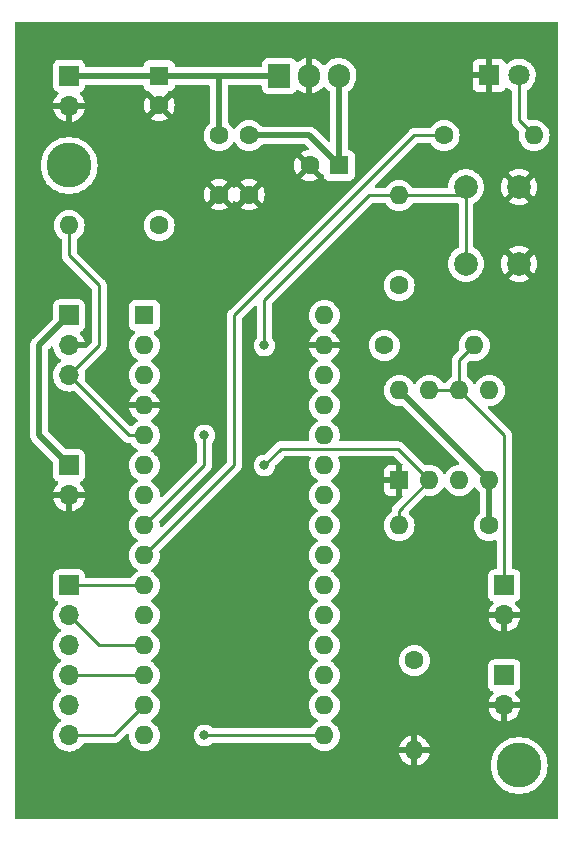
<source format=gbr>
%TF.GenerationSoftware,KiCad,Pcbnew,(6.0.9)*%
%TF.CreationDate,2023-06-07T19:24:55+02:00*%
%TF.ProjectId,PCB_Complet,5043425f-436f-46d7-906c-65742e6b6963,rev?*%
%TF.SameCoordinates,Original*%
%TF.FileFunction,Copper,L1,Top*%
%TF.FilePolarity,Positive*%
%FSLAX46Y46*%
G04 Gerber Fmt 4.6, Leading zero omitted, Abs format (unit mm)*
G04 Created by KiCad (PCBNEW (6.0.9)) date 2023-06-07 19:24:55*
%MOMM*%
%LPD*%
G01*
G04 APERTURE LIST*
%TA.AperFunction,ComponentPad*%
%ADD10C,3.800000*%
%TD*%
%TA.AperFunction,ComponentPad*%
%ADD11R,1.600000X1.600000*%
%TD*%
%TA.AperFunction,ComponentPad*%
%ADD12C,1.600000*%
%TD*%
%TA.AperFunction,ComponentPad*%
%ADD13R,1.700000X1.700000*%
%TD*%
%TA.AperFunction,ComponentPad*%
%ADD14O,1.700000X1.700000*%
%TD*%
%TA.AperFunction,ComponentPad*%
%ADD15O,1.600000X1.600000*%
%TD*%
%TA.AperFunction,ComponentPad*%
%ADD16C,2.000000*%
%TD*%
%TA.AperFunction,ComponentPad*%
%ADD17R,1.905000X2.000000*%
%TD*%
%TA.AperFunction,ComponentPad*%
%ADD18O,1.905000X2.000000*%
%TD*%
%TA.AperFunction,ComponentPad*%
%ADD19R,1.800000X1.800000*%
%TD*%
%TA.AperFunction,ComponentPad*%
%ADD20C,1.800000*%
%TD*%
%TA.AperFunction,ViaPad*%
%ADD21C,0.800000*%
%TD*%
%TA.AperFunction,Conductor*%
%ADD22C,0.250000*%
%TD*%
%TA.AperFunction,Conductor*%
%ADD23C,0.500000*%
%TD*%
G04 APERTURE END LIST*
D10*
%TO.P,M2,1*%
%TO.N,N/C*%
X87610000Y-73660000D03*
%TD*%
%TO.P,M2,1*%
%TO.N,N/C*%
X125710000Y-124460000D03*
%TD*%
D11*
%TO.P,C1,1*%
%TO.N,Net-(C1-Pad1)*%
X95230000Y-66070000D03*
D12*
%TO.P,C1,2*%
%TO.N,GND*%
X95230000Y-68570000D03*
%TD*%
D13*
%TO.P,J6,1,Pin_1*%
%TO.N,Net-(J6-Pad1)*%
X124460000Y-109220000D03*
D14*
%TO.P,J6,2,Pin_2*%
%TO.N,GND*%
X124460000Y-111760000D03*
%TD*%
D12*
%TO.P,C4,1*%
%TO.N,Net-(C1-Pad1)*%
X100310000Y-71120000D03*
%TO.P,C4,2*%
%TO.N,GND*%
X100310000Y-76120000D03*
%TD*%
%TO.P,R3,1*%
%TO.N,/U_Sonde*%
X116840000Y-115570000D03*
D15*
%TO.P,R3,2*%
%TO.N,GND*%
X116840000Y-123190000D03*
%TD*%
D16*
%TO.P,SW1,1,1*%
%TO.N,GND*%
X125710000Y-75490000D03*
X125710000Y-81990000D03*
%TO.P,SW1,2,2*%
%TO.N,Net-(A1-Pad8)*%
X121210000Y-75490000D03*
X121210000Y-81990000D03*
%TD*%
D12*
%TO.P,R4,1*%
%TO.N,+5V*%
X123170000Y-104140000D03*
D15*
%TO.P,R4,2*%
%TO.N,Pulse Trig*%
X115550000Y-104140000D03*
%TD*%
D17*
%TO.P,U1,1,VI*%
%TO.N,Net-(C1-Pad1)*%
X105390000Y-66070000D03*
D18*
%TO.P,U1,2,GND*%
%TO.N,GND*%
X107930000Y-66070000D03*
%TO.P,U1,3,VO*%
%TO.N,+5V*%
X110470000Y-66070000D03*
%TD*%
D12*
%TO.P,R6,1*%
%TO.N,+5V*%
X95230000Y-78740000D03*
D15*
%TO.P,R6,2*%
%TO.N,/DATA*%
X87610000Y-78740000D03*
%TD*%
D12*
%TO.P,R2,1*%
%TO.N,Net-(A1-Pad9)*%
X119360000Y-71120000D03*
D15*
%TO.P,R2,2*%
%TO.N,Net-(D1-Pad2)*%
X126980000Y-71120000D03*
%TD*%
D12*
%TO.P,C2,1*%
%TO.N,+5V*%
X102850000Y-71120000D03*
%TO.P,C2,2*%
%TO.N,GND*%
X102850000Y-76120000D03*
%TD*%
D13*
%TO.P,J3,1,Pin_1*%
%TO.N,+5V*%
X87610000Y-99060000D03*
D14*
%TO.P,J3,2,Pin_2*%
%TO.N,GND*%
X87610000Y-101600000D03*
%TD*%
D11*
%TO.P,C3,1*%
%TO.N,+5V*%
X110470000Y-73660000D03*
D12*
%TO.P,C3,2*%
%TO.N,GND*%
X107970000Y-73660000D03*
%TD*%
%TO.P,R1,1*%
%TO.N,+5V*%
X115550000Y-83820000D03*
D15*
%TO.P,R1,2*%
%TO.N,Net-(A1-Pad8)*%
X115550000Y-76200000D03*
%TD*%
D13*
%TO.P,J4,1,Pin_1*%
%TO.N,/BUSY-D7*%
X87610000Y-109220000D03*
D14*
%TO.P,J4,2,Pin_2*%
%TO.N,/RST-D9*%
X87610000Y-111760000D03*
%TO.P,J4,3,Pin_3*%
%TO.N,/DC-D8*%
X87610000Y-114300000D03*
%TO.P,J4,4,Pin_4*%
%TO.N,/CS-D10*%
X87610000Y-116840000D03*
%TO.P,J4,5,Pin_5*%
%TO.N,/CLK-SCK{slash}D13*%
X87610000Y-119380000D03*
%TO.P,J4,6,Pin_6*%
%TO.N,/DIN-MOSI{slash}D11*%
X87610000Y-121920000D03*
%TD*%
D11*
%TO.P,U2,1,GND*%
%TO.N,GND*%
X115580000Y-100320000D03*
D15*
%TO.P,U2,2,TR*%
%TO.N,Pulse Trig*%
X118120000Y-100320000D03*
%TO.P,U2,3,Q*%
%TO.N,Out*%
X120660000Y-100320000D03*
%TO.P,U2,4,R*%
%TO.N,+5V*%
X123200000Y-100320000D03*
%TO.P,U2,5,CV*%
%TO.N,unconnected-(U2-Pad5)*%
X123200000Y-92700000D03*
%TO.P,U2,6,THR*%
%TO.N,Net-(J6-Pad1)*%
X120660000Y-92700000D03*
%TO.P,U2,7,DIS*%
X118120000Y-92700000D03*
%TO.P,U2,8,VCC*%
%TO.N,+5V*%
X115580000Y-92700000D03*
%TD*%
D11*
%TO.P,A1,1,TX1*%
%TO.N,unconnected-(A1-Pad1)*%
X93980000Y-86360000D03*
D15*
%TO.P,A1,2,RX1*%
%TO.N,unconnected-(A1-Pad2)*%
X93980000Y-88900000D03*
%TO.P,A1,3,~{RESET}*%
%TO.N,unconnected-(A1-Pad3)*%
X93980000Y-91440000D03*
%TO.P,A1,4,GND*%
%TO.N,GND*%
X93980000Y-93980000D03*
%TO.P,A1,5,D2*%
%TO.N,/DATA*%
X93980000Y-96520000D03*
%TO.P,A1,6,D3*%
%TO.N,Pulse Trig*%
X93980000Y-99060000D03*
%TO.P,A1,7,D4*%
%TO.N,Out*%
X93980000Y-101600000D03*
%TO.P,A1,8,D5*%
%TO.N,Net-(A1-Pad8)*%
X93980000Y-104140000D03*
%TO.P,A1,9,D6*%
%TO.N,Net-(A1-Pad9)*%
X93980000Y-106680000D03*
%TO.P,A1,10,D7*%
%TO.N,/BUSY-D7*%
X93980000Y-109220000D03*
%TO.P,A1,11,D8*%
%TO.N,/DC-D8*%
X93980000Y-111760000D03*
%TO.P,A1,12,D9*%
%TO.N,/RST-D9*%
X93980000Y-114300000D03*
%TO.P,A1,13,D10*%
%TO.N,/CS-D10*%
X93980000Y-116840000D03*
%TO.P,A1,14,MOSI*%
%TO.N,/DIN-MOSI{slash}D11*%
X93980000Y-119380000D03*
%TO.P,A1,15,MISO*%
%TO.N,unconnected-(A1-Pad15)*%
X93980000Y-121920000D03*
%TO.P,A1,16,SCK*%
%TO.N,/CLK-SCK{slash}D13*%
X109220000Y-121920000D03*
%TO.P,A1,17,3V3*%
%TO.N,unconnected-(A1-Pad17)*%
X109220000Y-119380000D03*
%TO.P,A1,18,AREF*%
%TO.N,unconnected-(A1-Pad18)*%
X109220000Y-116840000D03*
%TO.P,A1,19,A0*%
%TO.N,unconnected-(A1-Pad19)*%
X109220000Y-114300000D03*
%TO.P,A1,20,A1*%
%TO.N,/U_Sonde*%
X109220000Y-111760000D03*
%TO.P,A1,21,A2*%
%TO.N,unconnected-(A1-Pad21)*%
X109220000Y-109220000D03*
%TO.P,A1,22,A3*%
%TO.N,unconnected-(A1-Pad22)*%
X109220000Y-106680000D03*
%TO.P,A1,23,SDA/A4*%
%TO.N,unconnected-(A1-Pad23)*%
X109220000Y-104140000D03*
%TO.P,A1,24,SCL/A5*%
%TO.N,unconnected-(A1-Pad24)*%
X109220000Y-101600000D03*
%TO.P,A1,25,A6*%
%TO.N,unconnected-(A1-Pad25)*%
X109220000Y-99060000D03*
%TO.P,A1,26,A7*%
%TO.N,unconnected-(A1-Pad26)*%
X109220000Y-96520000D03*
%TO.P,A1,27,+5V*%
%TO.N,unconnected-(A1-Pad27)*%
X109220000Y-93980000D03*
%TO.P,A1,28,~{RESET}*%
%TO.N,unconnected-(A1-Pad28)*%
X109220000Y-91440000D03*
%TO.P,A1,29,GND*%
%TO.N,GND*%
X109220000Y-88900000D03*
%TO.P,A1,30,VIN*%
%TO.N,+5V*%
X109220000Y-86360000D03*
%TD*%
D13*
%TO.P,J2,1,Pin_1*%
%TO.N,+5V*%
X87610000Y-86360000D03*
D14*
%TO.P,J2,2,Pin_2*%
%TO.N,GND*%
X87610000Y-88900000D03*
%TO.P,J2,3,Pin_3*%
%TO.N,/DATA*%
X87610000Y-91440000D03*
%TD*%
D13*
%TO.P,J1,1,Pin_1*%
%TO.N,Net-(C1-Pad1)*%
X87610000Y-66070000D03*
D14*
%TO.P,J1,2,Pin_2*%
%TO.N,GND*%
X87610000Y-68610000D03*
%TD*%
D13*
%TO.P,J5,1,Pin_1*%
%TO.N,/U_Sonde*%
X124460000Y-116840000D03*
D14*
%TO.P,J5,2,Pin_2*%
%TO.N,GND*%
X124460000Y-119380000D03*
%TD*%
D12*
%TO.P,R5,1*%
%TO.N,+5V*%
X114300000Y-88900000D03*
D15*
%TO.P,R5,2*%
%TO.N,Net-(J6-Pad1)*%
X121920000Y-88900000D03*
%TD*%
D19*
%TO.P,D1,1,K*%
%TO.N,GND*%
X123170000Y-66040000D03*
D20*
%TO.P,D1,2,A*%
%TO.N,Net-(D1-Pad2)*%
X125710000Y-66040000D03*
%TD*%
D21*
%TO.N,Pulse Trig*%
X104140000Y-99060000D03*
%TO.N,Net-(A1-Pad8)*%
X99060000Y-96520000D03*
X99060000Y-96520000D03*
X104140000Y-88900000D03*
%TO.N,/CLK-SCK{slash}D13*%
X99060000Y-121920000D03*
%TD*%
D22*
%TO.N,/DATA*%
X90150000Y-83820000D02*
X90150000Y-88900000D01*
X90150000Y-88900000D02*
X87610000Y-91440000D01*
X87610000Y-81280000D02*
X90150000Y-83820000D01*
X92690000Y-96520000D02*
X93980000Y-96520000D01*
X87610000Y-78740000D02*
X87610000Y-81280000D01*
X87610000Y-91440000D02*
X92690000Y-96520000D01*
%TO.N,Pulse Trig*%
X105555000Y-97645000D02*
X115445000Y-97645000D01*
X115550000Y-102890000D02*
X118120000Y-100320000D01*
X115445000Y-97645000D02*
X118120000Y-100320000D01*
X104140000Y-99060000D02*
X105555000Y-97645000D01*
X115550000Y-104140000D02*
X115550000Y-102890000D01*
%TO.N,Net-(A1-Pad8)*%
X104140000Y-85070000D02*
X113010000Y-76200000D01*
X113010000Y-76200000D02*
X115550000Y-76200000D01*
X115550000Y-76200000D02*
X120500000Y-76200000D01*
X93980000Y-104140000D02*
X99060000Y-99060000D01*
X99060000Y-99060000D02*
X99060000Y-96520000D01*
X121210000Y-81990000D02*
X121210000Y-75490000D01*
X120500000Y-76200000D02*
X121210000Y-75490000D01*
X104140000Y-88900000D02*
X104140000Y-85070000D01*
%TO.N,Net-(A1-Pad9)*%
X93980000Y-106680000D02*
X101600000Y-99060000D01*
X116840000Y-71120000D02*
X119360000Y-71120000D01*
X101600000Y-86360000D02*
X116840000Y-71120000D01*
X101600000Y-99060000D02*
X101600000Y-86360000D01*
%TO.N,/BUSY-D7*%
X87610000Y-109220000D02*
X93980000Y-109220000D01*
%TO.N,/RST-D9*%
X87610000Y-111760000D02*
X90150000Y-114300000D01*
X90150000Y-114300000D02*
X93980000Y-114300000D01*
%TO.N,/CS-D10*%
X87610000Y-116840000D02*
X93980000Y-116840000D01*
%TO.N,/DIN-MOSI{slash}D11*%
X87610000Y-121920000D02*
X91440000Y-121920000D01*
X91440000Y-121920000D02*
X93980000Y-119380000D01*
%TO.N,/CLK-SCK{slash}D13*%
X99060000Y-121920000D02*
X109220000Y-121920000D01*
D23*
%TO.N,+5V*%
X102850000Y-71120000D02*
X107930000Y-71120000D01*
X123170000Y-100290000D02*
X123170000Y-104140000D01*
X110470000Y-71120000D02*
X110470000Y-72410000D01*
X115580000Y-92700000D02*
X123170000Y-100290000D01*
X87610000Y-99060000D02*
X85070000Y-96520000D01*
X85070000Y-96520000D02*
X85070000Y-88900000D01*
X107930000Y-71120000D02*
X110470000Y-73660000D01*
X110470000Y-66070000D02*
X110470000Y-71120000D01*
X85070000Y-88900000D02*
X87610000Y-86360000D01*
X110470000Y-72410000D02*
X110470000Y-73660000D01*
%TO.N,Net-(C1-Pad1)*%
X87610000Y-66070000D02*
X95230000Y-66070000D01*
X100280000Y-66070000D02*
X105390000Y-66070000D01*
D22*
X100310000Y-66100000D02*
X100280000Y-66070000D01*
D23*
X100310000Y-71120000D02*
X100310000Y-66100000D01*
X95230000Y-66070000D02*
X100280000Y-66070000D01*
D22*
%TO.N,Net-(D1-Pad2)*%
X125710000Y-69850000D02*
X126980000Y-71120000D01*
X125710000Y-66040000D02*
X125710000Y-69850000D01*
%TO.N,Net-(J6-Pad1)*%
X118120000Y-92700000D02*
X120660000Y-92700000D01*
X120660000Y-92700000D02*
X120660000Y-90160000D01*
X120660000Y-90160000D02*
X121920000Y-88900000D01*
X124460000Y-96500000D02*
X124460000Y-109220000D01*
X120660000Y-92700000D02*
X124460000Y-96500000D01*
%TD*%
%TA.AperFunction,Conductor*%
%TO.N,GND*%
G36*
X128973621Y-61488502D02*
G01*
X129020114Y-61542158D01*
X129031500Y-61594500D01*
X129031500Y-128905500D01*
X129011498Y-128973621D01*
X128957842Y-129020114D01*
X128905500Y-129031500D01*
X83164500Y-129031500D01*
X83096379Y-129011498D01*
X83049886Y-128957842D01*
X83038500Y-128905500D01*
X83038500Y-123456522D01*
X115557273Y-123456522D01*
X115604764Y-123633761D01*
X115608510Y-123644053D01*
X115700586Y-123841511D01*
X115706069Y-123851007D01*
X115831028Y-124029467D01*
X115838084Y-124037875D01*
X115992125Y-124191916D01*
X116000533Y-124198972D01*
X116178993Y-124323931D01*
X116188489Y-124329414D01*
X116385947Y-124421490D01*
X116396239Y-124425236D01*
X116568503Y-124471394D01*
X116582599Y-124471058D01*
X116586000Y-124463116D01*
X116586000Y-124457967D01*
X117094000Y-124457967D01*
X117097973Y-124471498D01*
X117106522Y-124472727D01*
X117154020Y-124460000D01*
X123296738Y-124460000D01*
X123315767Y-124762462D01*
X123372555Y-125060154D01*
X123466206Y-125348381D01*
X123595242Y-125622598D01*
X123757630Y-125878480D01*
X123950808Y-126111992D01*
X124171729Y-126319450D01*
X124416910Y-126497584D01*
X124682483Y-126643585D01*
X124686152Y-126645038D01*
X124686157Y-126645040D01*
X124960591Y-126753696D01*
X124964261Y-126755149D01*
X125257800Y-126830516D01*
X125558470Y-126868500D01*
X125861530Y-126868500D01*
X126162200Y-126830516D01*
X126455739Y-126755149D01*
X126459409Y-126753696D01*
X126733843Y-126645040D01*
X126733848Y-126645038D01*
X126737517Y-126643585D01*
X127003090Y-126497584D01*
X127248271Y-126319450D01*
X127469192Y-126111992D01*
X127662370Y-125878480D01*
X127824758Y-125622598D01*
X127953794Y-125348381D01*
X128047445Y-125060154D01*
X128104233Y-124762462D01*
X128123262Y-124460000D01*
X128104233Y-124157538D01*
X128047445Y-123859846D01*
X127953794Y-123571619D01*
X127824758Y-123297402D01*
X127662370Y-123041520D01*
X127658327Y-123036632D01*
X127572697Y-122933124D01*
X127469192Y-122808008D01*
X127263241Y-122614608D01*
X127251158Y-122603261D01*
X127251157Y-122603261D01*
X127248271Y-122600550D01*
X127221717Y-122581257D01*
X127162851Y-122538489D01*
X127003090Y-122422416D01*
X126968150Y-122403207D01*
X126740986Y-122278322D01*
X126740985Y-122278321D01*
X126737517Y-122276415D01*
X126733848Y-122274962D01*
X126733843Y-122274960D01*
X126459409Y-122166304D01*
X126459408Y-122166304D01*
X126455739Y-122164851D01*
X126162200Y-122089484D01*
X125861530Y-122051500D01*
X125558470Y-122051500D01*
X125257800Y-122089484D01*
X124964261Y-122164851D01*
X124960592Y-122166304D01*
X124960591Y-122166304D01*
X124686157Y-122274960D01*
X124686152Y-122274962D01*
X124682483Y-122276415D01*
X124679015Y-122278321D01*
X124679014Y-122278322D01*
X124451851Y-122403207D01*
X124416910Y-122422416D01*
X124257149Y-122538489D01*
X124198284Y-122581257D01*
X124171729Y-122600550D01*
X124168843Y-122603261D01*
X124168842Y-122603261D01*
X124156759Y-122614608D01*
X123950808Y-122808008D01*
X123847303Y-122933124D01*
X123761674Y-123036632D01*
X123757630Y-123041520D01*
X123595242Y-123297402D01*
X123466206Y-123571619D01*
X123372555Y-123859846D01*
X123315767Y-124157538D01*
X123296738Y-124460000D01*
X117154020Y-124460000D01*
X117283761Y-124425236D01*
X117294053Y-124421490D01*
X117491511Y-124329414D01*
X117501007Y-124323931D01*
X117679467Y-124198972D01*
X117687875Y-124191916D01*
X117841916Y-124037875D01*
X117848972Y-124029467D01*
X117973931Y-123851007D01*
X117979414Y-123841511D01*
X118071490Y-123644053D01*
X118075236Y-123633761D01*
X118121394Y-123461497D01*
X118121058Y-123447401D01*
X118113116Y-123444000D01*
X117112115Y-123444000D01*
X117096876Y-123448475D01*
X117095671Y-123449865D01*
X117094000Y-123457548D01*
X117094000Y-124457967D01*
X116586000Y-124457967D01*
X116586000Y-123462115D01*
X116581525Y-123446876D01*
X116580135Y-123445671D01*
X116572452Y-123444000D01*
X115572033Y-123444000D01*
X115558502Y-123447973D01*
X115557273Y-123456522D01*
X83038500Y-123456522D01*
X83038500Y-101867966D01*
X86278257Y-101867966D01*
X86308565Y-102002446D01*
X86311645Y-102012275D01*
X86391770Y-102209603D01*
X86396413Y-102218794D01*
X86507694Y-102400388D01*
X86513777Y-102408699D01*
X86653213Y-102569667D01*
X86660580Y-102576883D01*
X86824434Y-102712916D01*
X86832881Y-102718831D01*
X87016756Y-102826279D01*
X87026042Y-102830729D01*
X87225001Y-102906703D01*
X87234899Y-102909579D01*
X87338250Y-102930606D01*
X87352299Y-102929410D01*
X87356000Y-102919065D01*
X87356000Y-102918517D01*
X87864000Y-102918517D01*
X87868064Y-102932359D01*
X87881478Y-102934393D01*
X87888184Y-102933534D01*
X87898262Y-102931392D01*
X88102255Y-102870191D01*
X88111842Y-102866433D01*
X88303095Y-102772739D01*
X88311945Y-102767464D01*
X88485328Y-102643792D01*
X88493200Y-102637139D01*
X88644052Y-102486812D01*
X88650730Y-102478965D01*
X88775003Y-102306020D01*
X88780313Y-102297183D01*
X88874670Y-102106267D01*
X88878469Y-102096672D01*
X88940377Y-101892910D01*
X88942555Y-101882837D01*
X88943986Y-101871962D01*
X88941775Y-101857778D01*
X88928617Y-101854000D01*
X87882115Y-101854000D01*
X87866876Y-101858475D01*
X87865671Y-101859865D01*
X87864000Y-101867548D01*
X87864000Y-102918517D01*
X87356000Y-102918517D01*
X87356000Y-101872115D01*
X87351525Y-101856876D01*
X87350135Y-101855671D01*
X87342452Y-101854000D01*
X86293225Y-101854000D01*
X86279694Y-101857973D01*
X86278257Y-101867966D01*
X83038500Y-101867966D01*
X83038500Y-96493349D01*
X84306801Y-96493349D01*
X84307394Y-96500641D01*
X84307394Y-96500644D01*
X84311085Y-96546018D01*
X84311500Y-96556233D01*
X84311500Y-96564293D01*
X84311925Y-96567937D01*
X84314789Y-96592507D01*
X84315222Y-96596882D01*
X84321140Y-96669637D01*
X84323396Y-96676601D01*
X84324587Y-96682560D01*
X84325971Y-96688415D01*
X84326818Y-96695681D01*
X84351735Y-96764327D01*
X84353152Y-96768455D01*
X84359423Y-96787811D01*
X84375649Y-96837899D01*
X84379445Y-96844154D01*
X84381951Y-96849628D01*
X84384670Y-96855058D01*
X84387167Y-96861937D01*
X84391180Y-96868057D01*
X84391180Y-96868058D01*
X84427186Y-96922976D01*
X84429523Y-96926680D01*
X84467405Y-96989107D01*
X84471121Y-96993315D01*
X84471122Y-96993316D01*
X84474803Y-96997484D01*
X84474776Y-96997508D01*
X84477429Y-97000500D01*
X84480132Y-97003733D01*
X84484144Y-97009852D01*
X84533855Y-97056944D01*
X84540383Y-97063128D01*
X84542825Y-97065506D01*
X86214595Y-98737276D01*
X86248621Y-98799588D01*
X86251500Y-98826371D01*
X86251500Y-99958134D01*
X86258255Y-100020316D01*
X86309385Y-100156705D01*
X86396739Y-100273261D01*
X86513295Y-100360615D01*
X86521704Y-100363767D01*
X86521705Y-100363768D01*
X86630960Y-100404726D01*
X86687725Y-100447367D01*
X86712425Y-100513929D01*
X86697218Y-100583278D01*
X86677825Y-100609759D01*
X86554590Y-100738717D01*
X86548104Y-100746727D01*
X86428098Y-100922649D01*
X86423000Y-100931623D01*
X86333338Y-101124783D01*
X86329775Y-101134470D01*
X86274389Y-101334183D01*
X86275912Y-101342607D01*
X86288292Y-101346000D01*
X88928344Y-101346000D01*
X88941875Y-101342027D01*
X88943180Y-101332947D01*
X88901214Y-101165875D01*
X88897894Y-101156124D01*
X88812972Y-100960814D01*
X88808105Y-100951739D01*
X88692426Y-100772926D01*
X88686136Y-100764757D01*
X88542293Y-100606677D01*
X88511241Y-100542831D01*
X88519635Y-100472333D01*
X88564812Y-100417564D01*
X88591256Y-100403895D01*
X88698297Y-100363767D01*
X88706705Y-100360615D01*
X88823261Y-100273261D01*
X88910615Y-100156705D01*
X88961745Y-100020316D01*
X88968500Y-99958134D01*
X88968500Y-98161866D01*
X88961745Y-98099684D01*
X88910615Y-97963295D01*
X88823261Y-97846739D01*
X88706705Y-97759385D01*
X88570316Y-97708255D01*
X88508134Y-97701500D01*
X87376371Y-97701500D01*
X87308250Y-97681498D01*
X87287276Y-97664595D01*
X85865405Y-96242724D01*
X85831379Y-96180412D01*
X85828500Y-96153629D01*
X85828500Y-89266371D01*
X85848502Y-89198250D01*
X85865405Y-89177276D01*
X86045130Y-88997551D01*
X86107442Y-88963525D01*
X86178257Y-88968590D01*
X86235093Y-89011137D01*
X86260016Y-89079394D01*
X86260309Y-89084477D01*
X86261745Y-89094697D01*
X86308565Y-89302446D01*
X86311645Y-89312275D01*
X86391770Y-89509603D01*
X86396413Y-89518794D01*
X86507694Y-89700388D01*
X86513777Y-89708699D01*
X86653213Y-89869667D01*
X86660580Y-89876883D01*
X86824434Y-90012916D01*
X86832881Y-90018831D01*
X86901969Y-90059203D01*
X86950693Y-90110842D01*
X86963764Y-90180625D01*
X86937033Y-90246396D01*
X86896584Y-90279752D01*
X86883607Y-90286507D01*
X86879474Y-90289610D01*
X86879471Y-90289612D01*
X86723827Y-90406473D01*
X86704965Y-90420635D01*
X86550629Y-90582138D01*
X86547715Y-90586410D01*
X86547714Y-90586411D01*
X86538300Y-90600211D01*
X86424743Y-90766680D01*
X86330688Y-90969305D01*
X86270989Y-91184570D01*
X86247251Y-91406695D01*
X86247548Y-91411848D01*
X86247548Y-91411851D01*
X86253011Y-91506590D01*
X86260110Y-91629715D01*
X86261247Y-91634761D01*
X86261248Y-91634767D01*
X86269955Y-91673402D01*
X86309222Y-91847639D01*
X86370673Y-91998976D01*
X86389970Y-92046498D01*
X86393266Y-92054616D01*
X86509987Y-92245088D01*
X86656250Y-92413938D01*
X86828126Y-92556632D01*
X87021000Y-92669338D01*
X87229692Y-92749030D01*
X87234760Y-92750061D01*
X87234763Y-92750062D01*
X87342012Y-92771882D01*
X87448597Y-92793567D01*
X87453772Y-92793757D01*
X87453774Y-92793757D01*
X87666673Y-92801564D01*
X87666677Y-92801564D01*
X87671837Y-92801753D01*
X87676957Y-92801097D01*
X87676959Y-92801097D01*
X87888288Y-92774025D01*
X87888289Y-92774025D01*
X87893416Y-92773368D01*
X87898367Y-92771883D01*
X87898370Y-92771882D01*
X87939829Y-92759444D01*
X88010825Y-92759028D01*
X88065131Y-92791035D01*
X90256011Y-94981916D01*
X92186348Y-96912253D01*
X92193888Y-96920539D01*
X92198000Y-96927018D01*
X92203777Y-96932443D01*
X92247651Y-96973643D01*
X92250493Y-96976398D01*
X92270230Y-96996135D01*
X92273427Y-96998615D01*
X92282447Y-97006318D01*
X92314679Y-97036586D01*
X92321625Y-97040405D01*
X92321628Y-97040407D01*
X92332434Y-97046348D01*
X92348953Y-97057199D01*
X92364959Y-97069614D01*
X92372228Y-97072759D01*
X92372232Y-97072762D01*
X92405537Y-97087174D01*
X92416187Y-97092391D01*
X92454940Y-97113695D01*
X92474247Y-97118652D01*
X92474562Y-97118733D01*
X92493267Y-97125137D01*
X92511855Y-97133181D01*
X92519678Y-97134420D01*
X92519688Y-97134423D01*
X92555524Y-97140099D01*
X92567144Y-97142505D01*
X92602289Y-97151528D01*
X92609970Y-97153500D01*
X92630224Y-97153500D01*
X92649934Y-97155051D01*
X92669943Y-97158220D01*
X92677835Y-97157474D01*
X92713961Y-97154059D01*
X92725819Y-97153500D01*
X92760606Y-97153500D01*
X92828727Y-97173502D01*
X92863819Y-97207229D01*
X92970643Y-97359789D01*
X92973802Y-97364300D01*
X93135700Y-97526198D01*
X93140208Y-97529355D01*
X93140211Y-97529357D01*
X93218389Y-97584098D01*
X93323251Y-97657523D01*
X93328233Y-97659846D01*
X93328238Y-97659849D01*
X93362457Y-97675805D01*
X93415742Y-97722722D01*
X93435203Y-97790999D01*
X93414661Y-97858959D01*
X93362457Y-97904195D01*
X93328238Y-97920151D01*
X93328233Y-97920154D01*
X93323251Y-97922477D01*
X93275220Y-97956109D01*
X93140211Y-98050643D01*
X93140208Y-98050645D01*
X93135700Y-98053802D01*
X92973802Y-98215700D01*
X92970645Y-98220208D01*
X92970643Y-98220211D01*
X92936563Y-98268882D01*
X92842477Y-98403251D01*
X92840154Y-98408233D01*
X92840151Y-98408238D01*
X92788900Y-98518148D01*
X92745716Y-98610757D01*
X92744294Y-98616065D01*
X92744293Y-98616067D01*
X92687942Y-98826371D01*
X92686457Y-98831913D01*
X92666502Y-99060000D01*
X92686457Y-99288087D01*
X92687881Y-99293400D01*
X92687881Y-99293402D01*
X92737819Y-99479770D01*
X92745716Y-99509243D01*
X92748039Y-99514224D01*
X92748039Y-99514225D01*
X92840151Y-99711762D01*
X92840154Y-99711767D01*
X92842477Y-99716749D01*
X92883407Y-99775203D01*
X92938444Y-99853803D01*
X92973802Y-99904300D01*
X93135700Y-100066198D01*
X93140208Y-100069355D01*
X93140211Y-100069357D01*
X93218389Y-100124098D01*
X93323251Y-100197523D01*
X93328233Y-100199846D01*
X93328238Y-100199849D01*
X93362457Y-100215805D01*
X93415742Y-100262722D01*
X93435203Y-100330999D01*
X93414661Y-100398959D01*
X93362457Y-100444195D01*
X93328238Y-100460151D01*
X93328233Y-100460154D01*
X93323251Y-100462477D01*
X93249770Y-100513929D01*
X93140211Y-100590643D01*
X93140208Y-100590645D01*
X93135700Y-100593802D01*
X92973802Y-100755700D01*
X92842477Y-100943251D01*
X92840154Y-100948233D01*
X92840151Y-100948238D01*
X92757828Y-101124783D01*
X92745716Y-101150757D01*
X92744294Y-101156065D01*
X92744293Y-101156067D01*
X92688237Y-101365270D01*
X92686457Y-101371913D01*
X92666502Y-101600000D01*
X92686457Y-101828087D01*
X92687881Y-101833400D01*
X92687881Y-101833402D01*
X92697143Y-101867966D01*
X92745716Y-102049243D01*
X92748039Y-102054224D01*
X92748039Y-102054225D01*
X92840151Y-102251762D01*
X92840154Y-102251767D01*
X92842477Y-102256749D01*
X92973802Y-102444300D01*
X93135700Y-102606198D01*
X93140208Y-102609355D01*
X93140211Y-102609357D01*
X93195398Y-102647999D01*
X93323251Y-102737523D01*
X93328233Y-102739846D01*
X93328238Y-102739849D01*
X93362457Y-102755805D01*
X93415742Y-102802722D01*
X93435203Y-102870999D01*
X93414661Y-102938959D01*
X93362457Y-102984195D01*
X93328238Y-103000151D01*
X93328233Y-103000154D01*
X93323251Y-103002477D01*
X93221500Y-103073724D01*
X93140211Y-103130643D01*
X93140208Y-103130645D01*
X93135700Y-103133802D01*
X92973802Y-103295700D01*
X92842477Y-103483251D01*
X92840154Y-103488233D01*
X92840151Y-103488238D01*
X92748039Y-103685775D01*
X92745716Y-103690757D01*
X92744294Y-103696065D01*
X92744293Y-103696067D01*
X92687883Y-103906591D01*
X92686457Y-103911913D01*
X92666502Y-104140000D01*
X92686457Y-104368087D01*
X92745716Y-104589243D01*
X92748039Y-104594224D01*
X92748039Y-104594225D01*
X92840151Y-104791762D01*
X92840154Y-104791767D01*
X92842477Y-104796749D01*
X92973802Y-104984300D01*
X93135700Y-105146198D01*
X93140208Y-105149355D01*
X93140211Y-105149357D01*
X93218389Y-105204098D01*
X93323251Y-105277523D01*
X93328233Y-105279846D01*
X93328238Y-105279849D01*
X93362457Y-105295805D01*
X93415742Y-105342722D01*
X93435203Y-105410999D01*
X93414661Y-105478959D01*
X93362457Y-105524195D01*
X93328238Y-105540151D01*
X93328233Y-105540154D01*
X93323251Y-105542477D01*
X93218389Y-105615902D01*
X93140211Y-105670643D01*
X93140208Y-105670645D01*
X93135700Y-105673802D01*
X92973802Y-105835700D01*
X92842477Y-106023251D01*
X92840154Y-106028233D01*
X92840151Y-106028238D01*
X92748039Y-106225775D01*
X92745716Y-106230757D01*
X92744294Y-106236065D01*
X92744293Y-106236067D01*
X92687883Y-106446591D01*
X92686457Y-106451913D01*
X92666502Y-106680000D01*
X92686457Y-106908087D01*
X92745716Y-107129243D01*
X92748039Y-107134224D01*
X92748039Y-107134225D01*
X92840151Y-107331762D01*
X92840154Y-107331767D01*
X92842477Y-107336749D01*
X92973802Y-107524300D01*
X93135700Y-107686198D01*
X93140208Y-107689355D01*
X93140211Y-107689357D01*
X93206110Y-107735500D01*
X93323251Y-107817523D01*
X93328233Y-107819846D01*
X93328238Y-107819849D01*
X93362457Y-107835805D01*
X93415742Y-107882722D01*
X93435203Y-107950999D01*
X93414661Y-108018959D01*
X93362457Y-108064195D01*
X93328238Y-108080151D01*
X93328233Y-108080154D01*
X93323251Y-108082477D01*
X93275220Y-108116109D01*
X93140211Y-108210643D01*
X93140208Y-108210645D01*
X93135700Y-108213802D01*
X92973802Y-108375700D01*
X92970645Y-108380208D01*
X92970643Y-108380211D01*
X92863819Y-108532771D01*
X92808362Y-108577099D01*
X92760606Y-108586500D01*
X89094500Y-108586500D01*
X89026379Y-108566498D01*
X88979886Y-108512842D01*
X88968500Y-108460500D01*
X88968500Y-108321866D01*
X88961745Y-108259684D01*
X88910615Y-108123295D01*
X88823261Y-108006739D01*
X88706705Y-107919385D01*
X88570316Y-107868255D01*
X88508134Y-107861500D01*
X86711866Y-107861500D01*
X86649684Y-107868255D01*
X86513295Y-107919385D01*
X86396739Y-108006739D01*
X86309385Y-108123295D01*
X86258255Y-108259684D01*
X86251500Y-108321866D01*
X86251500Y-110118134D01*
X86258255Y-110180316D01*
X86309385Y-110316705D01*
X86396739Y-110433261D01*
X86513295Y-110520615D01*
X86521704Y-110523767D01*
X86521705Y-110523768D01*
X86630451Y-110564535D01*
X86687216Y-110607176D01*
X86711916Y-110673738D01*
X86696709Y-110743087D01*
X86677316Y-110769568D01*
X86550629Y-110902138D01*
X86547715Y-110906410D01*
X86547714Y-110906411D01*
X86538300Y-110920211D01*
X86424743Y-111086680D01*
X86330688Y-111289305D01*
X86270989Y-111504570D01*
X86247251Y-111726695D01*
X86247548Y-111731848D01*
X86247548Y-111731851D01*
X86253011Y-111826590D01*
X86260110Y-111949715D01*
X86261247Y-111954761D01*
X86261248Y-111954767D01*
X86275449Y-112017778D01*
X86309222Y-112167639D01*
X86393266Y-112374616D01*
X86509987Y-112565088D01*
X86656250Y-112733938D01*
X86828126Y-112876632D01*
X86895163Y-112915805D01*
X86901445Y-112919476D01*
X86950169Y-112971114D01*
X86963240Y-113040897D01*
X86936509Y-113106669D01*
X86896055Y-113140027D01*
X86883607Y-113146507D01*
X86879474Y-113149610D01*
X86879471Y-113149612D01*
X86858132Y-113165634D01*
X86704965Y-113280635D01*
X86550629Y-113442138D01*
X86547715Y-113446410D01*
X86547714Y-113446411D01*
X86538300Y-113460211D01*
X86424743Y-113626680D01*
X86330688Y-113829305D01*
X86270989Y-114044570D01*
X86247251Y-114266695D01*
X86247548Y-114271848D01*
X86247548Y-114271851D01*
X86253011Y-114366590D01*
X86260110Y-114489715D01*
X86261247Y-114494761D01*
X86261248Y-114494767D01*
X86276806Y-114563802D01*
X86309222Y-114707639D01*
X86370673Y-114858976D01*
X86374000Y-114867168D01*
X86393266Y-114914616D01*
X86509987Y-115105088D01*
X86656250Y-115273938D01*
X86828126Y-115416632D01*
X86895163Y-115455805D01*
X86901445Y-115459476D01*
X86950169Y-115511114D01*
X86963240Y-115580897D01*
X86936509Y-115646669D01*
X86896055Y-115680027D01*
X86883607Y-115686507D01*
X86879474Y-115689610D01*
X86879471Y-115689612D01*
X86734996Y-115798087D01*
X86704965Y-115820635D01*
X86550629Y-115982138D01*
X86547715Y-115986410D01*
X86547714Y-115986411D01*
X86538300Y-116000211D01*
X86424743Y-116166680D01*
X86330688Y-116369305D01*
X86270989Y-116584570D01*
X86247251Y-116806695D01*
X86247548Y-116811848D01*
X86247548Y-116811851D01*
X86250529Y-116863543D01*
X86260110Y-117029715D01*
X86261247Y-117034761D01*
X86261248Y-117034767D01*
X86269955Y-117073402D01*
X86309222Y-117247639D01*
X86393266Y-117454616D01*
X86509987Y-117645088D01*
X86656250Y-117813938D01*
X86828126Y-117956632D01*
X86895163Y-117995805D01*
X86901445Y-117999476D01*
X86950169Y-118051114D01*
X86963240Y-118120897D01*
X86936509Y-118186669D01*
X86896055Y-118220027D01*
X86883607Y-118226507D01*
X86879474Y-118229610D01*
X86879471Y-118229612D01*
X86793809Y-118293929D01*
X86704965Y-118360635D01*
X86550629Y-118522138D01*
X86547715Y-118526410D01*
X86547714Y-118526411D01*
X86538300Y-118540211D01*
X86424743Y-118706680D01*
X86330688Y-118909305D01*
X86270989Y-119124570D01*
X86247251Y-119346695D01*
X86247548Y-119351848D01*
X86247548Y-119351851D01*
X86253011Y-119446590D01*
X86260110Y-119569715D01*
X86261247Y-119574761D01*
X86261248Y-119574767D01*
X86275449Y-119637778D01*
X86309222Y-119787639D01*
X86393266Y-119994616D01*
X86509987Y-120185088D01*
X86656250Y-120353938D01*
X86828126Y-120496632D01*
X86895163Y-120535805D01*
X86901445Y-120539476D01*
X86950169Y-120591114D01*
X86963240Y-120660897D01*
X86936509Y-120726669D01*
X86896055Y-120760027D01*
X86883607Y-120766507D01*
X86879474Y-120769610D01*
X86879471Y-120769612D01*
X86858132Y-120785634D01*
X86704965Y-120900635D01*
X86550629Y-121062138D01*
X86547715Y-121066410D01*
X86547714Y-121066411D01*
X86538300Y-121080211D01*
X86424743Y-121246680D01*
X86330688Y-121449305D01*
X86270989Y-121664570D01*
X86247251Y-121886695D01*
X86247548Y-121891848D01*
X86247548Y-121891851D01*
X86259000Y-122090469D01*
X86260110Y-122109715D01*
X86261247Y-122114761D01*
X86261248Y-122114767D01*
X86272863Y-122166304D01*
X86309222Y-122327639D01*
X86361727Y-122456944D01*
X86386662Y-122518351D01*
X86393266Y-122534616D01*
X86412816Y-122566518D01*
X86503072Y-122713803D01*
X86509987Y-122725088D01*
X86656250Y-122893938D01*
X86828126Y-123036632D01*
X87021000Y-123149338D01*
X87025825Y-123151180D01*
X87025826Y-123151181D01*
X87098612Y-123178975D01*
X87229692Y-123229030D01*
X87234760Y-123230061D01*
X87234763Y-123230062D01*
X87342017Y-123251883D01*
X87448597Y-123273567D01*
X87453772Y-123273757D01*
X87453774Y-123273757D01*
X87666673Y-123281564D01*
X87666677Y-123281564D01*
X87671837Y-123281753D01*
X87676957Y-123281097D01*
X87676959Y-123281097D01*
X87888288Y-123254025D01*
X87888289Y-123254025D01*
X87893416Y-123253368D01*
X87959646Y-123233498D01*
X88102429Y-123190661D01*
X88102434Y-123190659D01*
X88107384Y-123189174D01*
X88307994Y-123090896D01*
X88489860Y-122961173D01*
X88521788Y-122929357D01*
X88644435Y-122807137D01*
X88648096Y-122803489D01*
X88657670Y-122790166D01*
X88775435Y-122626277D01*
X88778453Y-122622077D01*
X88780746Y-122617437D01*
X88782446Y-122614608D01*
X88834674Y-122566518D01*
X88890451Y-122553500D01*
X91361233Y-122553500D01*
X91372416Y-122554027D01*
X91379909Y-122555702D01*
X91387835Y-122555453D01*
X91387836Y-122555453D01*
X91447986Y-122553562D01*
X91451945Y-122553500D01*
X91479856Y-122553500D01*
X91483791Y-122553003D01*
X91483856Y-122552995D01*
X91495693Y-122552062D01*
X91527951Y-122551048D01*
X91531970Y-122550922D01*
X91539889Y-122550673D01*
X91559343Y-122545021D01*
X91578700Y-122541013D01*
X91590930Y-122539468D01*
X91590931Y-122539468D01*
X91598797Y-122538474D01*
X91606168Y-122535555D01*
X91606170Y-122535555D01*
X91639912Y-122522196D01*
X91651142Y-122518351D01*
X91685983Y-122508229D01*
X91685984Y-122508229D01*
X91693593Y-122506018D01*
X91700412Y-122501985D01*
X91700417Y-122501983D01*
X91711028Y-122495707D01*
X91728776Y-122487012D01*
X91747617Y-122479552D01*
X91783387Y-122453564D01*
X91793307Y-122447048D01*
X91824535Y-122428580D01*
X91824538Y-122428578D01*
X91831362Y-122424542D01*
X91845683Y-122410221D01*
X91860717Y-122397380D01*
X91870694Y-122390131D01*
X91877107Y-122385472D01*
X91905298Y-122351395D01*
X91913288Y-122342616D01*
X92453411Y-121802493D01*
X92515723Y-121768467D01*
X92586538Y-121773532D01*
X92643374Y-121816079D01*
X92668185Y-121882599D01*
X92668026Y-121902570D01*
X92666981Y-121914514D01*
X92666981Y-121914525D01*
X92666502Y-121920000D01*
X92686457Y-122148087D01*
X92687881Y-122153400D01*
X92687881Y-122153402D01*
X92740934Y-122351395D01*
X92745716Y-122369243D01*
X92748039Y-122374224D01*
X92748039Y-122374225D01*
X92840151Y-122571762D01*
X92840154Y-122571767D01*
X92842477Y-122576749D01*
X92874216Y-122622077D01*
X92961156Y-122746239D01*
X92973802Y-122764300D01*
X93135700Y-122926198D01*
X93140208Y-122929355D01*
X93140211Y-122929357D01*
X93180445Y-122957529D01*
X93323251Y-123057523D01*
X93328233Y-123059846D01*
X93328238Y-123059849D01*
X93525775Y-123151961D01*
X93530757Y-123154284D01*
X93536065Y-123155706D01*
X93536067Y-123155707D01*
X93746598Y-123212119D01*
X93746600Y-123212119D01*
X93751913Y-123213543D01*
X93980000Y-123233498D01*
X94208087Y-123213543D01*
X94213400Y-123212119D01*
X94213402Y-123212119D01*
X94423933Y-123155707D01*
X94423935Y-123155706D01*
X94429243Y-123154284D01*
X94434225Y-123151961D01*
X94631762Y-123059849D01*
X94631767Y-123059846D01*
X94636749Y-123057523D01*
X94779555Y-122957529D01*
X94819789Y-122929357D01*
X94819792Y-122929355D01*
X94824300Y-122926198D01*
X94986198Y-122764300D01*
X94998845Y-122746239D01*
X95085784Y-122622077D01*
X95117523Y-122576749D01*
X95119846Y-122571767D01*
X95119849Y-122571762D01*
X95211961Y-122374225D01*
X95211961Y-122374224D01*
X95214284Y-122369243D01*
X95219067Y-122351395D01*
X95272119Y-122153402D01*
X95272119Y-122153400D01*
X95273543Y-122148087D01*
X95293498Y-121920000D01*
X98146496Y-121920000D01*
X98147186Y-121926565D01*
X98150544Y-121958510D01*
X98166458Y-122109928D01*
X98225473Y-122291556D01*
X98228776Y-122297278D01*
X98228777Y-122297279D01*
X98249069Y-122332425D01*
X98320960Y-122456944D01*
X98325378Y-122461851D01*
X98325379Y-122461852D01*
X98407452Y-122553003D01*
X98448747Y-122598866D01*
X98603248Y-122711118D01*
X98609276Y-122713802D01*
X98609278Y-122713803D01*
X98634625Y-122725088D01*
X98777712Y-122788794D01*
X98855352Y-122805297D01*
X98958056Y-122827128D01*
X98958061Y-122827128D01*
X98964513Y-122828500D01*
X99155487Y-122828500D01*
X99161939Y-122827128D01*
X99161944Y-122827128D01*
X99264648Y-122805297D01*
X99342288Y-122788794D01*
X99485375Y-122725088D01*
X99510722Y-122713803D01*
X99510724Y-122713802D01*
X99516752Y-122711118D01*
X99671253Y-122598866D01*
X99675668Y-122593963D01*
X99680580Y-122589540D01*
X99681705Y-122590789D01*
X99735014Y-122557949D01*
X99768200Y-122553500D01*
X108000606Y-122553500D01*
X108068727Y-122573502D01*
X108103819Y-122607229D01*
X108210643Y-122759789D01*
X108213802Y-122764300D01*
X108375700Y-122926198D01*
X108380208Y-122929355D01*
X108380211Y-122929357D01*
X108420445Y-122957529D01*
X108563251Y-123057523D01*
X108568233Y-123059846D01*
X108568238Y-123059849D01*
X108765775Y-123151961D01*
X108770757Y-123154284D01*
X108776065Y-123155706D01*
X108776067Y-123155707D01*
X108986598Y-123212119D01*
X108986600Y-123212119D01*
X108991913Y-123213543D01*
X109220000Y-123233498D01*
X109448087Y-123213543D01*
X109453400Y-123212119D01*
X109453402Y-123212119D01*
X109663933Y-123155707D01*
X109663935Y-123155706D01*
X109669243Y-123154284D01*
X109674225Y-123151961D01*
X109871762Y-123059849D01*
X109871767Y-123059846D01*
X109876749Y-123057523D01*
X110019555Y-122957529D01*
X110059789Y-122929357D01*
X110059792Y-122929355D01*
X110064300Y-122926198D01*
X110071995Y-122918503D01*
X115558606Y-122918503D01*
X115558942Y-122932599D01*
X115566884Y-122936000D01*
X116567885Y-122936000D01*
X116583124Y-122931525D01*
X116584329Y-122930135D01*
X116586000Y-122922452D01*
X116586000Y-122917885D01*
X117094000Y-122917885D01*
X117098475Y-122933124D01*
X117099865Y-122934329D01*
X117107548Y-122936000D01*
X118107967Y-122936000D01*
X118121498Y-122932027D01*
X118122727Y-122923478D01*
X118075236Y-122746239D01*
X118071490Y-122735947D01*
X117979414Y-122538489D01*
X117973931Y-122528993D01*
X117848972Y-122350533D01*
X117841916Y-122342125D01*
X117687875Y-122188084D01*
X117679467Y-122181028D01*
X117501007Y-122056069D01*
X117491511Y-122050586D01*
X117294053Y-121958510D01*
X117283761Y-121954764D01*
X117111497Y-121908606D01*
X117097401Y-121908942D01*
X117094000Y-121916884D01*
X117094000Y-122917885D01*
X116586000Y-122917885D01*
X116586000Y-121922033D01*
X116582027Y-121908502D01*
X116573478Y-121907273D01*
X116396239Y-121954764D01*
X116385947Y-121958510D01*
X116188489Y-122050586D01*
X116178993Y-122056069D01*
X116000533Y-122181028D01*
X115992125Y-122188084D01*
X115838084Y-122342125D01*
X115831028Y-122350533D01*
X115706069Y-122528993D01*
X115700586Y-122538489D01*
X115608510Y-122735947D01*
X115604764Y-122746239D01*
X115558606Y-122918503D01*
X110071995Y-122918503D01*
X110226198Y-122764300D01*
X110238845Y-122746239D01*
X110325784Y-122622077D01*
X110357523Y-122576749D01*
X110359846Y-122571767D01*
X110359849Y-122571762D01*
X110451961Y-122374225D01*
X110451961Y-122374224D01*
X110454284Y-122369243D01*
X110459067Y-122351395D01*
X110512119Y-122153402D01*
X110512119Y-122153400D01*
X110513543Y-122148087D01*
X110533498Y-121920000D01*
X110513543Y-121691913D01*
X110507593Y-121669707D01*
X110455707Y-121476067D01*
X110455706Y-121476065D01*
X110454284Y-121470757D01*
X110411100Y-121378148D01*
X110359849Y-121268238D01*
X110359846Y-121268233D01*
X110357523Y-121263251D01*
X110263437Y-121128882D01*
X110229357Y-121080211D01*
X110229355Y-121080208D01*
X110226198Y-121075700D01*
X110064300Y-120913802D01*
X110059792Y-120910645D01*
X110059789Y-120910643D01*
X109981611Y-120855902D01*
X109876749Y-120782477D01*
X109871767Y-120780154D01*
X109871762Y-120780151D01*
X109837543Y-120764195D01*
X109784258Y-120717278D01*
X109764797Y-120649001D01*
X109785339Y-120581041D01*
X109837543Y-120535805D01*
X109871762Y-120519849D01*
X109871767Y-120519846D01*
X109876749Y-120517523D01*
X110010069Y-120424171D01*
X110059789Y-120389357D01*
X110059792Y-120389355D01*
X110064300Y-120386198D01*
X110226198Y-120224300D01*
X110250923Y-120188990D01*
X110329032Y-120077438D01*
X110357523Y-120036749D01*
X110359846Y-120031767D01*
X110359849Y-120031762D01*
X110451961Y-119834225D01*
X110451961Y-119834224D01*
X110454284Y-119829243D01*
X110464150Y-119792425D01*
X110502858Y-119647966D01*
X123128257Y-119647966D01*
X123158565Y-119782446D01*
X123161645Y-119792275D01*
X123241770Y-119989603D01*
X123246413Y-119998794D01*
X123357694Y-120180388D01*
X123363777Y-120188699D01*
X123503213Y-120349667D01*
X123510580Y-120356883D01*
X123674434Y-120492916D01*
X123682881Y-120498831D01*
X123866756Y-120606279D01*
X123876042Y-120610729D01*
X124075001Y-120686703D01*
X124084899Y-120689579D01*
X124188250Y-120710606D01*
X124202299Y-120709410D01*
X124206000Y-120699065D01*
X124206000Y-120698517D01*
X124714000Y-120698517D01*
X124718064Y-120712359D01*
X124731478Y-120714393D01*
X124738184Y-120713534D01*
X124748262Y-120711392D01*
X124952255Y-120650191D01*
X124961842Y-120646433D01*
X125153095Y-120552739D01*
X125161945Y-120547464D01*
X125335328Y-120423792D01*
X125343200Y-120417139D01*
X125494052Y-120266812D01*
X125500730Y-120258965D01*
X125625003Y-120086020D01*
X125630313Y-120077183D01*
X125724670Y-119886267D01*
X125728469Y-119876672D01*
X125790377Y-119672910D01*
X125792555Y-119662837D01*
X125793986Y-119651962D01*
X125791775Y-119637778D01*
X125778617Y-119634000D01*
X124732115Y-119634000D01*
X124716876Y-119638475D01*
X124715671Y-119639865D01*
X124714000Y-119647548D01*
X124714000Y-120698517D01*
X124206000Y-120698517D01*
X124206000Y-119652115D01*
X124201525Y-119636876D01*
X124200135Y-119635671D01*
X124192452Y-119634000D01*
X123143225Y-119634000D01*
X123129694Y-119637973D01*
X123128257Y-119647966D01*
X110502858Y-119647966D01*
X110512119Y-119613402D01*
X110512120Y-119613398D01*
X110513543Y-119608087D01*
X110533498Y-119380000D01*
X110513543Y-119151913D01*
X110506600Y-119126000D01*
X110455707Y-118936067D01*
X110455706Y-118936065D01*
X110454284Y-118930757D01*
X110365713Y-118740814D01*
X110359849Y-118728238D01*
X110359846Y-118728233D01*
X110357523Y-118723251D01*
X110238260Y-118552926D01*
X110229357Y-118540211D01*
X110229355Y-118540208D01*
X110226198Y-118535700D01*
X110064300Y-118373802D01*
X110059792Y-118370645D01*
X110059789Y-118370643D01*
X109950230Y-118293929D01*
X109876749Y-118242477D01*
X109871767Y-118240154D01*
X109871762Y-118240151D01*
X109837543Y-118224195D01*
X109784258Y-118177278D01*
X109764797Y-118109001D01*
X109785339Y-118041041D01*
X109837543Y-117995805D01*
X109871762Y-117979849D01*
X109871767Y-117979846D01*
X109876749Y-117977523D01*
X110019555Y-117877529D01*
X110059789Y-117849357D01*
X110059792Y-117849355D01*
X110064300Y-117846198D01*
X110172364Y-117738134D01*
X123101500Y-117738134D01*
X123108255Y-117800316D01*
X123159385Y-117936705D01*
X123246739Y-118053261D01*
X123363295Y-118140615D01*
X123371704Y-118143767D01*
X123371705Y-118143768D01*
X123480960Y-118184726D01*
X123537725Y-118227367D01*
X123562425Y-118293929D01*
X123547218Y-118363278D01*
X123527825Y-118389759D01*
X123404590Y-118518717D01*
X123398104Y-118526727D01*
X123278098Y-118702649D01*
X123273000Y-118711623D01*
X123183338Y-118904783D01*
X123179775Y-118914470D01*
X123124389Y-119114183D01*
X123125912Y-119122607D01*
X123138292Y-119126000D01*
X125778344Y-119126000D01*
X125791875Y-119122027D01*
X125793180Y-119112947D01*
X125751214Y-118945875D01*
X125747894Y-118936124D01*
X125662972Y-118740814D01*
X125658105Y-118731739D01*
X125542426Y-118552926D01*
X125536136Y-118544757D01*
X125392293Y-118386677D01*
X125361241Y-118322831D01*
X125369635Y-118252333D01*
X125414812Y-118197564D01*
X125441256Y-118183895D01*
X125548297Y-118143767D01*
X125556705Y-118140615D01*
X125673261Y-118053261D01*
X125760615Y-117936705D01*
X125811745Y-117800316D01*
X125818500Y-117738134D01*
X125818500Y-115941866D01*
X125811745Y-115879684D01*
X125760615Y-115743295D01*
X125673261Y-115626739D01*
X125556705Y-115539385D01*
X125420316Y-115488255D01*
X125358134Y-115481500D01*
X123561866Y-115481500D01*
X123499684Y-115488255D01*
X123363295Y-115539385D01*
X123246739Y-115626739D01*
X123159385Y-115743295D01*
X123108255Y-115879684D01*
X123101500Y-115941866D01*
X123101500Y-117738134D01*
X110172364Y-117738134D01*
X110226198Y-117684300D01*
X110250923Y-117648990D01*
X110325784Y-117542077D01*
X110357523Y-117496749D01*
X110359846Y-117491767D01*
X110359849Y-117491762D01*
X110451961Y-117294225D01*
X110451961Y-117294224D01*
X110454284Y-117289243D01*
X110464150Y-117252425D01*
X110512119Y-117073402D01*
X110512119Y-117073400D01*
X110513543Y-117068087D01*
X110533498Y-116840000D01*
X110513543Y-116611913D01*
X110507593Y-116589707D01*
X110455707Y-116396067D01*
X110455706Y-116396065D01*
X110454284Y-116390757D01*
X110442092Y-116364610D01*
X110359849Y-116188238D01*
X110359846Y-116188233D01*
X110357523Y-116183251D01*
X110284098Y-116078389D01*
X110229357Y-116000211D01*
X110229355Y-116000208D01*
X110226198Y-115995700D01*
X110064300Y-115833802D01*
X110059792Y-115830645D01*
X110059789Y-115830643D01*
X109924780Y-115736109D01*
X109876749Y-115702477D01*
X109871767Y-115700154D01*
X109871762Y-115700151D01*
X109837543Y-115684195D01*
X109784258Y-115637278D01*
X109765082Y-115570000D01*
X115526502Y-115570000D01*
X115546457Y-115798087D01*
X115547881Y-115803400D01*
X115547881Y-115803402D01*
X115603941Y-116012617D01*
X115605716Y-116019243D01*
X115608039Y-116024224D01*
X115608039Y-116024225D01*
X115700151Y-116221762D01*
X115700154Y-116221767D01*
X115702477Y-116226749D01*
X115705634Y-116231257D01*
X115813829Y-116385775D01*
X115833802Y-116414300D01*
X115995700Y-116576198D01*
X116000208Y-116579355D01*
X116000211Y-116579357D01*
X116046706Y-116611913D01*
X116183251Y-116707523D01*
X116188233Y-116709846D01*
X116188238Y-116709849D01*
X116385775Y-116801961D01*
X116390757Y-116804284D01*
X116396065Y-116805706D01*
X116396067Y-116805707D01*
X116606598Y-116862119D01*
X116606600Y-116862119D01*
X116611913Y-116863543D01*
X116840000Y-116883498D01*
X117068087Y-116863543D01*
X117073400Y-116862119D01*
X117073402Y-116862119D01*
X117283933Y-116805707D01*
X117283935Y-116805706D01*
X117289243Y-116804284D01*
X117294225Y-116801961D01*
X117491762Y-116709849D01*
X117491767Y-116709846D01*
X117496749Y-116707523D01*
X117633294Y-116611913D01*
X117679789Y-116579357D01*
X117679792Y-116579355D01*
X117684300Y-116576198D01*
X117846198Y-116414300D01*
X117866172Y-116385775D01*
X117974366Y-116231257D01*
X117977523Y-116226749D01*
X117979846Y-116221767D01*
X117979849Y-116221762D01*
X118071961Y-116024225D01*
X118071961Y-116024224D01*
X118074284Y-116019243D01*
X118076060Y-116012617D01*
X118132119Y-115803402D01*
X118132119Y-115803400D01*
X118133543Y-115798087D01*
X118153498Y-115570000D01*
X118133543Y-115341913D01*
X118081637Y-115148197D01*
X118075707Y-115126067D01*
X118075706Y-115126065D01*
X118074284Y-115120757D01*
X118068797Y-115108990D01*
X117979849Y-114918238D01*
X117979846Y-114918233D01*
X117977523Y-114913251D01*
X117883208Y-114778556D01*
X117849357Y-114730211D01*
X117849355Y-114730208D01*
X117846198Y-114725700D01*
X117684300Y-114563802D01*
X117679792Y-114560645D01*
X117679789Y-114560643D01*
X117571112Y-114484547D01*
X117496749Y-114432477D01*
X117491767Y-114430154D01*
X117491762Y-114430151D01*
X117294225Y-114338039D01*
X117294224Y-114338039D01*
X117289243Y-114335716D01*
X117283935Y-114334294D01*
X117283933Y-114334293D01*
X117073402Y-114277881D01*
X117073400Y-114277881D01*
X117068087Y-114276457D01*
X116840000Y-114256502D01*
X116611913Y-114276457D01*
X116606600Y-114277881D01*
X116606598Y-114277881D01*
X116396067Y-114334293D01*
X116396065Y-114334294D01*
X116390757Y-114335716D01*
X116385776Y-114338039D01*
X116385775Y-114338039D01*
X116188238Y-114430151D01*
X116188233Y-114430154D01*
X116183251Y-114432477D01*
X116108888Y-114484547D01*
X116000211Y-114560643D01*
X116000208Y-114560645D01*
X115995700Y-114563802D01*
X115833802Y-114725700D01*
X115830645Y-114730208D01*
X115830643Y-114730211D01*
X115796792Y-114778556D01*
X115702477Y-114913251D01*
X115700154Y-114918233D01*
X115700151Y-114918238D01*
X115611203Y-115108990D01*
X115605716Y-115120757D01*
X115604294Y-115126065D01*
X115604293Y-115126067D01*
X115598363Y-115148197D01*
X115546457Y-115341913D01*
X115526502Y-115570000D01*
X109765082Y-115570000D01*
X109764797Y-115569001D01*
X109785339Y-115501041D01*
X109837543Y-115455805D01*
X109871762Y-115439849D01*
X109871767Y-115439846D01*
X109876749Y-115437523D01*
X110019555Y-115337529D01*
X110059789Y-115309357D01*
X110059792Y-115309355D01*
X110064300Y-115306198D01*
X110226198Y-115144300D01*
X110246172Y-115115775D01*
X110329032Y-114997438D01*
X110357523Y-114956749D01*
X110359846Y-114951767D01*
X110359849Y-114951762D01*
X110451961Y-114754225D01*
X110451961Y-114754224D01*
X110454284Y-114749243D01*
X110460593Y-114725700D01*
X110512119Y-114533402D01*
X110512119Y-114533400D01*
X110513543Y-114528087D01*
X110533498Y-114300000D01*
X110513543Y-114071913D01*
X110507593Y-114049707D01*
X110455707Y-113856067D01*
X110455706Y-113856065D01*
X110454284Y-113850757D01*
X110442092Y-113824610D01*
X110359849Y-113648238D01*
X110359846Y-113648233D01*
X110357523Y-113643251D01*
X110226198Y-113455700D01*
X110064300Y-113293802D01*
X110059792Y-113290645D01*
X110059789Y-113290643D01*
X109981611Y-113235902D01*
X109876749Y-113162477D01*
X109871767Y-113160154D01*
X109871762Y-113160151D01*
X109837543Y-113144195D01*
X109784258Y-113097278D01*
X109764797Y-113029001D01*
X109785339Y-112961041D01*
X109837543Y-112915805D01*
X109871762Y-112899849D01*
X109871767Y-112899846D01*
X109876749Y-112897523D01*
X109981611Y-112824098D01*
X110059789Y-112769357D01*
X110059792Y-112769355D01*
X110064300Y-112766198D01*
X110226198Y-112604300D01*
X110250923Y-112568990D01*
X110323023Y-112466020D01*
X110357523Y-112416749D01*
X110359846Y-112411767D01*
X110359849Y-112411762D01*
X110451961Y-112214225D01*
X110451961Y-112214224D01*
X110454284Y-112209243D01*
X110464150Y-112172425D01*
X110502858Y-112027966D01*
X123128257Y-112027966D01*
X123158565Y-112162446D01*
X123161645Y-112172275D01*
X123241770Y-112369603D01*
X123246413Y-112378794D01*
X123357694Y-112560388D01*
X123363777Y-112568699D01*
X123503213Y-112729667D01*
X123510580Y-112736883D01*
X123674434Y-112872916D01*
X123682881Y-112878831D01*
X123866756Y-112986279D01*
X123876042Y-112990729D01*
X124075001Y-113066703D01*
X124084899Y-113069579D01*
X124188250Y-113090606D01*
X124202299Y-113089410D01*
X124206000Y-113079065D01*
X124206000Y-113078517D01*
X124714000Y-113078517D01*
X124718064Y-113092359D01*
X124731478Y-113094393D01*
X124738184Y-113093534D01*
X124748262Y-113091392D01*
X124952255Y-113030191D01*
X124961842Y-113026433D01*
X125153095Y-112932739D01*
X125161945Y-112927464D01*
X125335328Y-112803792D01*
X125343200Y-112797139D01*
X125494052Y-112646812D01*
X125500730Y-112638965D01*
X125625003Y-112466020D01*
X125630313Y-112457183D01*
X125724670Y-112266267D01*
X125728469Y-112256672D01*
X125790377Y-112052910D01*
X125792555Y-112042837D01*
X125793986Y-112031962D01*
X125791775Y-112017778D01*
X125778617Y-112014000D01*
X124732115Y-112014000D01*
X124716876Y-112018475D01*
X124715671Y-112019865D01*
X124714000Y-112027548D01*
X124714000Y-113078517D01*
X124206000Y-113078517D01*
X124206000Y-112032115D01*
X124201525Y-112016876D01*
X124200135Y-112015671D01*
X124192452Y-112014000D01*
X123143225Y-112014000D01*
X123129694Y-112017973D01*
X123128257Y-112027966D01*
X110502858Y-112027966D01*
X110512119Y-111993402D01*
X110512119Y-111993400D01*
X110513543Y-111988087D01*
X110533498Y-111760000D01*
X110513543Y-111531913D01*
X110506600Y-111506000D01*
X110455707Y-111316067D01*
X110455706Y-111316065D01*
X110454284Y-111310757D01*
X110365713Y-111120814D01*
X110359849Y-111108238D01*
X110359846Y-111108233D01*
X110357523Y-111103251D01*
X110238260Y-110932926D01*
X110229357Y-110920211D01*
X110229355Y-110920208D01*
X110226198Y-110915700D01*
X110064300Y-110753802D01*
X110059792Y-110750645D01*
X110059789Y-110750643D01*
X109949957Y-110673738D01*
X109876749Y-110622477D01*
X109871767Y-110620154D01*
X109871762Y-110620151D01*
X109837543Y-110604195D01*
X109784258Y-110557278D01*
X109764797Y-110489001D01*
X109785339Y-110421041D01*
X109837543Y-110375805D01*
X109871762Y-110359849D01*
X109871767Y-110359846D01*
X109876749Y-110357523D01*
X109981611Y-110284098D01*
X110059789Y-110229357D01*
X110059792Y-110229355D01*
X110064300Y-110226198D01*
X110226198Y-110064300D01*
X110357523Y-109876749D01*
X110359846Y-109871767D01*
X110359849Y-109871762D01*
X110451961Y-109674225D01*
X110451961Y-109674224D01*
X110454284Y-109669243D01*
X110513543Y-109448087D01*
X110533498Y-109220000D01*
X110513543Y-108991913D01*
X110454284Y-108770757D01*
X110451961Y-108765775D01*
X110359849Y-108568238D01*
X110359846Y-108568233D01*
X110357523Y-108563251D01*
X110226198Y-108375700D01*
X110064300Y-108213802D01*
X110059792Y-108210645D01*
X110059789Y-108210643D01*
X109924780Y-108116109D01*
X109876749Y-108082477D01*
X109871767Y-108080154D01*
X109871762Y-108080151D01*
X109837543Y-108064195D01*
X109784258Y-108017278D01*
X109764797Y-107949001D01*
X109785339Y-107881041D01*
X109837543Y-107835805D01*
X109871762Y-107819849D01*
X109871767Y-107819846D01*
X109876749Y-107817523D01*
X109993890Y-107735500D01*
X110059789Y-107689357D01*
X110059792Y-107689355D01*
X110064300Y-107686198D01*
X110226198Y-107524300D01*
X110357523Y-107336749D01*
X110359846Y-107331767D01*
X110359849Y-107331762D01*
X110451961Y-107134225D01*
X110451961Y-107134224D01*
X110454284Y-107129243D01*
X110513543Y-106908087D01*
X110533498Y-106680000D01*
X110513543Y-106451913D01*
X110512117Y-106446591D01*
X110455707Y-106236067D01*
X110455706Y-106236065D01*
X110454284Y-106230757D01*
X110451961Y-106225775D01*
X110359849Y-106028238D01*
X110359846Y-106028233D01*
X110357523Y-106023251D01*
X110226198Y-105835700D01*
X110064300Y-105673802D01*
X110059792Y-105670645D01*
X110059789Y-105670643D01*
X109981611Y-105615902D01*
X109876749Y-105542477D01*
X109871767Y-105540154D01*
X109871762Y-105540151D01*
X109837543Y-105524195D01*
X109784258Y-105477278D01*
X109764797Y-105409001D01*
X109785339Y-105341041D01*
X109837543Y-105295805D01*
X109871762Y-105279849D01*
X109871767Y-105279846D01*
X109876749Y-105277523D01*
X109981611Y-105204098D01*
X110059789Y-105149357D01*
X110059792Y-105149355D01*
X110064300Y-105146198D01*
X110226198Y-104984300D01*
X110357523Y-104796749D01*
X110359846Y-104791767D01*
X110359849Y-104791762D01*
X110451961Y-104594225D01*
X110451961Y-104594224D01*
X110454284Y-104589243D01*
X110513543Y-104368087D01*
X110533498Y-104140000D01*
X110513543Y-103911913D01*
X110512117Y-103906591D01*
X110455707Y-103696067D01*
X110455706Y-103696065D01*
X110454284Y-103690757D01*
X110451961Y-103685775D01*
X110359849Y-103488238D01*
X110359846Y-103488233D01*
X110357523Y-103483251D01*
X110226198Y-103295700D01*
X110064300Y-103133802D01*
X110059792Y-103130645D01*
X110059789Y-103130643D01*
X109978500Y-103073724D01*
X109876749Y-103002477D01*
X109871767Y-103000154D01*
X109871762Y-103000151D01*
X109837543Y-102984195D01*
X109784258Y-102937278D01*
X109764797Y-102869001D01*
X109785339Y-102801041D01*
X109837543Y-102755805D01*
X109871762Y-102739849D01*
X109871767Y-102739846D01*
X109876749Y-102737523D01*
X110004602Y-102647999D01*
X110059789Y-102609357D01*
X110059792Y-102609355D01*
X110064300Y-102606198D01*
X110226198Y-102444300D01*
X110357523Y-102256749D01*
X110359846Y-102251767D01*
X110359849Y-102251762D01*
X110451961Y-102054225D01*
X110451961Y-102054224D01*
X110454284Y-102049243D01*
X110502858Y-101867966D01*
X110512119Y-101833402D01*
X110512119Y-101833400D01*
X110513543Y-101828087D01*
X110533498Y-101600000D01*
X110513543Y-101371913D01*
X110511763Y-101365270D01*
X110458012Y-101164669D01*
X114272001Y-101164669D01*
X114272371Y-101171490D01*
X114277895Y-101222352D01*
X114281521Y-101237604D01*
X114326676Y-101358054D01*
X114335214Y-101373649D01*
X114411715Y-101475724D01*
X114424276Y-101488285D01*
X114526351Y-101564786D01*
X114541946Y-101573324D01*
X114662394Y-101618478D01*
X114677649Y-101622105D01*
X114728514Y-101627631D01*
X114735328Y-101628000D01*
X115307885Y-101628000D01*
X115323124Y-101623525D01*
X115324329Y-101622135D01*
X115326000Y-101614452D01*
X115326000Y-100592115D01*
X115321525Y-100576876D01*
X115320135Y-100575671D01*
X115312452Y-100574000D01*
X114290116Y-100574000D01*
X114274877Y-100578475D01*
X114273672Y-100579865D01*
X114272001Y-100587548D01*
X114272001Y-101164669D01*
X110458012Y-101164669D01*
X110455707Y-101156067D01*
X110455706Y-101156065D01*
X110454284Y-101150757D01*
X110442172Y-101124783D01*
X110359849Y-100948238D01*
X110359846Y-100948233D01*
X110357523Y-100943251D01*
X110226198Y-100755700D01*
X110064300Y-100593802D01*
X110059792Y-100590645D01*
X110059789Y-100590643D01*
X109950230Y-100513929D01*
X109876749Y-100462477D01*
X109871767Y-100460154D01*
X109871762Y-100460151D01*
X109837543Y-100444195D01*
X109784258Y-100397278D01*
X109764797Y-100329001D01*
X109785339Y-100261041D01*
X109837543Y-100215805D01*
X109871762Y-100199849D01*
X109871767Y-100199846D01*
X109876749Y-100197523D01*
X109981611Y-100124098D01*
X110059789Y-100069357D01*
X110059792Y-100069355D01*
X110064300Y-100066198D01*
X110082613Y-100047885D01*
X114272000Y-100047885D01*
X114276475Y-100063124D01*
X114277865Y-100064329D01*
X114285548Y-100066000D01*
X115307885Y-100066000D01*
X115323124Y-100061525D01*
X115324329Y-100060135D01*
X115326000Y-100052452D01*
X115326000Y-99030116D01*
X115321525Y-99014877D01*
X115320135Y-99013672D01*
X115312452Y-99012001D01*
X114735331Y-99012001D01*
X114728510Y-99012371D01*
X114677648Y-99017895D01*
X114662396Y-99021521D01*
X114541946Y-99066676D01*
X114526351Y-99075214D01*
X114424276Y-99151715D01*
X114411715Y-99164276D01*
X114335214Y-99266351D01*
X114326676Y-99281946D01*
X114281522Y-99402394D01*
X114277895Y-99417649D01*
X114272369Y-99468514D01*
X114272000Y-99475328D01*
X114272000Y-100047885D01*
X110082613Y-100047885D01*
X110226198Y-99904300D01*
X110261557Y-99853803D01*
X110316593Y-99775203D01*
X110357523Y-99716749D01*
X110359846Y-99711767D01*
X110359849Y-99711762D01*
X110451961Y-99514225D01*
X110451961Y-99514224D01*
X110454284Y-99509243D01*
X110462182Y-99479770D01*
X110512119Y-99293402D01*
X110512119Y-99293400D01*
X110513543Y-99288087D01*
X110533498Y-99060000D01*
X110513543Y-98831913D01*
X110512058Y-98826371D01*
X110455707Y-98616067D01*
X110455706Y-98616065D01*
X110454284Y-98610757D01*
X110382936Y-98457750D01*
X110372275Y-98387558D01*
X110401255Y-98322745D01*
X110460675Y-98283889D01*
X110497131Y-98278500D01*
X115130406Y-98278500D01*
X115198527Y-98298502D01*
X115219501Y-98315405D01*
X115802438Y-98898342D01*
X115836464Y-98960654D01*
X115836464Y-99014219D01*
X115834000Y-99025547D01*
X115834000Y-101609884D01*
X115835684Y-101615619D01*
X115835684Y-101686616D01*
X115803883Y-101740212D01*
X115157747Y-102386348D01*
X115149461Y-102393888D01*
X115142982Y-102398000D01*
X115137557Y-102403777D01*
X115096357Y-102447651D01*
X115093602Y-102450493D01*
X115073865Y-102470230D01*
X115071385Y-102473427D01*
X115063682Y-102482447D01*
X115033414Y-102514679D01*
X115029595Y-102521625D01*
X115029593Y-102521628D01*
X115023652Y-102532434D01*
X115012801Y-102548953D01*
X115000386Y-102564959D01*
X114997241Y-102572228D01*
X114997238Y-102572232D01*
X114982826Y-102605537D01*
X114977609Y-102616187D01*
X114956305Y-102654940D01*
X114954334Y-102662615D01*
X114954334Y-102662616D01*
X114951267Y-102674562D01*
X114944863Y-102693266D01*
X114936819Y-102711855D01*
X114935580Y-102719678D01*
X114935577Y-102719688D01*
X114929901Y-102755524D01*
X114927495Y-102767144D01*
X114916500Y-102809970D01*
X114916500Y-102830224D01*
X114914949Y-102849934D01*
X114911780Y-102869943D01*
X114912526Y-102877834D01*
X114915479Y-102909072D01*
X114901977Y-102978773D01*
X114862309Y-103024143D01*
X114710211Y-103130643D01*
X114710208Y-103130645D01*
X114705700Y-103133802D01*
X114543802Y-103295700D01*
X114412477Y-103483251D01*
X114410154Y-103488233D01*
X114410151Y-103488238D01*
X114318039Y-103685775D01*
X114315716Y-103690757D01*
X114314294Y-103696065D01*
X114314293Y-103696067D01*
X114257883Y-103906591D01*
X114256457Y-103911913D01*
X114236502Y-104140000D01*
X114256457Y-104368087D01*
X114315716Y-104589243D01*
X114318039Y-104594224D01*
X114318039Y-104594225D01*
X114410151Y-104791762D01*
X114410154Y-104791767D01*
X114412477Y-104796749D01*
X114543802Y-104984300D01*
X114705700Y-105146198D01*
X114710208Y-105149355D01*
X114710211Y-105149357D01*
X114788389Y-105204098D01*
X114893251Y-105277523D01*
X114898233Y-105279846D01*
X114898238Y-105279849D01*
X115095775Y-105371961D01*
X115100757Y-105374284D01*
X115106065Y-105375706D01*
X115106067Y-105375707D01*
X115316598Y-105432119D01*
X115316600Y-105432119D01*
X115321913Y-105433543D01*
X115550000Y-105453498D01*
X115778087Y-105433543D01*
X115783400Y-105432119D01*
X115783402Y-105432119D01*
X115993933Y-105375707D01*
X115993935Y-105375706D01*
X115999243Y-105374284D01*
X116004225Y-105371961D01*
X116201762Y-105279849D01*
X116201767Y-105279846D01*
X116206749Y-105277523D01*
X116311611Y-105204098D01*
X116389789Y-105149357D01*
X116389792Y-105149355D01*
X116394300Y-105146198D01*
X116556198Y-104984300D01*
X116687523Y-104796749D01*
X116689846Y-104791767D01*
X116689849Y-104791762D01*
X116781961Y-104594225D01*
X116781961Y-104594224D01*
X116784284Y-104589243D01*
X116843543Y-104368087D01*
X116863498Y-104140000D01*
X116843543Y-103911913D01*
X116842117Y-103906591D01*
X116785707Y-103696067D01*
X116785706Y-103696065D01*
X116784284Y-103690757D01*
X116781961Y-103685775D01*
X116689849Y-103488238D01*
X116689846Y-103488233D01*
X116687523Y-103483251D01*
X116556198Y-103295700D01*
X116394300Y-103133802D01*
X116393924Y-103133539D01*
X116355462Y-103075732D01*
X116354333Y-103004744D01*
X116386683Y-102949221D01*
X117706752Y-101629152D01*
X117769064Y-101595126D01*
X117828459Y-101596541D01*
X117886591Y-101612118D01*
X117886602Y-101612120D01*
X117891913Y-101613543D01*
X118120000Y-101633498D01*
X118348087Y-101613543D01*
X118353400Y-101612119D01*
X118353402Y-101612119D01*
X118563933Y-101555707D01*
X118563935Y-101555706D01*
X118569243Y-101554284D01*
X118574225Y-101551961D01*
X118771762Y-101459849D01*
X118771767Y-101459846D01*
X118776749Y-101457523D01*
X118896533Y-101373649D01*
X118959789Y-101329357D01*
X118959792Y-101329355D01*
X118964300Y-101326198D01*
X119126198Y-101164300D01*
X119139170Y-101145775D01*
X119254366Y-100981257D01*
X119257523Y-100976749D01*
X119259846Y-100971767D01*
X119259849Y-100971762D01*
X119275805Y-100937543D01*
X119322722Y-100884258D01*
X119390999Y-100864797D01*
X119458959Y-100885339D01*
X119504195Y-100937543D01*
X119520151Y-100971762D01*
X119520154Y-100971767D01*
X119522477Y-100976749D01*
X119525634Y-100981257D01*
X119640831Y-101145775D01*
X119653802Y-101164300D01*
X119815700Y-101326198D01*
X119820208Y-101329355D01*
X119820211Y-101329357D01*
X119883467Y-101373649D01*
X120003251Y-101457523D01*
X120008233Y-101459846D01*
X120008238Y-101459849D01*
X120205775Y-101551961D01*
X120210757Y-101554284D01*
X120216065Y-101555706D01*
X120216067Y-101555707D01*
X120426598Y-101612119D01*
X120426600Y-101612119D01*
X120431913Y-101613543D01*
X120660000Y-101633498D01*
X120888087Y-101613543D01*
X120893400Y-101612119D01*
X120893402Y-101612119D01*
X121103933Y-101555707D01*
X121103935Y-101555706D01*
X121109243Y-101554284D01*
X121114225Y-101551961D01*
X121311762Y-101459849D01*
X121311767Y-101459846D01*
X121316749Y-101457523D01*
X121436533Y-101373649D01*
X121499789Y-101329357D01*
X121499792Y-101329355D01*
X121504300Y-101326198D01*
X121666198Y-101164300D01*
X121679170Y-101145775D01*
X121794366Y-100981257D01*
X121797523Y-100976749D01*
X121799846Y-100971767D01*
X121799849Y-100971762D01*
X121815805Y-100937543D01*
X121862722Y-100884258D01*
X121930999Y-100864797D01*
X121998959Y-100885339D01*
X122044195Y-100937543D01*
X122060151Y-100971762D01*
X122060154Y-100971767D01*
X122062477Y-100976749D01*
X122065634Y-100981257D01*
X122180831Y-101145775D01*
X122193802Y-101164300D01*
X122355700Y-101326198D01*
X122360211Y-101329357D01*
X122364424Y-101332892D01*
X122363162Y-101334395D01*
X122402097Y-101383100D01*
X122411500Y-101430861D01*
X122411500Y-103008133D01*
X122391498Y-103076254D01*
X122357772Y-103111345D01*
X122325700Y-103133802D01*
X122163802Y-103295700D01*
X122032477Y-103483251D01*
X122030154Y-103488233D01*
X122030151Y-103488238D01*
X121938039Y-103685775D01*
X121935716Y-103690757D01*
X121934294Y-103696065D01*
X121934293Y-103696067D01*
X121877883Y-103906591D01*
X121876457Y-103911913D01*
X121856502Y-104140000D01*
X121876457Y-104368087D01*
X121935716Y-104589243D01*
X121938039Y-104594224D01*
X121938039Y-104594225D01*
X122030151Y-104791762D01*
X122030154Y-104791767D01*
X122032477Y-104796749D01*
X122163802Y-104984300D01*
X122325700Y-105146198D01*
X122330208Y-105149355D01*
X122330211Y-105149357D01*
X122408389Y-105204098D01*
X122513251Y-105277523D01*
X122518233Y-105279846D01*
X122518238Y-105279849D01*
X122715775Y-105371961D01*
X122720757Y-105374284D01*
X122726065Y-105375706D01*
X122726067Y-105375707D01*
X122936598Y-105432119D01*
X122936600Y-105432119D01*
X122941913Y-105433543D01*
X123170000Y-105453498D01*
X123398087Y-105433543D01*
X123403400Y-105432119D01*
X123403402Y-105432119D01*
X123613933Y-105375707D01*
X123613935Y-105375706D01*
X123619243Y-105374284D01*
X123647251Y-105361224D01*
X123717441Y-105350563D01*
X123782254Y-105379543D01*
X123821111Y-105438962D01*
X123826500Y-105475419D01*
X123826500Y-107735500D01*
X123806498Y-107803621D01*
X123752842Y-107850114D01*
X123700500Y-107861500D01*
X123561866Y-107861500D01*
X123499684Y-107868255D01*
X123363295Y-107919385D01*
X123246739Y-108006739D01*
X123159385Y-108123295D01*
X123108255Y-108259684D01*
X123101500Y-108321866D01*
X123101500Y-110118134D01*
X123108255Y-110180316D01*
X123159385Y-110316705D01*
X123246739Y-110433261D01*
X123363295Y-110520615D01*
X123371704Y-110523767D01*
X123371705Y-110523768D01*
X123480960Y-110564726D01*
X123537725Y-110607367D01*
X123562425Y-110673929D01*
X123547218Y-110743278D01*
X123527825Y-110769759D01*
X123404590Y-110898717D01*
X123398104Y-110906727D01*
X123278098Y-111082649D01*
X123273000Y-111091623D01*
X123183338Y-111284783D01*
X123179775Y-111294470D01*
X123124389Y-111494183D01*
X123125912Y-111502607D01*
X123138292Y-111506000D01*
X125778344Y-111506000D01*
X125791875Y-111502027D01*
X125793180Y-111492947D01*
X125751214Y-111325875D01*
X125747894Y-111316124D01*
X125662972Y-111120814D01*
X125658105Y-111111739D01*
X125542426Y-110932926D01*
X125536136Y-110924757D01*
X125392293Y-110766677D01*
X125361241Y-110702831D01*
X125369635Y-110632333D01*
X125414812Y-110577564D01*
X125441256Y-110563895D01*
X125548297Y-110523767D01*
X125556705Y-110520615D01*
X125673261Y-110433261D01*
X125760615Y-110316705D01*
X125811745Y-110180316D01*
X125818500Y-110118134D01*
X125818500Y-108321866D01*
X125811745Y-108259684D01*
X125760615Y-108123295D01*
X125673261Y-108006739D01*
X125556705Y-107919385D01*
X125420316Y-107868255D01*
X125358134Y-107861500D01*
X125219500Y-107861500D01*
X125151379Y-107841498D01*
X125104886Y-107787842D01*
X125093500Y-107735500D01*
X125093500Y-96578768D01*
X125094027Y-96567585D01*
X125095702Y-96560092D01*
X125093562Y-96492001D01*
X125093500Y-96488044D01*
X125093500Y-96460144D01*
X125092996Y-96456153D01*
X125092063Y-96444311D01*
X125090923Y-96408036D01*
X125090674Y-96400111D01*
X125085021Y-96380652D01*
X125081012Y-96361293D01*
X125080846Y-96359983D01*
X125078474Y-96341203D01*
X125075558Y-96333837D01*
X125075556Y-96333831D01*
X125062200Y-96300098D01*
X125058355Y-96288868D01*
X125048230Y-96254017D01*
X125048230Y-96254016D01*
X125046019Y-96246407D01*
X125035705Y-96228966D01*
X125027008Y-96211213D01*
X125022472Y-96199758D01*
X125019552Y-96192383D01*
X124993563Y-96156612D01*
X124987047Y-96146692D01*
X124968578Y-96115463D01*
X124964542Y-96108638D01*
X124950221Y-96094317D01*
X124937380Y-96079283D01*
X124925472Y-96062893D01*
X124891395Y-96034702D01*
X124882616Y-96026712D01*
X123082494Y-94226589D01*
X123048468Y-94164277D01*
X123053533Y-94093461D01*
X123096080Y-94036626D01*
X123162600Y-94011815D01*
X123182572Y-94011974D01*
X123194515Y-94013019D01*
X123194525Y-94013019D01*
X123200000Y-94013498D01*
X123428087Y-93993543D01*
X123433400Y-93992119D01*
X123433402Y-93992119D01*
X123643933Y-93935707D01*
X123643935Y-93935706D01*
X123649243Y-93934284D01*
X123654225Y-93931961D01*
X123851762Y-93839849D01*
X123851767Y-93839846D01*
X123856749Y-93837523D01*
X123971186Y-93757393D01*
X124039789Y-93709357D01*
X124039792Y-93709355D01*
X124044300Y-93706198D01*
X124206198Y-93544300D01*
X124211843Y-93536239D01*
X124264098Y-93461611D01*
X124337523Y-93356749D01*
X124339846Y-93351767D01*
X124339849Y-93351762D01*
X124431961Y-93154225D01*
X124431961Y-93154224D01*
X124434284Y-93149243D01*
X124480250Y-92977699D01*
X124492119Y-92933402D01*
X124492119Y-92933400D01*
X124493543Y-92928087D01*
X124513498Y-92700000D01*
X124493543Y-92471913D01*
X124486653Y-92446198D01*
X124435707Y-92256067D01*
X124435706Y-92256065D01*
X124434284Y-92250757D01*
X124380148Y-92134661D01*
X124339849Y-92048238D01*
X124339846Y-92048233D01*
X124337523Y-92043251D01*
X124264098Y-91938389D01*
X124209357Y-91860211D01*
X124209355Y-91860208D01*
X124206198Y-91855700D01*
X124044300Y-91693802D01*
X124039792Y-91690645D01*
X124039789Y-91690643D01*
X123959990Y-91634767D01*
X123856749Y-91562477D01*
X123851767Y-91560154D01*
X123851762Y-91560151D01*
X123654225Y-91468039D01*
X123654224Y-91468039D01*
X123649243Y-91465716D01*
X123643935Y-91464294D01*
X123643933Y-91464293D01*
X123433402Y-91407881D01*
X123433400Y-91407881D01*
X123428087Y-91406457D01*
X123200000Y-91386502D01*
X122971913Y-91406457D01*
X122966600Y-91407881D01*
X122966598Y-91407881D01*
X122756067Y-91464293D01*
X122756065Y-91464294D01*
X122750757Y-91465716D01*
X122745776Y-91468039D01*
X122745775Y-91468039D01*
X122548238Y-91560151D01*
X122548233Y-91560154D01*
X122543251Y-91562477D01*
X122440010Y-91634767D01*
X122360211Y-91690643D01*
X122360208Y-91690645D01*
X122355700Y-91693802D01*
X122193802Y-91855700D01*
X122190645Y-91860208D01*
X122190643Y-91860211D01*
X122135902Y-91938389D01*
X122062477Y-92043251D01*
X122060154Y-92048233D01*
X122060151Y-92048238D01*
X122044195Y-92082457D01*
X121997278Y-92135742D01*
X121929001Y-92155203D01*
X121861041Y-92134661D01*
X121815805Y-92082457D01*
X121799849Y-92048238D01*
X121799846Y-92048233D01*
X121797523Y-92043251D01*
X121724098Y-91938389D01*
X121669357Y-91860211D01*
X121669355Y-91860208D01*
X121666198Y-91855700D01*
X121504300Y-91693802D01*
X121499792Y-91690645D01*
X121499789Y-91690643D01*
X121347229Y-91583819D01*
X121302901Y-91528362D01*
X121293500Y-91480606D01*
X121293500Y-90474594D01*
X121313502Y-90406473D01*
X121330405Y-90385499D01*
X121506752Y-90209152D01*
X121569064Y-90175126D01*
X121628459Y-90176541D01*
X121686591Y-90192118D01*
X121686602Y-90192120D01*
X121691913Y-90193543D01*
X121920000Y-90213498D01*
X122148087Y-90193543D01*
X122153400Y-90192119D01*
X122153402Y-90192119D01*
X122363933Y-90135707D01*
X122363935Y-90135706D01*
X122369243Y-90134284D01*
X122385932Y-90126502D01*
X122571762Y-90039849D01*
X122571767Y-90039846D01*
X122576749Y-90037523D01*
X122709511Y-89944562D01*
X122759789Y-89909357D01*
X122759792Y-89909355D01*
X122764300Y-89906198D01*
X122926198Y-89744300D01*
X122931012Y-89737426D01*
X122987779Y-89656353D01*
X123057523Y-89556749D01*
X123059846Y-89551767D01*
X123059849Y-89551762D01*
X123151961Y-89354225D01*
X123151961Y-89354224D01*
X123154284Y-89349243D01*
X123162182Y-89319770D01*
X123212119Y-89133402D01*
X123212119Y-89133400D01*
X123213543Y-89128087D01*
X123233498Y-88900000D01*
X123213543Y-88671913D01*
X123210070Y-88658950D01*
X123155707Y-88456067D01*
X123155706Y-88456065D01*
X123154284Y-88450757D01*
X123138660Y-88417251D01*
X123059849Y-88248238D01*
X123059846Y-88248233D01*
X123057523Y-88243251D01*
X122926198Y-88055700D01*
X122764300Y-87893802D01*
X122759792Y-87890645D01*
X122759789Y-87890643D01*
X122681611Y-87835902D01*
X122576749Y-87762477D01*
X122571767Y-87760154D01*
X122571762Y-87760151D01*
X122374225Y-87668039D01*
X122374224Y-87668039D01*
X122369243Y-87665716D01*
X122363935Y-87664294D01*
X122363933Y-87664293D01*
X122153402Y-87607881D01*
X122153400Y-87607881D01*
X122148087Y-87606457D01*
X121920000Y-87586502D01*
X121691913Y-87606457D01*
X121686600Y-87607881D01*
X121686598Y-87607881D01*
X121476067Y-87664293D01*
X121476065Y-87664294D01*
X121470757Y-87665716D01*
X121465776Y-87668039D01*
X121465775Y-87668039D01*
X121268238Y-87760151D01*
X121268233Y-87760154D01*
X121263251Y-87762477D01*
X121158389Y-87835902D01*
X121080211Y-87890643D01*
X121080208Y-87890645D01*
X121075700Y-87893802D01*
X120913802Y-88055700D01*
X120782477Y-88243251D01*
X120780154Y-88248233D01*
X120780151Y-88248238D01*
X120701340Y-88417251D01*
X120685716Y-88450757D01*
X120684294Y-88456065D01*
X120684293Y-88456067D01*
X120629930Y-88658950D01*
X120626457Y-88671913D01*
X120606502Y-88900000D01*
X120626457Y-89128087D01*
X120627879Y-89133392D01*
X120627881Y-89133406D01*
X120643459Y-89191539D01*
X120641771Y-89262516D01*
X120610848Y-89313248D01*
X120267742Y-89656353D01*
X120259463Y-89663887D01*
X120252982Y-89668000D01*
X120206357Y-89717651D01*
X120203602Y-89720493D01*
X120183865Y-89740230D01*
X120181385Y-89743427D01*
X120173682Y-89752447D01*
X120143414Y-89784679D01*
X120139595Y-89791625D01*
X120139593Y-89791628D01*
X120133652Y-89802434D01*
X120122801Y-89818953D01*
X120110386Y-89834959D01*
X120107241Y-89842228D01*
X120107238Y-89842232D01*
X120092826Y-89875537D01*
X120087609Y-89886187D01*
X120066305Y-89924940D01*
X120064334Y-89932615D01*
X120064334Y-89932616D01*
X120061267Y-89944562D01*
X120054863Y-89963266D01*
X120046819Y-89981855D01*
X120045580Y-89989678D01*
X120045577Y-89989688D01*
X120039901Y-90025524D01*
X120037495Y-90037144D01*
X120036801Y-90039849D01*
X120026500Y-90079970D01*
X120026500Y-90100224D01*
X120024949Y-90119934D01*
X120021780Y-90139943D01*
X120022526Y-90147835D01*
X120025941Y-90183961D01*
X120026500Y-90195819D01*
X120026500Y-91480606D01*
X120006498Y-91548727D01*
X119972771Y-91583819D01*
X119820211Y-91690643D01*
X119820208Y-91690645D01*
X119815700Y-91693802D01*
X119653802Y-91855700D01*
X119650645Y-91860208D01*
X119650643Y-91860211D01*
X119543819Y-92012771D01*
X119488362Y-92057099D01*
X119440606Y-92066500D01*
X119339394Y-92066500D01*
X119271273Y-92046498D01*
X119236181Y-92012771D01*
X119129357Y-91860211D01*
X119129355Y-91860208D01*
X119126198Y-91855700D01*
X118964300Y-91693802D01*
X118959792Y-91690645D01*
X118959789Y-91690643D01*
X118879990Y-91634767D01*
X118776749Y-91562477D01*
X118771767Y-91560154D01*
X118771762Y-91560151D01*
X118574225Y-91468039D01*
X118574224Y-91468039D01*
X118569243Y-91465716D01*
X118563935Y-91464294D01*
X118563933Y-91464293D01*
X118353402Y-91407881D01*
X118353400Y-91407881D01*
X118348087Y-91406457D01*
X118120000Y-91386502D01*
X117891913Y-91406457D01*
X117886600Y-91407881D01*
X117886598Y-91407881D01*
X117676067Y-91464293D01*
X117676065Y-91464294D01*
X117670757Y-91465716D01*
X117665776Y-91468039D01*
X117665775Y-91468039D01*
X117468238Y-91560151D01*
X117468233Y-91560154D01*
X117463251Y-91562477D01*
X117360010Y-91634767D01*
X117280211Y-91690643D01*
X117280208Y-91690645D01*
X117275700Y-91693802D01*
X117113802Y-91855700D01*
X117110645Y-91860208D01*
X117110643Y-91860211D01*
X117055902Y-91938389D01*
X116982477Y-92043251D01*
X116980154Y-92048233D01*
X116980151Y-92048238D01*
X116964195Y-92082457D01*
X116917278Y-92135742D01*
X116849001Y-92155203D01*
X116781041Y-92134661D01*
X116735805Y-92082457D01*
X116719849Y-92048238D01*
X116719846Y-92048233D01*
X116717523Y-92043251D01*
X116644098Y-91938389D01*
X116589357Y-91860211D01*
X116589355Y-91860208D01*
X116586198Y-91855700D01*
X116424300Y-91693802D01*
X116419792Y-91690645D01*
X116419789Y-91690643D01*
X116339990Y-91634767D01*
X116236749Y-91562477D01*
X116231767Y-91560154D01*
X116231762Y-91560151D01*
X116034225Y-91468039D01*
X116034224Y-91468039D01*
X116029243Y-91465716D01*
X116023935Y-91464294D01*
X116023933Y-91464293D01*
X115813402Y-91407881D01*
X115813400Y-91407881D01*
X115808087Y-91406457D01*
X115580000Y-91386502D01*
X115351913Y-91406457D01*
X115346600Y-91407881D01*
X115346598Y-91407881D01*
X115136067Y-91464293D01*
X115136065Y-91464294D01*
X115130757Y-91465716D01*
X115125776Y-91468039D01*
X115125775Y-91468039D01*
X114928238Y-91560151D01*
X114928233Y-91560154D01*
X114923251Y-91562477D01*
X114820010Y-91634767D01*
X114740211Y-91690643D01*
X114740208Y-91690645D01*
X114735700Y-91693802D01*
X114573802Y-91855700D01*
X114570645Y-91860208D01*
X114570643Y-91860211D01*
X114515902Y-91938389D01*
X114442477Y-92043251D01*
X114440154Y-92048233D01*
X114440151Y-92048238D01*
X114399852Y-92134661D01*
X114345716Y-92250757D01*
X114344294Y-92256065D01*
X114344293Y-92256067D01*
X114293347Y-92446198D01*
X114286457Y-92471913D01*
X114266502Y-92700000D01*
X114286457Y-92928087D01*
X114287881Y-92933400D01*
X114287881Y-92933402D01*
X114299751Y-92977699D01*
X114345716Y-93149243D01*
X114348039Y-93154224D01*
X114348039Y-93154225D01*
X114440151Y-93351762D01*
X114440154Y-93351767D01*
X114442477Y-93356749D01*
X114515902Y-93461611D01*
X114568158Y-93536239D01*
X114573802Y-93544300D01*
X114735700Y-93706198D01*
X114740208Y-93709355D01*
X114740211Y-93709357D01*
X114808814Y-93757393D01*
X114923251Y-93837523D01*
X114928233Y-93839846D01*
X114928238Y-93839849D01*
X115125775Y-93931961D01*
X115130757Y-93934284D01*
X115136065Y-93935706D01*
X115136067Y-93935707D01*
X115346598Y-93992119D01*
X115346600Y-93992119D01*
X115351913Y-93993543D01*
X115580000Y-94013498D01*
X115585475Y-94013019D01*
X115742913Y-93999245D01*
X115812518Y-94013234D01*
X115842990Y-94035671D01*
X120610380Y-98803061D01*
X120644406Y-98865373D01*
X120639341Y-98936188D01*
X120596794Y-98993024D01*
X120532267Y-99017677D01*
X120505209Y-99020044D01*
X120431913Y-99026457D01*
X120426600Y-99027881D01*
X120426598Y-99027881D01*
X120216067Y-99084293D01*
X120216065Y-99084294D01*
X120210757Y-99085716D01*
X120205776Y-99088039D01*
X120205775Y-99088039D01*
X120008238Y-99180151D01*
X120008233Y-99180154D01*
X120003251Y-99182477D01*
X119986115Y-99194476D01*
X119820211Y-99310643D01*
X119820208Y-99310645D01*
X119815700Y-99313802D01*
X119653802Y-99475700D01*
X119650645Y-99480208D01*
X119650643Y-99480211D01*
X119637143Y-99499491D01*
X119522477Y-99663251D01*
X119520154Y-99668233D01*
X119520151Y-99668238D01*
X119504195Y-99702457D01*
X119457278Y-99755742D01*
X119389001Y-99775203D01*
X119321041Y-99754661D01*
X119275805Y-99702457D01*
X119259849Y-99668238D01*
X119259846Y-99668233D01*
X119257523Y-99663251D01*
X119142857Y-99499491D01*
X119129357Y-99480211D01*
X119129355Y-99480208D01*
X119126198Y-99475700D01*
X118964300Y-99313802D01*
X118959792Y-99310645D01*
X118959789Y-99310643D01*
X118793885Y-99194476D01*
X118776749Y-99182477D01*
X118771767Y-99180154D01*
X118771762Y-99180151D01*
X118574225Y-99088039D01*
X118574224Y-99088039D01*
X118569243Y-99085716D01*
X118563935Y-99084294D01*
X118563933Y-99084293D01*
X118353402Y-99027881D01*
X118353400Y-99027881D01*
X118348087Y-99026457D01*
X118120000Y-99006502D01*
X117891913Y-99026457D01*
X117828458Y-99043460D01*
X117757482Y-99041770D01*
X117706753Y-99010848D01*
X115948652Y-97252747D01*
X115941112Y-97244461D01*
X115937000Y-97237982D01*
X115887348Y-97191356D01*
X115884507Y-97188602D01*
X115864770Y-97168865D01*
X115861573Y-97166385D01*
X115852551Y-97158680D01*
X115850741Y-97156980D01*
X115820321Y-97128414D01*
X115813375Y-97124595D01*
X115813372Y-97124593D01*
X115802566Y-97118652D01*
X115786047Y-97107801D01*
X115785583Y-97107441D01*
X115770041Y-97095386D01*
X115762772Y-97092241D01*
X115762768Y-97092238D01*
X115729463Y-97077826D01*
X115718813Y-97072609D01*
X115680060Y-97051305D01*
X115660437Y-97046267D01*
X115641734Y-97039863D01*
X115630420Y-97034967D01*
X115630419Y-97034967D01*
X115623145Y-97031819D01*
X115615322Y-97030580D01*
X115615312Y-97030577D01*
X115579476Y-97024901D01*
X115567856Y-97022495D01*
X115532711Y-97013472D01*
X115532710Y-97013472D01*
X115525030Y-97011500D01*
X115504776Y-97011500D01*
X115485065Y-97009949D01*
X115472886Y-97008020D01*
X115465057Y-97006780D01*
X115435786Y-97009547D01*
X115421039Y-97010941D01*
X115409181Y-97011500D01*
X110607168Y-97011500D01*
X110539047Y-96991498D01*
X110492554Y-96937842D01*
X110482450Y-96867568D01*
X110485461Y-96852888D01*
X110486335Y-96849628D01*
X110513543Y-96748087D01*
X110533498Y-96520000D01*
X110513543Y-96291913D01*
X110500363Y-96242724D01*
X110455707Y-96076067D01*
X110455706Y-96076065D01*
X110454284Y-96070757D01*
X110448262Y-96057842D01*
X110359849Y-95868238D01*
X110359846Y-95868233D01*
X110357523Y-95863251D01*
X110263437Y-95728882D01*
X110229357Y-95680211D01*
X110229355Y-95680208D01*
X110226198Y-95675700D01*
X110064300Y-95513802D01*
X110059792Y-95510645D01*
X110059789Y-95510643D01*
X109981611Y-95455902D01*
X109876749Y-95382477D01*
X109871767Y-95380154D01*
X109871762Y-95380151D01*
X109837543Y-95364195D01*
X109784258Y-95317278D01*
X109764797Y-95249001D01*
X109785339Y-95181041D01*
X109837543Y-95135805D01*
X109871762Y-95119849D01*
X109871767Y-95119846D01*
X109876749Y-95117523D01*
X109981611Y-95044098D01*
X110059789Y-94989357D01*
X110059792Y-94989355D01*
X110064300Y-94986198D01*
X110226198Y-94824300D01*
X110357523Y-94636749D01*
X110359846Y-94631767D01*
X110359849Y-94631762D01*
X110451961Y-94434225D01*
X110451961Y-94434224D01*
X110454284Y-94429243D01*
X110508586Y-94226589D01*
X110512119Y-94213402D01*
X110512119Y-94213400D01*
X110513543Y-94208087D01*
X110533498Y-93980000D01*
X110513543Y-93751913D01*
X110501294Y-93706198D01*
X110455707Y-93536067D01*
X110455706Y-93536065D01*
X110454284Y-93530757D01*
X110451961Y-93525775D01*
X110359849Y-93328238D01*
X110359846Y-93328233D01*
X110357523Y-93323251D01*
X110284098Y-93218389D01*
X110229357Y-93140211D01*
X110229355Y-93140208D01*
X110226198Y-93135700D01*
X110064300Y-92973802D01*
X110059792Y-92970645D01*
X110059789Y-92970643D01*
X109981611Y-92915902D01*
X109876749Y-92842477D01*
X109871767Y-92840154D01*
X109871762Y-92840151D01*
X109837543Y-92824195D01*
X109784258Y-92777278D01*
X109764797Y-92709001D01*
X109785339Y-92641041D01*
X109837543Y-92595805D01*
X109871762Y-92579849D01*
X109871767Y-92579846D01*
X109876749Y-92577523D01*
X110019749Y-92477393D01*
X110059789Y-92449357D01*
X110059792Y-92449355D01*
X110064300Y-92446198D01*
X110226198Y-92284300D01*
X110250923Y-92248990D01*
X110316593Y-92155203D01*
X110357523Y-92096749D01*
X110359846Y-92091767D01*
X110359849Y-92091762D01*
X110451961Y-91894225D01*
X110451961Y-91894224D01*
X110454284Y-91889243D01*
X110464150Y-91852425D01*
X110512119Y-91673402D01*
X110512119Y-91673400D01*
X110513543Y-91668087D01*
X110533498Y-91440000D01*
X110513543Y-91211913D01*
X110507593Y-91189707D01*
X110455707Y-90996067D01*
X110455706Y-90996065D01*
X110454284Y-90990757D01*
X110442092Y-90964610D01*
X110359849Y-90788238D01*
X110359846Y-90788233D01*
X110357523Y-90783251D01*
X110226198Y-90595700D01*
X110064300Y-90433802D01*
X110059792Y-90430645D01*
X110059789Y-90430643D01*
X109981611Y-90375902D01*
X109876749Y-90302477D01*
X109871767Y-90300154D01*
X109871762Y-90300151D01*
X109836951Y-90283919D01*
X109783666Y-90237002D01*
X109764205Y-90168725D01*
X109784747Y-90100765D01*
X109836951Y-90055529D01*
X109871511Y-90039414D01*
X109881007Y-90033931D01*
X110059467Y-89908972D01*
X110067875Y-89901916D01*
X110221916Y-89747875D01*
X110228972Y-89739467D01*
X110353931Y-89561007D01*
X110359414Y-89551511D01*
X110451490Y-89354053D01*
X110455236Y-89343761D01*
X110501394Y-89171497D01*
X110501058Y-89157401D01*
X110493116Y-89154000D01*
X107952033Y-89154000D01*
X107938502Y-89157973D01*
X107937273Y-89166522D01*
X107984764Y-89343761D01*
X107988510Y-89354053D01*
X108080586Y-89551511D01*
X108086069Y-89561007D01*
X108211028Y-89739467D01*
X108218084Y-89747875D01*
X108372125Y-89901916D01*
X108380533Y-89908972D01*
X108558993Y-90033931D01*
X108568489Y-90039414D01*
X108603049Y-90055529D01*
X108656334Y-90102446D01*
X108675795Y-90170723D01*
X108655253Y-90238683D01*
X108603049Y-90283919D01*
X108568238Y-90300151D01*
X108568233Y-90300154D01*
X108563251Y-90302477D01*
X108458389Y-90375902D01*
X108380211Y-90430643D01*
X108380208Y-90430645D01*
X108375700Y-90433802D01*
X108213802Y-90595700D01*
X108082477Y-90783251D01*
X108080154Y-90788233D01*
X108080151Y-90788238D01*
X107997908Y-90964610D01*
X107985716Y-90990757D01*
X107984294Y-90996065D01*
X107984293Y-90996067D01*
X107932407Y-91189707D01*
X107926457Y-91211913D01*
X107906502Y-91440000D01*
X107926457Y-91668087D01*
X107927881Y-91673400D01*
X107927881Y-91673402D01*
X107975851Y-91852425D01*
X107985716Y-91889243D01*
X107988039Y-91894224D01*
X107988039Y-91894225D01*
X108080151Y-92091762D01*
X108080154Y-92091767D01*
X108082477Y-92096749D01*
X108123407Y-92155203D01*
X108189078Y-92248990D01*
X108213802Y-92284300D01*
X108375700Y-92446198D01*
X108380208Y-92449355D01*
X108380211Y-92449357D01*
X108420251Y-92477393D01*
X108563251Y-92577523D01*
X108568233Y-92579846D01*
X108568238Y-92579849D01*
X108602457Y-92595805D01*
X108655742Y-92642722D01*
X108675203Y-92710999D01*
X108654661Y-92778959D01*
X108602457Y-92824195D01*
X108568238Y-92840151D01*
X108568233Y-92840154D01*
X108563251Y-92842477D01*
X108458389Y-92915902D01*
X108380211Y-92970643D01*
X108380208Y-92970645D01*
X108375700Y-92973802D01*
X108213802Y-93135700D01*
X108210645Y-93140208D01*
X108210643Y-93140211D01*
X108155902Y-93218389D01*
X108082477Y-93323251D01*
X108080154Y-93328233D01*
X108080151Y-93328238D01*
X107988039Y-93525775D01*
X107985716Y-93530757D01*
X107984294Y-93536065D01*
X107984293Y-93536067D01*
X107938706Y-93706198D01*
X107926457Y-93751913D01*
X107906502Y-93980000D01*
X107926457Y-94208087D01*
X107927881Y-94213400D01*
X107927881Y-94213402D01*
X107931415Y-94226589D01*
X107985716Y-94429243D01*
X107988039Y-94434224D01*
X107988039Y-94434225D01*
X108080151Y-94631762D01*
X108080154Y-94631767D01*
X108082477Y-94636749D01*
X108213802Y-94824300D01*
X108375700Y-94986198D01*
X108380208Y-94989355D01*
X108380211Y-94989357D01*
X108458389Y-95044098D01*
X108563251Y-95117523D01*
X108568233Y-95119846D01*
X108568238Y-95119849D01*
X108602457Y-95135805D01*
X108655742Y-95182722D01*
X108675203Y-95250999D01*
X108654661Y-95318959D01*
X108602457Y-95364195D01*
X108568238Y-95380151D01*
X108568233Y-95380154D01*
X108563251Y-95382477D01*
X108458389Y-95455902D01*
X108380211Y-95510643D01*
X108380208Y-95510645D01*
X108375700Y-95513802D01*
X108213802Y-95675700D01*
X108210645Y-95680208D01*
X108210643Y-95680211D01*
X108176563Y-95728882D01*
X108082477Y-95863251D01*
X108080154Y-95868233D01*
X108080151Y-95868238D01*
X107991738Y-96057842D01*
X107985716Y-96070757D01*
X107984294Y-96076065D01*
X107984293Y-96076067D01*
X107939637Y-96242724D01*
X107926457Y-96291913D01*
X107906502Y-96520000D01*
X107926457Y-96748087D01*
X107953665Y-96849628D01*
X107954539Y-96852888D01*
X107952849Y-96923865D01*
X107913055Y-96982661D01*
X107847791Y-97010609D01*
X107832832Y-97011500D01*
X105633767Y-97011500D01*
X105622584Y-97010973D01*
X105615091Y-97009298D01*
X105607165Y-97009547D01*
X105607164Y-97009547D01*
X105547014Y-97011438D01*
X105543055Y-97011500D01*
X105515144Y-97011500D01*
X105511210Y-97011997D01*
X105511209Y-97011997D01*
X105511144Y-97012005D01*
X105499307Y-97012938D01*
X105467490Y-97013938D01*
X105463029Y-97014078D01*
X105455110Y-97014327D01*
X105437454Y-97019456D01*
X105435658Y-97019978D01*
X105416306Y-97023986D01*
X105409235Y-97024880D01*
X105396203Y-97026526D01*
X105388834Y-97029443D01*
X105388832Y-97029444D01*
X105355097Y-97042800D01*
X105343869Y-97046645D01*
X105301407Y-97058982D01*
X105294585Y-97063016D01*
X105294579Y-97063019D01*
X105283968Y-97069294D01*
X105266218Y-97077990D01*
X105254756Y-97082528D01*
X105254751Y-97082531D01*
X105247383Y-97085448D01*
X105229970Y-97098099D01*
X105211625Y-97111427D01*
X105201707Y-97117943D01*
X105196202Y-97121199D01*
X105163637Y-97140458D01*
X105149313Y-97154782D01*
X105134281Y-97167621D01*
X105117893Y-97179528D01*
X105099120Y-97202221D01*
X105089712Y-97213593D01*
X105081722Y-97222373D01*
X104189500Y-98114595D01*
X104127188Y-98148621D01*
X104100405Y-98151500D01*
X104044513Y-98151500D01*
X104038061Y-98152872D01*
X104038056Y-98152872D01*
X103979669Y-98165283D01*
X103857712Y-98191206D01*
X103851682Y-98193891D01*
X103851681Y-98193891D01*
X103689278Y-98266197D01*
X103689276Y-98266198D01*
X103683248Y-98268882D01*
X103528747Y-98381134D01*
X103400960Y-98523056D01*
X103305473Y-98688444D01*
X103246458Y-98870072D01*
X103245768Y-98876633D01*
X103245768Y-98876635D01*
X103235872Y-98970796D01*
X103226496Y-99060000D01*
X103227186Y-99066565D01*
X103245220Y-99238145D01*
X103246458Y-99249928D01*
X103305473Y-99431556D01*
X103400960Y-99596944D01*
X103528747Y-99738866D01*
X103683248Y-99851118D01*
X103689276Y-99853802D01*
X103689278Y-99853803D01*
X103727358Y-99870757D01*
X103857712Y-99928794D01*
X103951112Y-99948647D01*
X104038056Y-99967128D01*
X104038061Y-99967128D01*
X104044513Y-99968500D01*
X104235487Y-99968500D01*
X104241939Y-99967128D01*
X104241944Y-99967128D01*
X104328888Y-99948647D01*
X104422288Y-99928794D01*
X104552642Y-99870757D01*
X104590722Y-99853803D01*
X104590724Y-99853802D01*
X104596752Y-99851118D01*
X104751253Y-99738866D01*
X104879040Y-99596944D01*
X104974527Y-99431556D01*
X105033542Y-99249928D01*
X105034781Y-99238145D01*
X105050907Y-99084707D01*
X105077920Y-99019050D01*
X105087122Y-99008782D01*
X105780499Y-98315405D01*
X105842811Y-98281379D01*
X105869594Y-98278500D01*
X107942869Y-98278500D01*
X108010990Y-98298502D01*
X108057483Y-98352158D01*
X108067587Y-98422432D01*
X108057064Y-98457749D01*
X107985716Y-98610757D01*
X107984294Y-98616065D01*
X107984293Y-98616067D01*
X107927942Y-98826371D01*
X107926457Y-98831913D01*
X107906502Y-99060000D01*
X107926457Y-99288087D01*
X107927881Y-99293400D01*
X107927881Y-99293402D01*
X107977819Y-99479770D01*
X107985716Y-99509243D01*
X107988039Y-99514224D01*
X107988039Y-99514225D01*
X108080151Y-99711762D01*
X108080154Y-99711767D01*
X108082477Y-99716749D01*
X108123407Y-99775203D01*
X108178444Y-99853803D01*
X108213802Y-99904300D01*
X108375700Y-100066198D01*
X108380208Y-100069355D01*
X108380211Y-100069357D01*
X108458389Y-100124098D01*
X108563251Y-100197523D01*
X108568233Y-100199846D01*
X108568238Y-100199849D01*
X108602457Y-100215805D01*
X108655742Y-100262722D01*
X108675203Y-100330999D01*
X108654661Y-100398959D01*
X108602457Y-100444195D01*
X108568238Y-100460151D01*
X108568233Y-100460154D01*
X108563251Y-100462477D01*
X108489770Y-100513929D01*
X108380211Y-100590643D01*
X108380208Y-100590645D01*
X108375700Y-100593802D01*
X108213802Y-100755700D01*
X108082477Y-100943251D01*
X108080154Y-100948233D01*
X108080151Y-100948238D01*
X107997828Y-101124783D01*
X107985716Y-101150757D01*
X107984294Y-101156065D01*
X107984293Y-101156067D01*
X107928237Y-101365270D01*
X107926457Y-101371913D01*
X107906502Y-101600000D01*
X107926457Y-101828087D01*
X107927881Y-101833400D01*
X107927881Y-101833402D01*
X107937143Y-101867966D01*
X107985716Y-102049243D01*
X107988039Y-102054224D01*
X107988039Y-102054225D01*
X108080151Y-102251762D01*
X108080154Y-102251767D01*
X108082477Y-102256749D01*
X108213802Y-102444300D01*
X108375700Y-102606198D01*
X108380208Y-102609355D01*
X108380211Y-102609357D01*
X108435398Y-102647999D01*
X108563251Y-102737523D01*
X108568233Y-102739846D01*
X108568238Y-102739849D01*
X108602457Y-102755805D01*
X108655742Y-102802722D01*
X108675203Y-102870999D01*
X108654661Y-102938959D01*
X108602457Y-102984195D01*
X108568238Y-103000151D01*
X108568233Y-103000154D01*
X108563251Y-103002477D01*
X108461500Y-103073724D01*
X108380211Y-103130643D01*
X108380208Y-103130645D01*
X108375700Y-103133802D01*
X108213802Y-103295700D01*
X108082477Y-103483251D01*
X108080154Y-103488233D01*
X108080151Y-103488238D01*
X107988039Y-103685775D01*
X107985716Y-103690757D01*
X107984294Y-103696065D01*
X107984293Y-103696067D01*
X107927883Y-103906591D01*
X107926457Y-103911913D01*
X107906502Y-104140000D01*
X107926457Y-104368087D01*
X107985716Y-104589243D01*
X107988039Y-104594224D01*
X107988039Y-104594225D01*
X108080151Y-104791762D01*
X108080154Y-104791767D01*
X108082477Y-104796749D01*
X108213802Y-104984300D01*
X108375700Y-105146198D01*
X108380208Y-105149355D01*
X108380211Y-105149357D01*
X108458389Y-105204098D01*
X108563251Y-105277523D01*
X108568233Y-105279846D01*
X108568238Y-105279849D01*
X108602457Y-105295805D01*
X108655742Y-105342722D01*
X108675203Y-105410999D01*
X108654661Y-105478959D01*
X108602457Y-105524195D01*
X108568238Y-105540151D01*
X108568233Y-105540154D01*
X108563251Y-105542477D01*
X108458389Y-105615902D01*
X108380211Y-105670643D01*
X108380208Y-105670645D01*
X108375700Y-105673802D01*
X108213802Y-105835700D01*
X108082477Y-106023251D01*
X108080154Y-106028233D01*
X108080151Y-106028238D01*
X107988039Y-106225775D01*
X107985716Y-106230757D01*
X107984294Y-106236065D01*
X107984293Y-106236067D01*
X107927883Y-106446591D01*
X107926457Y-106451913D01*
X107906502Y-106680000D01*
X107926457Y-106908087D01*
X107985716Y-107129243D01*
X107988039Y-107134224D01*
X107988039Y-107134225D01*
X108080151Y-107331762D01*
X108080154Y-107331767D01*
X108082477Y-107336749D01*
X108213802Y-107524300D01*
X108375700Y-107686198D01*
X108380208Y-107689355D01*
X108380211Y-107689357D01*
X108446110Y-107735500D01*
X108563251Y-107817523D01*
X108568233Y-107819846D01*
X108568238Y-107819849D01*
X108602457Y-107835805D01*
X108655742Y-107882722D01*
X108675203Y-107950999D01*
X108654661Y-108018959D01*
X108602457Y-108064195D01*
X108568238Y-108080151D01*
X108568233Y-108080154D01*
X108563251Y-108082477D01*
X108515220Y-108116109D01*
X108380211Y-108210643D01*
X108380208Y-108210645D01*
X108375700Y-108213802D01*
X108213802Y-108375700D01*
X108082477Y-108563251D01*
X108080154Y-108568233D01*
X108080151Y-108568238D01*
X107988039Y-108765775D01*
X107985716Y-108770757D01*
X107926457Y-108991913D01*
X107906502Y-109220000D01*
X107926457Y-109448087D01*
X107985716Y-109669243D01*
X107988039Y-109674224D01*
X107988039Y-109674225D01*
X108080151Y-109871762D01*
X108080154Y-109871767D01*
X108082477Y-109876749D01*
X108213802Y-110064300D01*
X108375700Y-110226198D01*
X108380208Y-110229355D01*
X108380211Y-110229357D01*
X108458389Y-110284098D01*
X108563251Y-110357523D01*
X108568233Y-110359846D01*
X108568238Y-110359849D01*
X108602457Y-110375805D01*
X108655742Y-110422722D01*
X108675203Y-110490999D01*
X108654661Y-110558959D01*
X108602457Y-110604195D01*
X108568238Y-110620151D01*
X108568233Y-110620154D01*
X108563251Y-110622477D01*
X108490043Y-110673738D01*
X108380211Y-110750643D01*
X108380208Y-110750645D01*
X108375700Y-110753802D01*
X108213802Y-110915700D01*
X108210645Y-110920208D01*
X108210643Y-110920211D01*
X108201740Y-110932926D01*
X108082477Y-111103251D01*
X108080154Y-111108233D01*
X108080151Y-111108238D01*
X108074287Y-111120814D01*
X107985716Y-111310757D01*
X107984294Y-111316065D01*
X107984293Y-111316067D01*
X107933400Y-111506000D01*
X107926457Y-111531913D01*
X107906502Y-111760000D01*
X107926457Y-111988087D01*
X107927881Y-111993400D01*
X107927881Y-111993402D01*
X107975851Y-112172425D01*
X107985716Y-112209243D01*
X107988039Y-112214224D01*
X107988039Y-112214225D01*
X108080151Y-112411762D01*
X108080154Y-112411767D01*
X108082477Y-112416749D01*
X108116977Y-112466020D01*
X108189078Y-112568990D01*
X108213802Y-112604300D01*
X108375700Y-112766198D01*
X108380208Y-112769355D01*
X108380211Y-112769357D01*
X108458389Y-112824098D01*
X108563251Y-112897523D01*
X108568233Y-112899846D01*
X108568238Y-112899849D01*
X108602457Y-112915805D01*
X108655742Y-112962722D01*
X108675203Y-113030999D01*
X108654661Y-113098959D01*
X108602457Y-113144195D01*
X108568238Y-113160151D01*
X108568233Y-113160154D01*
X108563251Y-113162477D01*
X108458389Y-113235902D01*
X108380211Y-113290643D01*
X108380208Y-113290645D01*
X108375700Y-113293802D01*
X108213802Y-113455700D01*
X108082477Y-113643251D01*
X108080154Y-113648233D01*
X108080151Y-113648238D01*
X107997908Y-113824610D01*
X107985716Y-113850757D01*
X107984294Y-113856065D01*
X107984293Y-113856067D01*
X107932407Y-114049707D01*
X107926457Y-114071913D01*
X107906502Y-114300000D01*
X107926457Y-114528087D01*
X107927881Y-114533400D01*
X107927881Y-114533402D01*
X107979408Y-114725700D01*
X107985716Y-114749243D01*
X107988039Y-114754224D01*
X107988039Y-114754225D01*
X108080151Y-114951762D01*
X108080154Y-114951767D01*
X108082477Y-114956749D01*
X108110968Y-114997438D01*
X108193829Y-115115775D01*
X108213802Y-115144300D01*
X108375700Y-115306198D01*
X108380208Y-115309355D01*
X108380211Y-115309357D01*
X108420445Y-115337529D01*
X108563251Y-115437523D01*
X108568233Y-115439846D01*
X108568238Y-115439849D01*
X108602457Y-115455805D01*
X108655742Y-115502722D01*
X108675203Y-115570999D01*
X108654661Y-115638959D01*
X108602457Y-115684195D01*
X108568238Y-115700151D01*
X108568233Y-115700154D01*
X108563251Y-115702477D01*
X108515220Y-115736109D01*
X108380211Y-115830643D01*
X108380208Y-115830645D01*
X108375700Y-115833802D01*
X108213802Y-115995700D01*
X108210645Y-116000208D01*
X108210643Y-116000211D01*
X108155902Y-116078389D01*
X108082477Y-116183251D01*
X108080154Y-116188233D01*
X108080151Y-116188238D01*
X107997908Y-116364610D01*
X107985716Y-116390757D01*
X107984294Y-116396065D01*
X107984293Y-116396067D01*
X107932407Y-116589707D01*
X107926457Y-116611913D01*
X107906502Y-116840000D01*
X107926457Y-117068087D01*
X107927881Y-117073400D01*
X107927881Y-117073402D01*
X107975851Y-117252425D01*
X107985716Y-117289243D01*
X107988039Y-117294224D01*
X107988039Y-117294225D01*
X108080151Y-117491762D01*
X108080154Y-117491767D01*
X108082477Y-117496749D01*
X108114216Y-117542077D01*
X108189078Y-117648990D01*
X108213802Y-117684300D01*
X108375700Y-117846198D01*
X108380208Y-117849355D01*
X108380211Y-117849357D01*
X108420445Y-117877529D01*
X108563251Y-117977523D01*
X108568233Y-117979846D01*
X108568238Y-117979849D01*
X108602457Y-117995805D01*
X108655742Y-118042722D01*
X108675203Y-118110999D01*
X108654661Y-118178959D01*
X108602457Y-118224195D01*
X108568238Y-118240151D01*
X108568233Y-118240154D01*
X108563251Y-118242477D01*
X108489770Y-118293929D01*
X108380211Y-118370643D01*
X108380208Y-118370645D01*
X108375700Y-118373802D01*
X108213802Y-118535700D01*
X108210645Y-118540208D01*
X108210643Y-118540211D01*
X108201740Y-118552926D01*
X108082477Y-118723251D01*
X108080154Y-118728233D01*
X108080151Y-118728238D01*
X108074287Y-118740814D01*
X107985716Y-118930757D01*
X107984294Y-118936065D01*
X107984293Y-118936067D01*
X107933400Y-119126000D01*
X107926457Y-119151913D01*
X107906502Y-119380000D01*
X107926457Y-119608087D01*
X107927880Y-119613398D01*
X107927881Y-119613402D01*
X107975851Y-119792425D01*
X107985716Y-119829243D01*
X107988039Y-119834224D01*
X107988039Y-119834225D01*
X108080151Y-120031762D01*
X108080154Y-120031767D01*
X108082477Y-120036749D01*
X108110968Y-120077438D01*
X108189078Y-120188990D01*
X108213802Y-120224300D01*
X108375700Y-120386198D01*
X108380208Y-120389355D01*
X108380211Y-120389357D01*
X108429931Y-120424171D01*
X108563251Y-120517523D01*
X108568233Y-120519846D01*
X108568238Y-120519849D01*
X108602457Y-120535805D01*
X108655742Y-120582722D01*
X108675203Y-120650999D01*
X108654661Y-120718959D01*
X108602457Y-120764195D01*
X108568238Y-120780151D01*
X108568233Y-120780154D01*
X108563251Y-120782477D01*
X108458389Y-120855902D01*
X108380211Y-120910643D01*
X108380208Y-120910645D01*
X108375700Y-120913802D01*
X108213802Y-121075700D01*
X108210645Y-121080208D01*
X108210643Y-121080211D01*
X108103819Y-121232771D01*
X108048362Y-121277099D01*
X108000606Y-121286500D01*
X99768200Y-121286500D01*
X99700079Y-121266498D01*
X99680853Y-121250157D01*
X99680580Y-121250460D01*
X99675668Y-121246037D01*
X99671253Y-121241134D01*
X99516752Y-121128882D01*
X99510724Y-121126198D01*
X99510722Y-121126197D01*
X99348319Y-121053891D01*
X99348318Y-121053891D01*
X99342288Y-121051206D01*
X99248888Y-121031353D01*
X99161944Y-121012872D01*
X99161939Y-121012872D01*
X99155487Y-121011500D01*
X98964513Y-121011500D01*
X98958061Y-121012872D01*
X98958056Y-121012872D01*
X98871112Y-121031353D01*
X98777712Y-121051206D01*
X98771682Y-121053891D01*
X98771681Y-121053891D01*
X98609278Y-121126197D01*
X98609276Y-121126198D01*
X98603248Y-121128882D01*
X98448747Y-121241134D01*
X98444326Y-121246044D01*
X98444325Y-121246045D01*
X98410492Y-121283621D01*
X98320960Y-121383056D01*
X98225473Y-121548444D01*
X98166458Y-121730072D01*
X98165768Y-121736633D01*
X98165768Y-121736635D01*
X98161890Y-121773532D01*
X98146496Y-121920000D01*
X95293498Y-121920000D01*
X95273543Y-121691913D01*
X95267593Y-121669707D01*
X95215707Y-121476067D01*
X95215706Y-121476065D01*
X95214284Y-121470757D01*
X95171100Y-121378148D01*
X95119849Y-121268238D01*
X95119846Y-121268233D01*
X95117523Y-121263251D01*
X95023437Y-121128882D01*
X94989357Y-121080211D01*
X94989355Y-121080208D01*
X94986198Y-121075700D01*
X94824300Y-120913802D01*
X94819792Y-120910645D01*
X94819789Y-120910643D01*
X94741611Y-120855902D01*
X94636749Y-120782477D01*
X94631767Y-120780154D01*
X94631762Y-120780151D01*
X94597543Y-120764195D01*
X94544258Y-120717278D01*
X94524797Y-120649001D01*
X94545339Y-120581041D01*
X94597543Y-120535805D01*
X94631762Y-120519849D01*
X94631767Y-120519846D01*
X94636749Y-120517523D01*
X94770069Y-120424171D01*
X94819789Y-120389357D01*
X94819792Y-120389355D01*
X94824300Y-120386198D01*
X94986198Y-120224300D01*
X95010923Y-120188990D01*
X95089032Y-120077438D01*
X95117523Y-120036749D01*
X95119846Y-120031767D01*
X95119849Y-120031762D01*
X95211961Y-119834225D01*
X95211961Y-119834224D01*
X95214284Y-119829243D01*
X95224150Y-119792425D01*
X95272119Y-119613402D01*
X95272120Y-119613398D01*
X95273543Y-119608087D01*
X95293498Y-119380000D01*
X95273543Y-119151913D01*
X95266600Y-119126000D01*
X95215707Y-118936067D01*
X95215706Y-118936065D01*
X95214284Y-118930757D01*
X95125713Y-118740814D01*
X95119849Y-118728238D01*
X95119846Y-118728233D01*
X95117523Y-118723251D01*
X94998260Y-118552926D01*
X94989357Y-118540211D01*
X94989355Y-118540208D01*
X94986198Y-118535700D01*
X94824300Y-118373802D01*
X94819792Y-118370645D01*
X94819789Y-118370643D01*
X94710230Y-118293929D01*
X94636749Y-118242477D01*
X94631767Y-118240154D01*
X94631762Y-118240151D01*
X94597543Y-118224195D01*
X94544258Y-118177278D01*
X94524797Y-118109001D01*
X94545339Y-118041041D01*
X94597543Y-117995805D01*
X94631762Y-117979849D01*
X94631767Y-117979846D01*
X94636749Y-117977523D01*
X94779555Y-117877529D01*
X94819789Y-117849357D01*
X94819792Y-117849355D01*
X94824300Y-117846198D01*
X94986198Y-117684300D01*
X95010923Y-117648990D01*
X95085784Y-117542077D01*
X95117523Y-117496749D01*
X95119846Y-117491767D01*
X95119849Y-117491762D01*
X95211961Y-117294225D01*
X95211961Y-117294224D01*
X95214284Y-117289243D01*
X95224150Y-117252425D01*
X95272119Y-117073402D01*
X95272119Y-117073400D01*
X95273543Y-117068087D01*
X95293498Y-116840000D01*
X95273543Y-116611913D01*
X95267593Y-116589707D01*
X95215707Y-116396067D01*
X95215706Y-116396065D01*
X95214284Y-116390757D01*
X95202092Y-116364610D01*
X95119849Y-116188238D01*
X95119846Y-116188233D01*
X95117523Y-116183251D01*
X95044098Y-116078389D01*
X94989357Y-116000211D01*
X94989355Y-116000208D01*
X94986198Y-115995700D01*
X94824300Y-115833802D01*
X94819792Y-115830645D01*
X94819789Y-115830643D01*
X94684780Y-115736109D01*
X94636749Y-115702477D01*
X94631767Y-115700154D01*
X94631762Y-115700151D01*
X94597543Y-115684195D01*
X94544258Y-115637278D01*
X94524797Y-115569001D01*
X94545339Y-115501041D01*
X94597543Y-115455805D01*
X94631762Y-115439849D01*
X94631767Y-115439846D01*
X94636749Y-115437523D01*
X94779555Y-115337529D01*
X94819789Y-115309357D01*
X94819792Y-115309355D01*
X94824300Y-115306198D01*
X94986198Y-115144300D01*
X95006172Y-115115775D01*
X95089032Y-114997438D01*
X95117523Y-114956749D01*
X95119846Y-114951767D01*
X95119849Y-114951762D01*
X95211961Y-114754225D01*
X95211961Y-114754224D01*
X95214284Y-114749243D01*
X95220593Y-114725700D01*
X95272119Y-114533402D01*
X95272119Y-114533400D01*
X95273543Y-114528087D01*
X95293498Y-114300000D01*
X95273543Y-114071913D01*
X95267593Y-114049707D01*
X95215707Y-113856067D01*
X95215706Y-113856065D01*
X95214284Y-113850757D01*
X95202092Y-113824610D01*
X95119849Y-113648238D01*
X95119846Y-113648233D01*
X95117523Y-113643251D01*
X94986198Y-113455700D01*
X94824300Y-113293802D01*
X94819792Y-113290645D01*
X94819789Y-113290643D01*
X94741611Y-113235902D01*
X94636749Y-113162477D01*
X94631767Y-113160154D01*
X94631762Y-113160151D01*
X94597543Y-113144195D01*
X94544258Y-113097278D01*
X94524797Y-113029001D01*
X94545339Y-112961041D01*
X94597543Y-112915805D01*
X94631762Y-112899849D01*
X94631767Y-112899846D01*
X94636749Y-112897523D01*
X94741611Y-112824098D01*
X94819789Y-112769357D01*
X94819792Y-112769355D01*
X94824300Y-112766198D01*
X94986198Y-112604300D01*
X95010923Y-112568990D01*
X95083023Y-112466020D01*
X95117523Y-112416749D01*
X95119846Y-112411767D01*
X95119849Y-112411762D01*
X95211961Y-112214225D01*
X95211961Y-112214224D01*
X95214284Y-112209243D01*
X95224150Y-112172425D01*
X95272119Y-111993402D01*
X95272119Y-111993400D01*
X95273543Y-111988087D01*
X95293498Y-111760000D01*
X95273543Y-111531913D01*
X95266600Y-111506000D01*
X95215707Y-111316067D01*
X95215706Y-111316065D01*
X95214284Y-111310757D01*
X95125713Y-111120814D01*
X95119849Y-111108238D01*
X95119846Y-111108233D01*
X95117523Y-111103251D01*
X94998260Y-110932926D01*
X94989357Y-110920211D01*
X94989355Y-110920208D01*
X94986198Y-110915700D01*
X94824300Y-110753802D01*
X94819792Y-110750645D01*
X94819789Y-110750643D01*
X94709957Y-110673738D01*
X94636749Y-110622477D01*
X94631767Y-110620154D01*
X94631762Y-110620151D01*
X94597543Y-110604195D01*
X94544258Y-110557278D01*
X94524797Y-110489001D01*
X94545339Y-110421041D01*
X94597543Y-110375805D01*
X94631762Y-110359849D01*
X94631767Y-110359846D01*
X94636749Y-110357523D01*
X94741611Y-110284098D01*
X94819789Y-110229357D01*
X94819792Y-110229355D01*
X94824300Y-110226198D01*
X94986198Y-110064300D01*
X95117523Y-109876749D01*
X95119846Y-109871767D01*
X95119849Y-109871762D01*
X95211961Y-109674225D01*
X95211961Y-109674224D01*
X95214284Y-109669243D01*
X95273543Y-109448087D01*
X95293498Y-109220000D01*
X95273543Y-108991913D01*
X95214284Y-108770757D01*
X95211961Y-108765775D01*
X95119849Y-108568238D01*
X95119846Y-108568233D01*
X95117523Y-108563251D01*
X94986198Y-108375700D01*
X94824300Y-108213802D01*
X94819792Y-108210645D01*
X94819789Y-108210643D01*
X94684780Y-108116109D01*
X94636749Y-108082477D01*
X94631767Y-108080154D01*
X94631762Y-108080151D01*
X94597543Y-108064195D01*
X94544258Y-108017278D01*
X94524797Y-107949001D01*
X94545339Y-107881041D01*
X94597543Y-107835805D01*
X94631762Y-107819849D01*
X94631767Y-107819846D01*
X94636749Y-107817523D01*
X94753890Y-107735500D01*
X94819789Y-107689357D01*
X94819792Y-107689355D01*
X94824300Y-107686198D01*
X94986198Y-107524300D01*
X95117523Y-107336749D01*
X95119846Y-107331767D01*
X95119849Y-107331762D01*
X95211961Y-107134225D01*
X95211961Y-107134224D01*
X95214284Y-107129243D01*
X95273543Y-106908087D01*
X95293498Y-106680000D01*
X95273543Y-106451913D01*
X95272119Y-106446598D01*
X95272118Y-106446591D01*
X95256541Y-106388459D01*
X95258230Y-106317483D01*
X95289152Y-106266752D01*
X101992247Y-99563657D01*
X102000537Y-99556113D01*
X102007018Y-99552000D01*
X102053659Y-99502332D01*
X102056413Y-99499491D01*
X102076134Y-99479770D01*
X102078612Y-99476575D01*
X102086318Y-99467553D01*
X102111158Y-99441101D01*
X102111159Y-99441100D01*
X102116586Y-99435321D01*
X102126347Y-99417566D01*
X102137199Y-99401045D01*
X102144753Y-99391306D01*
X102149613Y-99385041D01*
X102167176Y-99344457D01*
X102172383Y-99333827D01*
X102193695Y-99295060D01*
X102195666Y-99287383D01*
X102195668Y-99287378D01*
X102198732Y-99275442D01*
X102205138Y-99256730D01*
X102210034Y-99245417D01*
X102213181Y-99238145D01*
X102220098Y-99194476D01*
X102222504Y-99182860D01*
X102231528Y-99147711D01*
X102231528Y-99147710D01*
X102233500Y-99140030D01*
X102233500Y-99119769D01*
X102235051Y-99100058D01*
X102236772Y-99089196D01*
X102238219Y-99080057D01*
X102234059Y-99036046D01*
X102233500Y-99024189D01*
X102233500Y-86674594D01*
X102253502Y-86606473D01*
X102270405Y-86585499D01*
X103291405Y-85564499D01*
X103353717Y-85530473D01*
X103424532Y-85535538D01*
X103481368Y-85578085D01*
X103506179Y-85644605D01*
X103506500Y-85653594D01*
X103506500Y-88197476D01*
X103486498Y-88265597D01*
X103474142Y-88281779D01*
X103400960Y-88363056D01*
X103368671Y-88418982D01*
X103318812Y-88505341D01*
X103305473Y-88528444D01*
X103246458Y-88710072D01*
X103245768Y-88716633D01*
X103245768Y-88716635D01*
X103235244Y-88816764D01*
X103226496Y-88900000D01*
X103227186Y-88906565D01*
X103245220Y-89078145D01*
X103246458Y-89089928D01*
X103305473Y-89271556D01*
X103400960Y-89436944D01*
X103528747Y-89578866D01*
X103683248Y-89691118D01*
X103689276Y-89693802D01*
X103689278Y-89693803D01*
X103811277Y-89748120D01*
X103857712Y-89768794D01*
X103932445Y-89784679D01*
X104038056Y-89807128D01*
X104038061Y-89807128D01*
X104044513Y-89808500D01*
X104235487Y-89808500D01*
X104241939Y-89807128D01*
X104241944Y-89807128D01*
X104347555Y-89784679D01*
X104422288Y-89768794D01*
X104468723Y-89748120D01*
X104590722Y-89693803D01*
X104590724Y-89693802D01*
X104596752Y-89691118D01*
X104751253Y-89578866D01*
X104879040Y-89436944D01*
X104974527Y-89271556D01*
X105033542Y-89089928D01*
X105034781Y-89078145D01*
X105052814Y-88906565D01*
X105053504Y-88900000D01*
X112986502Y-88900000D01*
X113006457Y-89128087D01*
X113007881Y-89133400D01*
X113007881Y-89133402D01*
X113057819Y-89319770D01*
X113065716Y-89349243D01*
X113068039Y-89354224D01*
X113068039Y-89354225D01*
X113160151Y-89551762D01*
X113160154Y-89551767D01*
X113162477Y-89556749D01*
X113232221Y-89656353D01*
X113288989Y-89737426D01*
X113293802Y-89744300D01*
X113455700Y-89906198D01*
X113460208Y-89909355D01*
X113460211Y-89909357D01*
X113510489Y-89944562D01*
X113643251Y-90037523D01*
X113648233Y-90039846D01*
X113648238Y-90039849D01*
X113834068Y-90126502D01*
X113850757Y-90134284D01*
X113856065Y-90135706D01*
X113856067Y-90135707D01*
X114066598Y-90192119D01*
X114066600Y-90192119D01*
X114071913Y-90193543D01*
X114300000Y-90213498D01*
X114528087Y-90193543D01*
X114533400Y-90192119D01*
X114533402Y-90192119D01*
X114743933Y-90135707D01*
X114743935Y-90135706D01*
X114749243Y-90134284D01*
X114765932Y-90126502D01*
X114951762Y-90039849D01*
X114951767Y-90039846D01*
X114956749Y-90037523D01*
X115089511Y-89944562D01*
X115139789Y-89909357D01*
X115139792Y-89909355D01*
X115144300Y-89906198D01*
X115306198Y-89744300D01*
X115311012Y-89737426D01*
X115367779Y-89656353D01*
X115437523Y-89556749D01*
X115439846Y-89551767D01*
X115439849Y-89551762D01*
X115531961Y-89354225D01*
X115531961Y-89354224D01*
X115534284Y-89349243D01*
X115542182Y-89319770D01*
X115592119Y-89133402D01*
X115592119Y-89133400D01*
X115593543Y-89128087D01*
X115613498Y-88900000D01*
X115593543Y-88671913D01*
X115590070Y-88658950D01*
X115535707Y-88456067D01*
X115535706Y-88456065D01*
X115534284Y-88450757D01*
X115518660Y-88417251D01*
X115439849Y-88248238D01*
X115439846Y-88248233D01*
X115437523Y-88243251D01*
X115306198Y-88055700D01*
X115144300Y-87893802D01*
X115139792Y-87890645D01*
X115139789Y-87890643D01*
X115061611Y-87835902D01*
X114956749Y-87762477D01*
X114951767Y-87760154D01*
X114951762Y-87760151D01*
X114754225Y-87668039D01*
X114754224Y-87668039D01*
X114749243Y-87665716D01*
X114743935Y-87664294D01*
X114743933Y-87664293D01*
X114533402Y-87607881D01*
X114533400Y-87607881D01*
X114528087Y-87606457D01*
X114300000Y-87586502D01*
X114071913Y-87606457D01*
X114066600Y-87607881D01*
X114066598Y-87607881D01*
X113856067Y-87664293D01*
X113856065Y-87664294D01*
X113850757Y-87665716D01*
X113845776Y-87668039D01*
X113845775Y-87668039D01*
X113648238Y-87760151D01*
X113648233Y-87760154D01*
X113643251Y-87762477D01*
X113538389Y-87835902D01*
X113460211Y-87890643D01*
X113460208Y-87890645D01*
X113455700Y-87893802D01*
X113293802Y-88055700D01*
X113162477Y-88243251D01*
X113160154Y-88248233D01*
X113160151Y-88248238D01*
X113081340Y-88417251D01*
X113065716Y-88450757D01*
X113064294Y-88456065D01*
X113064293Y-88456067D01*
X113009930Y-88658950D01*
X113006457Y-88671913D01*
X112986502Y-88900000D01*
X105053504Y-88900000D01*
X105044756Y-88816764D01*
X105034232Y-88716635D01*
X105034232Y-88716633D01*
X105033542Y-88710072D01*
X104974527Y-88528444D01*
X104961189Y-88505341D01*
X104911329Y-88418982D01*
X104879040Y-88363056D01*
X104805863Y-88281785D01*
X104775147Y-88217779D01*
X104773500Y-88197476D01*
X104773500Y-86360000D01*
X107906502Y-86360000D01*
X107926457Y-86588087D01*
X107927881Y-86593400D01*
X107927881Y-86593402D01*
X107949637Y-86674594D01*
X107985716Y-86809243D01*
X107988039Y-86814224D01*
X107988039Y-86814225D01*
X108080151Y-87011762D01*
X108080154Y-87011767D01*
X108082477Y-87016749D01*
X108213802Y-87204300D01*
X108375700Y-87366198D01*
X108380208Y-87369355D01*
X108380211Y-87369357D01*
X108421542Y-87398297D01*
X108563251Y-87497523D01*
X108568233Y-87499846D01*
X108568238Y-87499849D01*
X108603049Y-87516081D01*
X108656334Y-87562998D01*
X108675795Y-87631275D01*
X108655253Y-87699235D01*
X108603049Y-87744471D01*
X108568489Y-87760586D01*
X108558993Y-87766069D01*
X108380533Y-87891028D01*
X108372125Y-87898084D01*
X108218084Y-88052125D01*
X108211028Y-88060533D01*
X108086069Y-88238993D01*
X108080586Y-88248489D01*
X107988510Y-88445947D01*
X107984764Y-88456239D01*
X107938606Y-88628503D01*
X107938942Y-88642599D01*
X107946884Y-88646000D01*
X110487967Y-88646000D01*
X110501498Y-88642027D01*
X110502727Y-88633478D01*
X110455236Y-88456239D01*
X110451490Y-88445947D01*
X110359414Y-88248489D01*
X110353931Y-88238993D01*
X110228972Y-88060533D01*
X110221916Y-88052125D01*
X110067875Y-87898084D01*
X110059467Y-87891028D01*
X109881007Y-87766069D01*
X109871511Y-87760586D01*
X109836951Y-87744471D01*
X109783666Y-87697554D01*
X109764205Y-87629277D01*
X109784747Y-87561317D01*
X109836951Y-87516081D01*
X109871762Y-87499849D01*
X109871767Y-87499846D01*
X109876749Y-87497523D01*
X110018458Y-87398297D01*
X110059789Y-87369357D01*
X110059792Y-87369355D01*
X110064300Y-87366198D01*
X110226198Y-87204300D01*
X110357523Y-87016749D01*
X110359846Y-87011767D01*
X110359849Y-87011762D01*
X110451961Y-86814225D01*
X110451961Y-86814224D01*
X110454284Y-86809243D01*
X110490364Y-86674594D01*
X110512119Y-86593402D01*
X110512119Y-86593400D01*
X110513543Y-86588087D01*
X110533498Y-86360000D01*
X110513543Y-86131913D01*
X110478849Y-86002434D01*
X110455707Y-85916067D01*
X110455706Y-85916065D01*
X110454284Y-85910757D01*
X110428913Y-85856348D01*
X110359849Y-85708238D01*
X110359846Y-85708233D01*
X110357523Y-85703251D01*
X110240089Y-85535538D01*
X110229357Y-85520211D01*
X110229355Y-85520208D01*
X110226198Y-85515700D01*
X110064300Y-85353802D01*
X110059792Y-85350645D01*
X110059789Y-85350643D01*
X109924780Y-85256109D01*
X109876749Y-85222477D01*
X109871767Y-85220154D01*
X109871762Y-85220151D01*
X109674225Y-85128039D01*
X109674224Y-85128039D01*
X109669243Y-85125716D01*
X109663935Y-85124294D01*
X109663933Y-85124293D01*
X109453402Y-85067881D01*
X109453400Y-85067881D01*
X109448087Y-85066457D01*
X109220000Y-85046502D01*
X108991913Y-85066457D01*
X108986600Y-85067881D01*
X108986598Y-85067881D01*
X108776067Y-85124293D01*
X108776065Y-85124294D01*
X108770757Y-85125716D01*
X108765776Y-85128039D01*
X108765775Y-85128039D01*
X108568238Y-85220151D01*
X108568233Y-85220154D01*
X108563251Y-85222477D01*
X108515220Y-85256109D01*
X108380211Y-85350643D01*
X108380208Y-85350645D01*
X108375700Y-85353802D01*
X108213802Y-85515700D01*
X108210645Y-85520208D01*
X108210643Y-85520211D01*
X108199911Y-85535538D01*
X108082477Y-85703251D01*
X108080154Y-85708233D01*
X108080151Y-85708238D01*
X108011087Y-85856348D01*
X107985716Y-85910757D01*
X107984294Y-85916065D01*
X107984293Y-85916067D01*
X107961151Y-86002434D01*
X107926457Y-86131913D01*
X107906502Y-86360000D01*
X104773500Y-86360000D01*
X104773500Y-85384594D01*
X104793502Y-85316473D01*
X104810405Y-85295499D01*
X106285904Y-83820000D01*
X114236502Y-83820000D01*
X114256457Y-84048087D01*
X114257881Y-84053400D01*
X114257881Y-84053402D01*
X114279637Y-84134594D01*
X114315716Y-84269243D01*
X114318039Y-84274224D01*
X114318039Y-84274225D01*
X114410151Y-84471762D01*
X114410154Y-84471767D01*
X114412477Y-84476749D01*
X114543802Y-84664300D01*
X114705700Y-84826198D01*
X114710208Y-84829355D01*
X114710211Y-84829357D01*
X114788389Y-84884098D01*
X114893251Y-84957523D01*
X114898233Y-84959846D01*
X114898238Y-84959849D01*
X115095578Y-85051869D01*
X115100757Y-85054284D01*
X115106065Y-85055706D01*
X115106067Y-85055707D01*
X115316598Y-85112119D01*
X115316600Y-85112119D01*
X115321913Y-85113543D01*
X115550000Y-85133498D01*
X115778087Y-85113543D01*
X115783400Y-85112119D01*
X115783402Y-85112119D01*
X115993933Y-85055707D01*
X115993935Y-85055706D01*
X115999243Y-85054284D01*
X116004422Y-85051869D01*
X116201762Y-84959849D01*
X116201767Y-84959846D01*
X116206749Y-84957523D01*
X116311611Y-84884098D01*
X116389789Y-84829357D01*
X116389792Y-84829355D01*
X116394300Y-84826198D01*
X116556198Y-84664300D01*
X116687523Y-84476749D01*
X116689846Y-84471767D01*
X116689849Y-84471762D01*
X116781961Y-84274225D01*
X116781961Y-84274224D01*
X116784284Y-84269243D01*
X116820364Y-84134594D01*
X116842119Y-84053402D01*
X116842119Y-84053400D01*
X116843543Y-84048087D01*
X116863498Y-83820000D01*
X116843543Y-83591913D01*
X116842119Y-83586598D01*
X116785707Y-83376067D01*
X116785706Y-83376065D01*
X116784284Y-83370757D01*
X116775038Y-83350928D01*
X116689849Y-83168238D01*
X116689846Y-83168233D01*
X116687523Y-83163251D01*
X116556198Y-82975700D01*
X116394300Y-82813802D01*
X116389792Y-82810645D01*
X116389789Y-82810643D01*
X116311611Y-82755902D01*
X116206749Y-82682477D01*
X116201767Y-82680154D01*
X116201762Y-82680151D01*
X116004225Y-82588039D01*
X116004224Y-82588039D01*
X115999243Y-82585716D01*
X115993935Y-82584294D01*
X115993933Y-82584293D01*
X115783402Y-82527881D01*
X115783400Y-82527881D01*
X115778087Y-82526457D01*
X115550000Y-82506502D01*
X115321913Y-82526457D01*
X115316600Y-82527881D01*
X115316598Y-82527881D01*
X115106067Y-82584293D01*
X115106065Y-82584294D01*
X115100757Y-82585716D01*
X115095776Y-82588039D01*
X115095775Y-82588039D01*
X114898238Y-82680151D01*
X114898233Y-82680154D01*
X114893251Y-82682477D01*
X114788389Y-82755902D01*
X114710211Y-82810643D01*
X114710208Y-82810645D01*
X114705700Y-82813802D01*
X114543802Y-82975700D01*
X114412477Y-83163251D01*
X114410154Y-83168233D01*
X114410151Y-83168238D01*
X114324962Y-83350928D01*
X114315716Y-83370757D01*
X114314294Y-83376065D01*
X114314293Y-83376067D01*
X114257881Y-83586598D01*
X114256457Y-83591913D01*
X114236502Y-83820000D01*
X106285904Y-83820000D01*
X113235499Y-76870405D01*
X113297811Y-76836379D01*
X113324594Y-76833500D01*
X114330606Y-76833500D01*
X114398727Y-76853502D01*
X114433819Y-76887229D01*
X114540643Y-77039789D01*
X114543802Y-77044300D01*
X114705700Y-77206198D01*
X114710208Y-77209355D01*
X114710211Y-77209357D01*
X114781700Y-77259414D01*
X114893251Y-77337523D01*
X114898233Y-77339846D01*
X114898238Y-77339849D01*
X115095775Y-77431961D01*
X115100757Y-77434284D01*
X115106065Y-77435706D01*
X115106067Y-77435707D01*
X115316598Y-77492119D01*
X115316600Y-77492119D01*
X115321913Y-77493543D01*
X115550000Y-77513498D01*
X115778087Y-77493543D01*
X115783400Y-77492119D01*
X115783402Y-77492119D01*
X115993933Y-77435707D01*
X115993935Y-77435706D01*
X115999243Y-77434284D01*
X116004225Y-77431961D01*
X116201762Y-77339849D01*
X116201767Y-77339846D01*
X116206749Y-77337523D01*
X116318300Y-77259414D01*
X116389789Y-77209357D01*
X116389792Y-77209355D01*
X116394300Y-77206198D01*
X116556198Y-77044300D01*
X116559357Y-77039789D01*
X116666181Y-76887229D01*
X116721638Y-76842901D01*
X116769394Y-76833500D01*
X120421233Y-76833500D01*
X120432416Y-76834027D01*
X120439909Y-76835702D01*
X120447836Y-76835453D01*
X120455728Y-76836199D01*
X120455573Y-76837839D01*
X120515264Y-76853351D01*
X120563416Y-76905523D01*
X120576500Y-76961432D01*
X120576500Y-80538434D01*
X120556498Y-80606555D01*
X120516335Y-80645867D01*
X120324798Y-80763241D01*
X120324792Y-80763245D01*
X120320584Y-80765824D01*
X120140031Y-80920031D01*
X119985824Y-81100584D01*
X119983245Y-81104792D01*
X119983241Y-81104798D01*
X119924146Y-81201233D01*
X119861760Y-81303037D01*
X119859867Y-81307607D01*
X119859865Y-81307611D01*
X119802473Y-81446170D01*
X119770895Y-81522406D01*
X119759760Y-81568787D01*
X119722939Y-81722158D01*
X119715465Y-81753289D01*
X119696835Y-81990000D01*
X119715465Y-82226711D01*
X119770895Y-82457594D01*
X119772788Y-82462165D01*
X119772789Y-82462167D01*
X119859772Y-82672163D01*
X119861760Y-82676963D01*
X119864346Y-82681183D01*
X119983241Y-82875202D01*
X119983245Y-82875208D01*
X119985824Y-82879416D01*
X120140031Y-83059969D01*
X120320584Y-83214176D01*
X120324792Y-83216755D01*
X120324798Y-83216759D01*
X120518084Y-83335205D01*
X120523037Y-83338240D01*
X120527607Y-83340133D01*
X120527611Y-83340135D01*
X120737833Y-83427211D01*
X120742406Y-83429105D01*
X120768877Y-83435460D01*
X120968476Y-83483380D01*
X120968482Y-83483381D01*
X120973289Y-83484535D01*
X121210000Y-83503165D01*
X121446711Y-83484535D01*
X121451518Y-83483381D01*
X121451524Y-83483380D01*
X121651123Y-83435460D01*
X121677594Y-83429105D01*
X121682167Y-83427211D01*
X121892389Y-83340135D01*
X121892393Y-83340133D01*
X121896963Y-83338240D01*
X121901916Y-83335205D01*
X122085556Y-83222670D01*
X124842160Y-83222670D01*
X124847887Y-83230320D01*
X125019042Y-83335205D01*
X125027837Y-83339687D01*
X125237988Y-83426734D01*
X125247373Y-83429783D01*
X125468554Y-83482885D01*
X125478301Y-83484428D01*
X125705070Y-83502275D01*
X125714930Y-83502275D01*
X125941699Y-83484428D01*
X125951446Y-83482885D01*
X126172627Y-83429783D01*
X126182012Y-83426734D01*
X126392163Y-83339687D01*
X126400958Y-83335205D01*
X126568445Y-83232568D01*
X126577907Y-83222110D01*
X126574124Y-83213334D01*
X125722812Y-82362022D01*
X125708868Y-82354408D01*
X125707035Y-82354539D01*
X125700420Y-82358790D01*
X124848920Y-83210290D01*
X124842160Y-83222670D01*
X122085556Y-83222670D01*
X122095202Y-83216759D01*
X122095208Y-83216755D01*
X122099416Y-83214176D01*
X122279969Y-83059969D01*
X122434176Y-82879416D01*
X122436755Y-82875208D01*
X122436759Y-82875202D01*
X122555654Y-82681183D01*
X122558240Y-82676963D01*
X122560229Y-82672163D01*
X122647211Y-82462167D01*
X122647212Y-82462165D01*
X122649105Y-82457594D01*
X122704535Y-82226711D01*
X122722777Y-81994930D01*
X124197725Y-81994930D01*
X124215572Y-82221699D01*
X124217115Y-82231446D01*
X124270217Y-82452627D01*
X124273266Y-82462012D01*
X124360313Y-82672163D01*
X124364795Y-82680958D01*
X124467432Y-82848445D01*
X124477890Y-82857907D01*
X124486666Y-82854124D01*
X125337978Y-82002812D01*
X125344356Y-81991132D01*
X126074408Y-81991132D01*
X126074539Y-81992965D01*
X126078790Y-81999580D01*
X126930290Y-82851080D01*
X126942670Y-82857840D01*
X126950320Y-82852113D01*
X127055205Y-82680958D01*
X127059687Y-82672163D01*
X127146734Y-82462012D01*
X127149783Y-82452627D01*
X127202885Y-82231446D01*
X127204428Y-82221699D01*
X127222275Y-81994930D01*
X127222275Y-81985070D01*
X127204428Y-81758301D01*
X127202885Y-81748554D01*
X127149783Y-81527373D01*
X127146734Y-81517988D01*
X127059687Y-81307837D01*
X127055205Y-81299042D01*
X126952568Y-81131555D01*
X126942110Y-81122093D01*
X126933334Y-81125876D01*
X126082022Y-81977188D01*
X126074408Y-81991132D01*
X125344356Y-81991132D01*
X125345592Y-81988868D01*
X125345461Y-81987035D01*
X125341210Y-81980420D01*
X124489710Y-81128920D01*
X124477330Y-81122160D01*
X124469680Y-81127887D01*
X124364795Y-81299042D01*
X124360313Y-81307837D01*
X124273266Y-81517988D01*
X124270217Y-81527373D01*
X124217115Y-81748554D01*
X124215572Y-81758301D01*
X124197725Y-81985070D01*
X124197725Y-81994930D01*
X122722777Y-81994930D01*
X122723165Y-81990000D01*
X122704535Y-81753289D01*
X122697062Y-81722158D01*
X122660240Y-81568787D01*
X122649105Y-81522406D01*
X122617527Y-81446170D01*
X122560135Y-81307611D01*
X122560133Y-81307607D01*
X122558240Y-81303037D01*
X122495854Y-81201233D01*
X122436759Y-81104798D01*
X122436755Y-81104792D01*
X122434176Y-81100584D01*
X122279969Y-80920031D01*
X122099416Y-80765824D01*
X122095208Y-80763245D01*
X122095202Y-80763241D01*
X122086470Y-80757890D01*
X124842093Y-80757890D01*
X124845876Y-80766666D01*
X125697188Y-81617978D01*
X125711132Y-81625592D01*
X125712965Y-81625461D01*
X125719580Y-81621210D01*
X126571080Y-80769710D01*
X126577840Y-80757330D01*
X126572113Y-80749680D01*
X126400958Y-80644795D01*
X126392163Y-80640313D01*
X126182012Y-80553266D01*
X126172627Y-80550217D01*
X125951446Y-80497115D01*
X125941699Y-80495572D01*
X125714930Y-80477725D01*
X125705070Y-80477725D01*
X125478301Y-80495572D01*
X125468554Y-80497115D01*
X125247373Y-80550217D01*
X125237988Y-80553266D01*
X125027837Y-80640313D01*
X125019042Y-80644795D01*
X124851555Y-80747432D01*
X124842093Y-80757890D01*
X122086470Y-80757890D01*
X121903665Y-80645867D01*
X121856034Y-80593219D01*
X121843500Y-80538434D01*
X121843500Y-76941566D01*
X121863502Y-76873445D01*
X121903665Y-76834133D01*
X122085556Y-76722670D01*
X124842160Y-76722670D01*
X124847887Y-76730320D01*
X125019042Y-76835205D01*
X125027837Y-76839687D01*
X125237988Y-76926734D01*
X125247373Y-76929783D01*
X125468554Y-76982885D01*
X125478301Y-76984428D01*
X125705070Y-77002275D01*
X125714930Y-77002275D01*
X125941699Y-76984428D01*
X125951446Y-76982885D01*
X126172627Y-76929783D01*
X126182012Y-76926734D01*
X126392163Y-76839687D01*
X126400958Y-76835205D01*
X126568445Y-76732568D01*
X126577907Y-76722110D01*
X126574124Y-76713334D01*
X125722812Y-75862022D01*
X125708868Y-75854408D01*
X125707035Y-75854539D01*
X125700420Y-75858790D01*
X124848920Y-76710290D01*
X124842160Y-76722670D01*
X122085556Y-76722670D01*
X122095202Y-76716759D01*
X122095208Y-76716755D01*
X122099416Y-76714176D01*
X122279969Y-76559969D01*
X122434176Y-76379416D01*
X122436755Y-76375208D01*
X122436759Y-76375202D01*
X122555654Y-76181183D01*
X122558240Y-76176963D01*
X122560229Y-76172163D01*
X122647211Y-75962167D01*
X122647212Y-75962165D01*
X122649105Y-75957594D01*
X122676934Y-75841678D01*
X122703380Y-75731524D01*
X122703381Y-75731518D01*
X122704535Y-75726711D01*
X122722777Y-75494930D01*
X124197725Y-75494930D01*
X124215572Y-75721699D01*
X124217115Y-75731446D01*
X124270217Y-75952627D01*
X124273266Y-75962012D01*
X124360313Y-76172163D01*
X124364795Y-76180958D01*
X124467432Y-76348445D01*
X124477890Y-76357907D01*
X124486666Y-76354124D01*
X125337978Y-75502812D01*
X125344356Y-75491132D01*
X126074408Y-75491132D01*
X126074539Y-75492965D01*
X126078790Y-75499580D01*
X126930290Y-76351080D01*
X126942670Y-76357840D01*
X126950320Y-76352113D01*
X127055205Y-76180958D01*
X127059687Y-76172163D01*
X127146734Y-75962012D01*
X127149783Y-75952627D01*
X127202885Y-75731446D01*
X127204428Y-75721699D01*
X127222275Y-75494930D01*
X127222275Y-75485070D01*
X127204428Y-75258301D01*
X127202885Y-75248554D01*
X127149783Y-75027373D01*
X127146734Y-75017988D01*
X127059687Y-74807837D01*
X127055205Y-74799042D01*
X126952568Y-74631555D01*
X126942110Y-74622093D01*
X126933334Y-74625876D01*
X126082022Y-75477188D01*
X126074408Y-75491132D01*
X125344356Y-75491132D01*
X125345592Y-75488868D01*
X125345461Y-75487035D01*
X125341210Y-75480420D01*
X124489710Y-74628920D01*
X124477330Y-74622160D01*
X124469680Y-74627887D01*
X124364795Y-74799042D01*
X124360313Y-74807837D01*
X124273266Y-75017988D01*
X124270217Y-75027373D01*
X124217115Y-75248554D01*
X124215572Y-75258301D01*
X124197725Y-75485070D01*
X124197725Y-75494930D01*
X122722777Y-75494930D01*
X122723165Y-75490000D01*
X122704535Y-75253289D01*
X122690254Y-75193802D01*
X122658167Y-75060151D01*
X122649105Y-75022406D01*
X122631783Y-74980586D01*
X122560135Y-74807611D01*
X122560133Y-74807607D01*
X122558240Y-74803037D01*
X122523908Y-74747012D01*
X122436759Y-74604798D01*
X122436755Y-74604792D01*
X122434176Y-74600584D01*
X122279969Y-74420031D01*
X122099416Y-74265824D01*
X122095208Y-74263245D01*
X122095202Y-74263241D01*
X122086470Y-74257890D01*
X124842093Y-74257890D01*
X124845876Y-74266666D01*
X125697188Y-75117978D01*
X125711132Y-75125592D01*
X125712965Y-75125461D01*
X125719580Y-75121210D01*
X126571080Y-74269710D01*
X126577840Y-74257330D01*
X126572113Y-74249680D01*
X126400958Y-74144795D01*
X126392163Y-74140313D01*
X126182012Y-74053266D01*
X126172627Y-74050217D01*
X125951446Y-73997115D01*
X125941699Y-73995572D01*
X125714930Y-73977725D01*
X125705070Y-73977725D01*
X125478301Y-73995572D01*
X125468554Y-73997115D01*
X125247373Y-74050217D01*
X125237988Y-74053266D01*
X125027837Y-74140313D01*
X125019042Y-74144795D01*
X124851555Y-74247432D01*
X124842093Y-74257890D01*
X122086470Y-74257890D01*
X121901183Y-74144346D01*
X121896963Y-74141760D01*
X121892393Y-74139867D01*
X121892389Y-74139865D01*
X121682167Y-74052789D01*
X121682165Y-74052788D01*
X121677594Y-74050895D01*
X121585520Y-74028790D01*
X121451524Y-73996620D01*
X121451518Y-73996619D01*
X121446711Y-73995465D01*
X121210000Y-73976835D01*
X120973289Y-73995465D01*
X120968482Y-73996619D01*
X120968476Y-73996620D01*
X120834480Y-74028790D01*
X120742406Y-74050895D01*
X120737835Y-74052788D01*
X120737833Y-74052789D01*
X120527611Y-74139865D01*
X120527607Y-74139867D01*
X120523037Y-74141760D01*
X120518817Y-74144346D01*
X120324798Y-74263241D01*
X120324792Y-74263245D01*
X120320584Y-74265824D01*
X120140031Y-74420031D01*
X119985824Y-74600584D01*
X119983245Y-74604792D01*
X119983241Y-74604798D01*
X119896092Y-74747012D01*
X119861760Y-74803037D01*
X119859867Y-74807607D01*
X119859865Y-74807611D01*
X119788217Y-74980586D01*
X119770895Y-75022406D01*
X119761833Y-75060151D01*
X119729747Y-75193802D01*
X119715465Y-75253289D01*
X119702142Y-75422568D01*
X119699953Y-75450386D01*
X119674667Y-75516727D01*
X119617529Y-75558867D01*
X119574341Y-75566500D01*
X116769394Y-75566500D01*
X116701273Y-75546498D01*
X116666181Y-75512771D01*
X116559357Y-75360211D01*
X116559355Y-75360208D01*
X116556198Y-75355700D01*
X116394300Y-75193802D01*
X116389792Y-75190645D01*
X116389789Y-75190643D01*
X116286012Y-75117978D01*
X116206749Y-75062477D01*
X116201767Y-75060154D01*
X116201762Y-75060151D01*
X116004225Y-74968039D01*
X116004224Y-74968039D01*
X115999243Y-74965716D01*
X115993935Y-74964294D01*
X115993933Y-74964293D01*
X115783402Y-74907881D01*
X115783400Y-74907881D01*
X115778087Y-74906457D01*
X115550000Y-74886502D01*
X115321913Y-74906457D01*
X115316600Y-74907881D01*
X115316598Y-74907881D01*
X115106067Y-74964293D01*
X115106065Y-74964294D01*
X115100757Y-74965716D01*
X115095776Y-74968039D01*
X115095775Y-74968039D01*
X114898238Y-75060151D01*
X114898233Y-75060154D01*
X114893251Y-75062477D01*
X114813988Y-75117978D01*
X114710211Y-75190643D01*
X114710208Y-75190645D01*
X114705700Y-75193802D01*
X114543802Y-75355700D01*
X114540645Y-75360208D01*
X114540643Y-75360211D01*
X114433819Y-75512771D01*
X114378362Y-75557099D01*
X114330606Y-75566500D01*
X113593594Y-75566500D01*
X113525473Y-75546498D01*
X113478980Y-75492842D01*
X113468876Y-75422568D01*
X113498370Y-75357988D01*
X113504499Y-75351405D01*
X117065499Y-71790405D01*
X117127811Y-71756379D01*
X117154594Y-71753500D01*
X118140606Y-71753500D01*
X118208727Y-71773502D01*
X118243819Y-71807229D01*
X118319565Y-71915405D01*
X118353802Y-71964300D01*
X118515700Y-72126198D01*
X118520208Y-72129355D01*
X118520211Y-72129357D01*
X118545038Y-72146741D01*
X118703251Y-72257523D01*
X118708233Y-72259846D01*
X118708238Y-72259849D01*
X118905775Y-72351961D01*
X118910757Y-72354284D01*
X118916065Y-72355706D01*
X118916067Y-72355707D01*
X119126598Y-72412119D01*
X119126600Y-72412119D01*
X119131913Y-72413543D01*
X119360000Y-72433498D01*
X119588087Y-72413543D01*
X119593400Y-72412119D01*
X119593402Y-72412119D01*
X119803933Y-72355707D01*
X119803935Y-72355706D01*
X119809243Y-72354284D01*
X119814225Y-72351961D01*
X120011762Y-72259849D01*
X120011767Y-72259846D01*
X120016749Y-72257523D01*
X120174962Y-72146741D01*
X120199789Y-72129357D01*
X120199792Y-72129355D01*
X120204300Y-72126198D01*
X120366198Y-71964300D01*
X120497523Y-71776749D01*
X120499846Y-71771767D01*
X120499849Y-71771762D01*
X120591961Y-71574225D01*
X120591961Y-71574224D01*
X120594284Y-71569243D01*
X120606239Y-71524629D01*
X120652119Y-71353402D01*
X120652119Y-71353400D01*
X120653543Y-71348087D01*
X120673498Y-71120000D01*
X120653543Y-70891913D01*
X120652117Y-70886591D01*
X120595707Y-70676067D01*
X120595706Y-70676065D01*
X120594284Y-70670757D01*
X120581164Y-70642620D01*
X120499849Y-70468238D01*
X120499846Y-70468233D01*
X120497523Y-70463251D01*
X120377722Y-70292158D01*
X120369357Y-70280211D01*
X120369355Y-70280208D01*
X120366198Y-70275700D01*
X120204300Y-70113802D01*
X120199792Y-70110645D01*
X120199789Y-70110643D01*
X120064867Y-70016170D01*
X120016749Y-69982477D01*
X120011767Y-69980154D01*
X120011762Y-69980151D01*
X119814225Y-69888039D01*
X119814224Y-69888039D01*
X119809243Y-69885716D01*
X119803935Y-69884294D01*
X119803933Y-69884293D01*
X119593402Y-69827881D01*
X119593400Y-69827881D01*
X119588087Y-69826457D01*
X119360000Y-69806502D01*
X119131913Y-69826457D01*
X119126600Y-69827881D01*
X119126598Y-69827881D01*
X118916067Y-69884293D01*
X118916065Y-69884294D01*
X118910757Y-69885716D01*
X118905776Y-69888039D01*
X118905775Y-69888039D01*
X118708238Y-69980151D01*
X118708233Y-69980154D01*
X118703251Y-69982477D01*
X118655133Y-70016170D01*
X118520211Y-70110643D01*
X118520208Y-70110645D01*
X118515700Y-70113802D01*
X118353802Y-70275700D01*
X118350645Y-70280208D01*
X118350643Y-70280211D01*
X118243819Y-70432771D01*
X118188362Y-70477099D01*
X118140606Y-70486500D01*
X116918768Y-70486500D01*
X116907585Y-70485973D01*
X116900092Y-70484298D01*
X116892166Y-70484547D01*
X116892165Y-70484547D01*
X116832002Y-70486438D01*
X116828044Y-70486500D01*
X116800144Y-70486500D01*
X116796154Y-70487004D01*
X116784320Y-70487936D01*
X116740111Y-70489326D01*
X116732497Y-70491538D01*
X116732492Y-70491539D01*
X116720659Y-70494977D01*
X116701296Y-70498988D01*
X116681203Y-70501526D01*
X116673836Y-70504443D01*
X116673831Y-70504444D01*
X116640092Y-70517802D01*
X116628865Y-70521646D01*
X116586407Y-70533982D01*
X116579581Y-70538019D01*
X116568972Y-70544293D01*
X116551224Y-70552988D01*
X116532383Y-70560448D01*
X116525967Y-70565110D01*
X116525966Y-70565110D01*
X116496613Y-70586436D01*
X116486693Y-70592952D01*
X116455465Y-70611420D01*
X116455462Y-70611422D01*
X116448638Y-70615458D01*
X116434317Y-70629779D01*
X116419284Y-70642619D01*
X116402893Y-70654528D01*
X116374702Y-70688605D01*
X116366712Y-70697384D01*
X101207747Y-85856348D01*
X101199461Y-85863888D01*
X101192982Y-85868000D01*
X101187557Y-85873777D01*
X101146357Y-85917651D01*
X101143602Y-85920493D01*
X101123865Y-85940230D01*
X101121385Y-85943427D01*
X101113682Y-85952447D01*
X101083414Y-85984679D01*
X101079595Y-85991625D01*
X101079593Y-85991628D01*
X101073652Y-86002434D01*
X101062801Y-86018953D01*
X101050386Y-86034959D01*
X101047241Y-86042228D01*
X101047238Y-86042232D01*
X101032826Y-86075537D01*
X101027609Y-86086187D01*
X101006305Y-86124940D01*
X101004334Y-86132615D01*
X101004334Y-86132616D01*
X101001267Y-86144562D01*
X100994863Y-86163266D01*
X100986819Y-86181855D01*
X100985580Y-86189678D01*
X100985577Y-86189688D01*
X100979901Y-86225524D01*
X100977495Y-86237144D01*
X100966500Y-86279970D01*
X100966500Y-86300224D01*
X100964949Y-86319934D01*
X100961780Y-86339943D01*
X100962526Y-86347835D01*
X100965941Y-86383961D01*
X100966500Y-86395819D01*
X100966500Y-98745405D01*
X100946498Y-98813526D01*
X100929595Y-98834500D01*
X95506589Y-104257506D01*
X95444277Y-104291532D01*
X95373462Y-104286467D01*
X95316626Y-104243920D01*
X95291815Y-104177400D01*
X95291974Y-104157428D01*
X95293019Y-104145485D01*
X95293019Y-104145475D01*
X95293498Y-104140000D01*
X95273543Y-103911913D01*
X95272119Y-103906598D01*
X95272118Y-103906591D01*
X95256541Y-103848459D01*
X95258230Y-103777483D01*
X95289152Y-103726752D01*
X99452258Y-99563647D01*
X99460541Y-99556110D01*
X99467018Y-99552000D01*
X99513644Y-99502348D01*
X99516398Y-99499507D01*
X99536135Y-99479770D01*
X99538615Y-99476573D01*
X99546320Y-99467551D01*
X99571159Y-99441100D01*
X99576586Y-99435321D01*
X99580405Y-99428375D01*
X99580407Y-99428372D01*
X99586348Y-99417566D01*
X99597199Y-99401047D01*
X99597559Y-99400583D01*
X99609614Y-99385041D01*
X99612759Y-99377772D01*
X99612762Y-99377768D01*
X99627174Y-99344463D01*
X99632391Y-99333813D01*
X99653695Y-99295060D01*
X99655668Y-99287378D01*
X99658733Y-99275438D01*
X99665137Y-99256734D01*
X99670033Y-99245420D01*
X99670034Y-99245417D01*
X99673181Y-99238145D01*
X99674421Y-99230318D01*
X99674423Y-99230312D01*
X99680099Y-99194476D01*
X99682505Y-99182856D01*
X99691528Y-99147711D01*
X99691528Y-99147710D01*
X99693500Y-99140030D01*
X99693500Y-99119776D01*
X99695051Y-99100065D01*
X99696980Y-99087886D01*
X99696980Y-99087885D01*
X99698220Y-99080057D01*
X99694059Y-99036038D01*
X99693500Y-99024181D01*
X99693500Y-97222524D01*
X99713502Y-97154403D01*
X99725858Y-97138221D01*
X99799040Y-97056944D01*
X99874053Y-96927018D01*
X99891223Y-96897279D01*
X99891224Y-96897278D01*
X99894527Y-96891556D01*
X99953542Y-96709928D01*
X99955040Y-96695681D01*
X99972814Y-96526565D01*
X99973504Y-96520000D01*
X99957858Y-96371133D01*
X99954232Y-96336635D01*
X99954232Y-96336633D01*
X99953542Y-96330072D01*
X99894527Y-96148444D01*
X99799040Y-95983056D01*
X99671253Y-95841134D01*
X99516752Y-95728882D01*
X99510724Y-95726198D01*
X99510722Y-95726197D01*
X99348319Y-95653891D01*
X99348318Y-95653891D01*
X99342288Y-95651206D01*
X99248888Y-95631353D01*
X99161944Y-95612872D01*
X99161939Y-95612872D01*
X99155487Y-95611500D01*
X98964513Y-95611500D01*
X98958061Y-95612872D01*
X98958056Y-95612872D01*
X98871112Y-95631353D01*
X98777712Y-95651206D01*
X98771682Y-95653891D01*
X98771681Y-95653891D01*
X98609278Y-95726197D01*
X98609276Y-95726198D01*
X98603248Y-95728882D01*
X98448747Y-95841134D01*
X98320960Y-95983056D01*
X98225473Y-96148444D01*
X98166458Y-96330072D01*
X98165768Y-96336633D01*
X98165768Y-96336635D01*
X98162142Y-96371133D01*
X98146496Y-96520000D01*
X98147186Y-96526565D01*
X98164961Y-96695681D01*
X98166458Y-96709928D01*
X98225473Y-96891556D01*
X98228776Y-96897278D01*
X98228777Y-96897279D01*
X98245947Y-96927018D01*
X98320960Y-97056944D01*
X98394137Y-97138215D01*
X98424853Y-97202221D01*
X98426500Y-97222524D01*
X98426500Y-98745406D01*
X98406498Y-98813527D01*
X98389595Y-98834501D01*
X95506589Y-101717506D01*
X95444277Y-101751532D01*
X95373461Y-101746467D01*
X95316626Y-101703920D01*
X95291815Y-101637400D01*
X95291974Y-101617428D01*
X95293019Y-101605485D01*
X95293019Y-101605475D01*
X95293498Y-101600000D01*
X95273543Y-101371913D01*
X95271763Y-101365270D01*
X95215707Y-101156067D01*
X95215706Y-101156065D01*
X95214284Y-101150757D01*
X95202172Y-101124783D01*
X95119849Y-100948238D01*
X95119846Y-100948233D01*
X95117523Y-100943251D01*
X94986198Y-100755700D01*
X94824300Y-100593802D01*
X94819792Y-100590645D01*
X94819789Y-100590643D01*
X94710230Y-100513929D01*
X94636749Y-100462477D01*
X94631767Y-100460154D01*
X94631762Y-100460151D01*
X94597543Y-100444195D01*
X94544258Y-100397278D01*
X94524797Y-100329001D01*
X94545339Y-100261041D01*
X94597543Y-100215805D01*
X94631762Y-100199849D01*
X94631767Y-100199846D01*
X94636749Y-100197523D01*
X94741611Y-100124098D01*
X94819789Y-100069357D01*
X94819792Y-100069355D01*
X94824300Y-100066198D01*
X94986198Y-99904300D01*
X95021557Y-99853803D01*
X95076593Y-99775203D01*
X95117523Y-99716749D01*
X95119846Y-99711767D01*
X95119849Y-99711762D01*
X95211961Y-99514225D01*
X95211961Y-99514224D01*
X95214284Y-99509243D01*
X95222182Y-99479770D01*
X95272119Y-99293402D01*
X95272119Y-99293400D01*
X95273543Y-99288087D01*
X95293498Y-99060000D01*
X95273543Y-98831913D01*
X95272058Y-98826371D01*
X95215707Y-98616067D01*
X95215706Y-98616065D01*
X95214284Y-98610757D01*
X95171100Y-98518148D01*
X95119849Y-98408238D01*
X95119846Y-98408233D01*
X95117523Y-98403251D01*
X95023437Y-98268882D01*
X94989357Y-98220211D01*
X94989355Y-98220208D01*
X94986198Y-98215700D01*
X94824300Y-98053802D01*
X94819792Y-98050645D01*
X94819789Y-98050643D01*
X94684780Y-97956109D01*
X94636749Y-97922477D01*
X94631767Y-97920154D01*
X94631762Y-97920151D01*
X94597543Y-97904195D01*
X94544258Y-97857278D01*
X94524797Y-97789001D01*
X94545339Y-97721041D01*
X94597543Y-97675805D01*
X94631762Y-97659849D01*
X94631767Y-97659846D01*
X94636749Y-97657523D01*
X94741611Y-97584098D01*
X94819789Y-97529357D01*
X94819792Y-97529355D01*
X94824300Y-97526198D01*
X94986198Y-97364300D01*
X95117523Y-97176749D01*
X95119846Y-97171767D01*
X95119849Y-97171762D01*
X95211961Y-96974225D01*
X95211961Y-96974224D01*
X95214284Y-96969243D01*
X95226190Y-96924812D01*
X95272119Y-96753402D01*
X95272120Y-96753399D01*
X95273543Y-96748087D01*
X95293498Y-96520000D01*
X95273543Y-96291913D01*
X95260363Y-96242724D01*
X95215707Y-96076067D01*
X95215706Y-96076065D01*
X95214284Y-96070757D01*
X95208262Y-96057842D01*
X95119849Y-95868238D01*
X95119846Y-95868233D01*
X95117523Y-95863251D01*
X95023437Y-95728882D01*
X94989357Y-95680211D01*
X94989355Y-95680208D01*
X94986198Y-95675700D01*
X94824300Y-95513802D01*
X94819792Y-95510645D01*
X94819789Y-95510643D01*
X94741611Y-95455902D01*
X94636749Y-95382477D01*
X94631767Y-95380154D01*
X94631762Y-95380151D01*
X94596951Y-95363919D01*
X94543666Y-95317002D01*
X94524205Y-95248725D01*
X94544747Y-95180765D01*
X94596951Y-95135529D01*
X94631511Y-95119414D01*
X94641007Y-95113931D01*
X94819467Y-94988972D01*
X94827875Y-94981916D01*
X94981916Y-94827875D01*
X94988972Y-94819467D01*
X95113931Y-94641007D01*
X95119414Y-94631511D01*
X95211490Y-94434053D01*
X95215236Y-94423761D01*
X95261394Y-94251497D01*
X95261058Y-94237401D01*
X95253116Y-94234000D01*
X92712033Y-94234000D01*
X92698502Y-94237973D01*
X92697273Y-94246522D01*
X92744764Y-94423761D01*
X92748510Y-94434053D01*
X92840586Y-94631511D01*
X92846069Y-94641007D01*
X92971028Y-94819467D01*
X92978084Y-94827875D01*
X93132125Y-94981916D01*
X93140533Y-94988972D01*
X93318993Y-95113931D01*
X93328489Y-95119414D01*
X93363049Y-95135529D01*
X93416334Y-95182446D01*
X93435795Y-95250723D01*
X93415253Y-95318683D01*
X93363049Y-95363919D01*
X93328238Y-95380151D01*
X93328233Y-95380154D01*
X93323251Y-95382477D01*
X93218389Y-95455902D01*
X93140211Y-95510643D01*
X93140208Y-95510645D01*
X93135700Y-95513802D01*
X92973802Y-95675700D01*
X92964304Y-95689265D01*
X92908850Y-95733593D01*
X92838231Y-95740905D01*
X92771995Y-95706091D01*
X88961218Y-91895313D01*
X88927192Y-91833001D01*
X88929755Y-91769589D01*
X88940865Y-91733022D01*
X88942370Y-91728069D01*
X88971529Y-91506590D01*
X88972528Y-91465716D01*
X88973074Y-91443365D01*
X88973074Y-91443361D01*
X88973156Y-91440000D01*
X92666502Y-91440000D01*
X92686457Y-91668087D01*
X92687881Y-91673400D01*
X92687881Y-91673402D01*
X92735851Y-91852425D01*
X92745716Y-91889243D01*
X92748039Y-91894224D01*
X92748039Y-91894225D01*
X92840151Y-92091762D01*
X92840154Y-92091767D01*
X92842477Y-92096749D01*
X92883407Y-92155203D01*
X92949078Y-92248990D01*
X92973802Y-92284300D01*
X93135700Y-92446198D01*
X93140208Y-92449355D01*
X93140211Y-92449357D01*
X93180251Y-92477393D01*
X93323251Y-92577523D01*
X93328233Y-92579846D01*
X93328238Y-92579849D01*
X93363049Y-92596081D01*
X93416334Y-92642998D01*
X93435795Y-92711275D01*
X93415253Y-92779235D01*
X93363049Y-92824471D01*
X93328489Y-92840586D01*
X93318993Y-92846069D01*
X93140533Y-92971028D01*
X93132125Y-92978084D01*
X92978084Y-93132125D01*
X92971028Y-93140533D01*
X92846069Y-93318993D01*
X92840586Y-93328489D01*
X92748510Y-93525947D01*
X92744764Y-93536239D01*
X92698606Y-93708503D01*
X92698942Y-93722599D01*
X92706884Y-93726000D01*
X95247967Y-93726000D01*
X95261498Y-93722027D01*
X95262727Y-93713478D01*
X95215236Y-93536239D01*
X95211490Y-93525947D01*
X95119414Y-93328489D01*
X95113931Y-93318993D01*
X94988972Y-93140533D01*
X94981916Y-93132125D01*
X94827875Y-92978084D01*
X94819467Y-92971028D01*
X94641007Y-92846069D01*
X94631511Y-92840586D01*
X94596951Y-92824471D01*
X94543666Y-92777554D01*
X94524205Y-92709277D01*
X94544747Y-92641317D01*
X94596951Y-92596081D01*
X94631762Y-92579849D01*
X94631767Y-92579846D01*
X94636749Y-92577523D01*
X94779749Y-92477393D01*
X94819789Y-92449357D01*
X94819792Y-92449355D01*
X94824300Y-92446198D01*
X94986198Y-92284300D01*
X95010923Y-92248990D01*
X95076593Y-92155203D01*
X95117523Y-92096749D01*
X95119846Y-92091767D01*
X95119849Y-92091762D01*
X95211961Y-91894225D01*
X95211961Y-91894224D01*
X95214284Y-91889243D01*
X95224150Y-91852425D01*
X95272119Y-91673402D01*
X95272119Y-91673400D01*
X95273543Y-91668087D01*
X95293498Y-91440000D01*
X95273543Y-91211913D01*
X95267593Y-91189707D01*
X95215707Y-90996067D01*
X95215706Y-90996065D01*
X95214284Y-90990757D01*
X95202092Y-90964610D01*
X95119849Y-90788238D01*
X95119846Y-90788233D01*
X95117523Y-90783251D01*
X94986198Y-90595700D01*
X94824300Y-90433802D01*
X94819792Y-90430645D01*
X94819789Y-90430643D01*
X94741611Y-90375902D01*
X94636749Y-90302477D01*
X94631767Y-90300154D01*
X94631762Y-90300151D01*
X94597543Y-90284195D01*
X94544258Y-90237278D01*
X94524797Y-90169001D01*
X94545339Y-90101041D01*
X94597543Y-90055805D01*
X94631762Y-90039849D01*
X94631767Y-90039846D01*
X94636749Y-90037523D01*
X94769511Y-89944562D01*
X94819789Y-89909357D01*
X94819792Y-89909355D01*
X94824300Y-89906198D01*
X94986198Y-89744300D01*
X94991012Y-89737426D01*
X95047779Y-89656353D01*
X95117523Y-89556749D01*
X95119846Y-89551767D01*
X95119849Y-89551762D01*
X95211961Y-89354225D01*
X95211961Y-89354224D01*
X95214284Y-89349243D01*
X95222182Y-89319770D01*
X95272119Y-89133402D01*
X95272119Y-89133400D01*
X95273543Y-89128087D01*
X95293498Y-88900000D01*
X95273543Y-88671913D01*
X95270070Y-88658950D01*
X95215707Y-88456067D01*
X95215706Y-88456065D01*
X95214284Y-88450757D01*
X95198660Y-88417251D01*
X95119849Y-88248238D01*
X95119846Y-88248233D01*
X95117523Y-88243251D01*
X94986198Y-88055700D01*
X94824300Y-87893802D01*
X94819789Y-87890643D01*
X94815576Y-87887108D01*
X94816527Y-87885974D01*
X94776529Y-87835929D01*
X94769224Y-87765310D01*
X94801258Y-87701951D01*
X94862462Y-87665970D01*
X94879517Y-87662918D01*
X94890316Y-87661745D01*
X95026705Y-87610615D01*
X95143261Y-87523261D01*
X95230615Y-87406705D01*
X95281745Y-87270316D01*
X95288500Y-87208134D01*
X95288500Y-85511866D01*
X95281745Y-85449684D01*
X95230615Y-85313295D01*
X95143261Y-85196739D01*
X95026705Y-85109385D01*
X94890316Y-85058255D01*
X94828134Y-85051500D01*
X93131866Y-85051500D01*
X93069684Y-85058255D01*
X92933295Y-85109385D01*
X92816739Y-85196739D01*
X92729385Y-85313295D01*
X92678255Y-85449684D01*
X92671500Y-85511866D01*
X92671500Y-87208134D01*
X92678255Y-87270316D01*
X92729385Y-87406705D01*
X92816739Y-87523261D01*
X92933295Y-87610615D01*
X93069684Y-87661745D01*
X93080474Y-87662917D01*
X93082606Y-87663803D01*
X93085222Y-87664425D01*
X93085121Y-87664848D01*
X93146035Y-87690155D01*
X93186463Y-87748517D01*
X93188922Y-87819471D01*
X93152629Y-87880490D01*
X93143969Y-87887489D01*
X93140207Y-87890646D01*
X93135700Y-87893802D01*
X92973802Y-88055700D01*
X92842477Y-88243251D01*
X92840154Y-88248233D01*
X92840151Y-88248238D01*
X92761340Y-88417251D01*
X92745716Y-88450757D01*
X92744294Y-88456065D01*
X92744293Y-88456067D01*
X92689930Y-88658950D01*
X92686457Y-88671913D01*
X92666502Y-88900000D01*
X92686457Y-89128087D01*
X92687881Y-89133400D01*
X92687881Y-89133402D01*
X92737819Y-89319770D01*
X92745716Y-89349243D01*
X92748039Y-89354224D01*
X92748039Y-89354225D01*
X92840151Y-89551762D01*
X92840154Y-89551767D01*
X92842477Y-89556749D01*
X92912221Y-89656353D01*
X92968989Y-89737426D01*
X92973802Y-89744300D01*
X93135700Y-89906198D01*
X93140208Y-89909355D01*
X93140211Y-89909357D01*
X93190489Y-89944562D01*
X93323251Y-90037523D01*
X93328233Y-90039846D01*
X93328238Y-90039849D01*
X93362457Y-90055805D01*
X93415742Y-90102722D01*
X93435203Y-90170999D01*
X93414661Y-90238959D01*
X93362457Y-90284195D01*
X93328238Y-90300151D01*
X93328233Y-90300154D01*
X93323251Y-90302477D01*
X93218389Y-90375902D01*
X93140211Y-90430643D01*
X93140208Y-90430645D01*
X93135700Y-90433802D01*
X92973802Y-90595700D01*
X92842477Y-90783251D01*
X92840154Y-90788233D01*
X92840151Y-90788238D01*
X92757908Y-90964610D01*
X92745716Y-90990757D01*
X92744294Y-90996065D01*
X92744293Y-90996067D01*
X92692407Y-91189707D01*
X92686457Y-91211913D01*
X92666502Y-91440000D01*
X88973156Y-91440000D01*
X88954852Y-91217361D01*
X88926821Y-91105765D01*
X88929625Y-91034823D01*
X88959930Y-90985974D01*
X90542247Y-89403657D01*
X90550537Y-89396113D01*
X90557018Y-89392000D01*
X90603659Y-89342332D01*
X90606413Y-89339491D01*
X90626134Y-89319770D01*
X90628612Y-89316575D01*
X90636318Y-89307553D01*
X90661158Y-89281101D01*
X90666586Y-89275321D01*
X90676346Y-89257568D01*
X90687199Y-89241045D01*
X90694753Y-89231306D01*
X90699613Y-89225041D01*
X90717176Y-89184457D01*
X90722383Y-89173827D01*
X90743695Y-89135060D01*
X90745666Y-89127383D01*
X90745668Y-89127378D01*
X90748732Y-89115442D01*
X90755138Y-89096730D01*
X90760034Y-89085417D01*
X90763181Y-89078145D01*
X90770097Y-89034481D01*
X90772504Y-89022860D01*
X90781528Y-88987711D01*
X90781528Y-88987710D01*
X90783500Y-88980030D01*
X90783500Y-88959769D01*
X90785051Y-88940058D01*
X90786979Y-88927885D01*
X90788219Y-88920057D01*
X90784059Y-88876046D01*
X90783500Y-88864189D01*
X90783500Y-83898763D01*
X90784027Y-83887579D01*
X90785701Y-83880091D01*
X90783562Y-83812032D01*
X90783500Y-83808075D01*
X90783500Y-83780144D01*
X90782994Y-83776138D01*
X90782061Y-83764292D01*
X90780922Y-83728037D01*
X90780673Y-83720110D01*
X90775022Y-83700658D01*
X90771014Y-83681306D01*
X90769468Y-83669068D01*
X90769467Y-83669066D01*
X90768474Y-83661203D01*
X90752194Y-83620086D01*
X90748359Y-83608885D01*
X90736018Y-83566406D01*
X90731985Y-83559587D01*
X90731983Y-83559582D01*
X90725707Y-83548971D01*
X90717010Y-83531221D01*
X90709552Y-83512383D01*
X90683571Y-83476623D01*
X90677053Y-83466701D01*
X90658578Y-83435460D01*
X90658574Y-83435455D01*
X90654542Y-83428637D01*
X90640218Y-83414313D01*
X90627376Y-83399278D01*
X90615472Y-83382893D01*
X90581406Y-83354711D01*
X90572627Y-83346722D01*
X88280405Y-81054500D01*
X88246379Y-80992188D01*
X88243500Y-80965405D01*
X88243500Y-79959394D01*
X88263502Y-79891273D01*
X88297229Y-79856181D01*
X88449789Y-79749357D01*
X88449792Y-79749355D01*
X88454300Y-79746198D01*
X88616198Y-79584300D01*
X88747523Y-79396749D01*
X88749846Y-79391767D01*
X88749849Y-79391762D01*
X88841961Y-79194225D01*
X88841961Y-79194224D01*
X88844284Y-79189243D01*
X88903543Y-78968087D01*
X88923498Y-78740000D01*
X93916502Y-78740000D01*
X93936457Y-78968087D01*
X93995716Y-79189243D01*
X93998039Y-79194224D01*
X93998039Y-79194225D01*
X94090151Y-79391762D01*
X94090154Y-79391767D01*
X94092477Y-79396749D01*
X94223802Y-79584300D01*
X94385700Y-79746198D01*
X94390208Y-79749355D01*
X94390211Y-79749357D01*
X94468389Y-79804098D01*
X94573251Y-79877523D01*
X94578233Y-79879846D01*
X94578238Y-79879849D01*
X94748825Y-79959394D01*
X94780757Y-79974284D01*
X94786065Y-79975706D01*
X94786067Y-79975707D01*
X94996598Y-80032119D01*
X94996600Y-80032119D01*
X95001913Y-80033543D01*
X95230000Y-80053498D01*
X95458087Y-80033543D01*
X95463400Y-80032119D01*
X95463402Y-80032119D01*
X95673933Y-79975707D01*
X95673935Y-79975706D01*
X95679243Y-79974284D01*
X95711175Y-79959394D01*
X95881762Y-79879849D01*
X95881767Y-79879846D01*
X95886749Y-79877523D01*
X95991611Y-79804098D01*
X96069789Y-79749357D01*
X96069792Y-79749355D01*
X96074300Y-79746198D01*
X96236198Y-79584300D01*
X96367523Y-79396749D01*
X96369846Y-79391767D01*
X96369849Y-79391762D01*
X96461961Y-79194225D01*
X96461961Y-79194224D01*
X96464284Y-79189243D01*
X96523543Y-78968087D01*
X96543498Y-78740000D01*
X96523543Y-78511913D01*
X96464284Y-78290757D01*
X96461961Y-78285775D01*
X96369849Y-78088238D01*
X96369846Y-78088233D01*
X96367523Y-78083251D01*
X96236198Y-77895700D01*
X96074300Y-77733802D01*
X96069792Y-77730645D01*
X96069789Y-77730643D01*
X95991611Y-77675902D01*
X95886749Y-77602477D01*
X95881767Y-77600154D01*
X95881762Y-77600151D01*
X95684225Y-77508039D01*
X95684224Y-77508039D01*
X95679243Y-77505716D01*
X95673935Y-77504294D01*
X95673933Y-77504293D01*
X95463402Y-77447881D01*
X95463400Y-77447881D01*
X95458087Y-77446457D01*
X95230000Y-77426502D01*
X95001913Y-77446457D01*
X94996600Y-77447881D01*
X94996598Y-77447881D01*
X94786067Y-77504293D01*
X94786065Y-77504294D01*
X94780757Y-77505716D01*
X94775776Y-77508039D01*
X94775775Y-77508039D01*
X94578238Y-77600151D01*
X94578233Y-77600154D01*
X94573251Y-77602477D01*
X94468389Y-77675902D01*
X94390211Y-77730643D01*
X94390208Y-77730645D01*
X94385700Y-77733802D01*
X94223802Y-77895700D01*
X94092477Y-78083251D01*
X94090154Y-78088233D01*
X94090151Y-78088238D01*
X93998039Y-78285775D01*
X93995716Y-78290757D01*
X93936457Y-78511913D01*
X93916502Y-78740000D01*
X88923498Y-78740000D01*
X88903543Y-78511913D01*
X88844284Y-78290757D01*
X88841961Y-78285775D01*
X88749849Y-78088238D01*
X88749846Y-78088233D01*
X88747523Y-78083251D01*
X88616198Y-77895700D01*
X88454300Y-77733802D01*
X88449792Y-77730645D01*
X88449789Y-77730643D01*
X88371611Y-77675902D01*
X88266749Y-77602477D01*
X88261767Y-77600154D01*
X88261762Y-77600151D01*
X88064225Y-77508039D01*
X88064224Y-77508039D01*
X88059243Y-77505716D01*
X88053935Y-77504294D01*
X88053933Y-77504293D01*
X87843402Y-77447881D01*
X87843400Y-77447881D01*
X87838087Y-77446457D01*
X87610000Y-77426502D01*
X87381913Y-77446457D01*
X87376600Y-77447881D01*
X87376598Y-77447881D01*
X87166067Y-77504293D01*
X87166065Y-77504294D01*
X87160757Y-77505716D01*
X87155776Y-77508039D01*
X87155775Y-77508039D01*
X86958238Y-77600151D01*
X86958233Y-77600154D01*
X86953251Y-77602477D01*
X86848389Y-77675902D01*
X86770211Y-77730643D01*
X86770208Y-77730645D01*
X86765700Y-77733802D01*
X86603802Y-77895700D01*
X86472477Y-78083251D01*
X86470154Y-78088233D01*
X86470151Y-78088238D01*
X86378039Y-78285775D01*
X86375716Y-78290757D01*
X86316457Y-78511913D01*
X86296502Y-78740000D01*
X86316457Y-78968087D01*
X86375716Y-79189243D01*
X86378039Y-79194224D01*
X86378039Y-79194225D01*
X86470151Y-79391762D01*
X86470154Y-79391767D01*
X86472477Y-79396749D01*
X86603802Y-79584300D01*
X86765700Y-79746198D01*
X86770208Y-79749355D01*
X86770211Y-79749357D01*
X86922771Y-79856181D01*
X86967099Y-79911638D01*
X86976500Y-79959394D01*
X86976500Y-81201233D01*
X86975973Y-81212416D01*
X86974298Y-81219909D01*
X86974547Y-81227835D01*
X86974547Y-81227836D01*
X86976438Y-81287986D01*
X86976500Y-81291945D01*
X86976500Y-81319856D01*
X86976997Y-81323790D01*
X86976997Y-81323791D01*
X86977005Y-81323856D01*
X86977938Y-81335693D01*
X86979327Y-81379889D01*
X86984978Y-81399339D01*
X86988987Y-81418700D01*
X86991526Y-81438797D01*
X86994445Y-81446168D01*
X86994445Y-81446170D01*
X87007804Y-81479912D01*
X87011649Y-81491142D01*
X87023982Y-81533593D01*
X87028015Y-81540412D01*
X87028017Y-81540417D01*
X87034293Y-81551028D01*
X87042988Y-81568776D01*
X87050448Y-81587617D01*
X87055110Y-81594033D01*
X87055110Y-81594034D01*
X87076436Y-81623387D01*
X87082952Y-81633307D01*
X87105458Y-81671362D01*
X87119779Y-81685683D01*
X87132619Y-81700716D01*
X87144528Y-81717107D01*
X87150634Y-81722158D01*
X87178605Y-81745298D01*
X87187384Y-81753288D01*
X89479595Y-84045499D01*
X89513621Y-84107811D01*
X89516500Y-84134594D01*
X89516500Y-88585405D01*
X89496498Y-88653526D01*
X89479595Y-88674500D01*
X89036653Y-89117442D01*
X88974341Y-89151468D01*
X88946351Y-89150547D01*
X88946351Y-89154000D01*
X87482000Y-89154000D01*
X87413879Y-89133998D01*
X87367386Y-89080342D01*
X87356000Y-89028000D01*
X87356000Y-88772000D01*
X87376002Y-88703879D01*
X87429658Y-88657386D01*
X87482000Y-88646000D01*
X88928344Y-88646000D01*
X88941875Y-88642027D01*
X88943180Y-88632947D01*
X88901214Y-88465875D01*
X88897894Y-88456124D01*
X88812972Y-88260814D01*
X88808105Y-88251739D01*
X88692426Y-88072926D01*
X88686136Y-88064757D01*
X88542293Y-87906677D01*
X88511241Y-87842831D01*
X88519635Y-87772333D01*
X88564812Y-87717564D01*
X88591256Y-87703895D01*
X88685672Y-87668500D01*
X88706705Y-87660615D01*
X88823261Y-87573261D01*
X88910615Y-87456705D01*
X88961745Y-87320316D01*
X88968500Y-87258134D01*
X88968500Y-85461866D01*
X88961745Y-85399684D01*
X88910615Y-85263295D01*
X88823261Y-85146739D01*
X88706705Y-85059385D01*
X88570316Y-85008255D01*
X88508134Y-85001500D01*
X86711866Y-85001500D01*
X86649684Y-85008255D01*
X86513295Y-85059385D01*
X86396739Y-85146739D01*
X86309385Y-85263295D01*
X86258255Y-85399684D01*
X86251500Y-85461866D01*
X86251500Y-86593629D01*
X86231498Y-86661750D01*
X86214595Y-86682724D01*
X84581089Y-88316230D01*
X84566677Y-88328616D01*
X84555082Y-88337149D01*
X84555077Y-88337154D01*
X84549182Y-88341492D01*
X84544443Y-88347070D01*
X84544440Y-88347073D01*
X84514965Y-88381768D01*
X84508035Y-88389284D01*
X84502340Y-88394979D01*
X84500060Y-88397861D01*
X84484719Y-88417251D01*
X84481928Y-88420655D01*
X84443511Y-88465875D01*
X84434667Y-88476285D01*
X84431339Y-88482801D01*
X84427972Y-88487850D01*
X84424805Y-88492979D01*
X84420266Y-88498716D01*
X84389345Y-88564875D01*
X84387442Y-88568769D01*
X84354231Y-88633808D01*
X84352492Y-88640916D01*
X84350393Y-88646559D01*
X84348476Y-88652322D01*
X84345378Y-88658950D01*
X84343888Y-88666112D01*
X84343888Y-88666113D01*
X84330514Y-88730412D01*
X84329544Y-88734696D01*
X84312192Y-88805610D01*
X84311500Y-88816764D01*
X84311464Y-88816762D01*
X84311225Y-88820755D01*
X84310851Y-88824947D01*
X84309360Y-88832115D01*
X84309558Y-88839432D01*
X84311454Y-88909521D01*
X84311500Y-88912928D01*
X84311500Y-96452930D01*
X84310067Y-96471880D01*
X84306801Y-96493349D01*
X83038500Y-96493349D01*
X83038500Y-77206062D01*
X99588493Y-77206062D01*
X99597789Y-77218077D01*
X99648994Y-77253931D01*
X99658489Y-77259414D01*
X99855947Y-77351490D01*
X99866239Y-77355236D01*
X100076688Y-77411625D01*
X100087481Y-77413528D01*
X100304525Y-77432517D01*
X100315475Y-77432517D01*
X100532519Y-77413528D01*
X100543312Y-77411625D01*
X100753761Y-77355236D01*
X100764053Y-77351490D01*
X100961511Y-77259414D01*
X100971006Y-77253931D01*
X101023048Y-77217491D01*
X101031424Y-77207012D01*
X101030925Y-77206062D01*
X102128493Y-77206062D01*
X102137789Y-77218077D01*
X102188994Y-77253931D01*
X102198489Y-77259414D01*
X102395947Y-77351490D01*
X102406239Y-77355236D01*
X102616688Y-77411625D01*
X102627481Y-77413528D01*
X102844525Y-77432517D01*
X102855475Y-77432517D01*
X103072519Y-77413528D01*
X103083312Y-77411625D01*
X103293761Y-77355236D01*
X103304053Y-77351490D01*
X103501511Y-77259414D01*
X103511006Y-77253931D01*
X103563048Y-77217491D01*
X103571424Y-77207012D01*
X103564356Y-77193566D01*
X102862812Y-76492022D01*
X102848868Y-76484408D01*
X102847035Y-76484539D01*
X102840420Y-76488790D01*
X102134923Y-77194287D01*
X102128493Y-77206062D01*
X101030925Y-77206062D01*
X101024356Y-77193566D01*
X100322812Y-76492022D01*
X100308868Y-76484408D01*
X100307035Y-76484539D01*
X100300420Y-76488790D01*
X99594923Y-77194287D01*
X99588493Y-77206062D01*
X83038500Y-77206062D01*
X83038500Y-76125475D01*
X98997483Y-76125475D01*
X99016472Y-76342519D01*
X99018375Y-76353312D01*
X99074764Y-76563761D01*
X99078510Y-76574053D01*
X99170586Y-76771511D01*
X99176069Y-76781006D01*
X99212509Y-76833048D01*
X99222988Y-76841424D01*
X99236434Y-76834356D01*
X99937978Y-76132812D01*
X99944356Y-76121132D01*
X100674408Y-76121132D01*
X100674539Y-76122965D01*
X100678790Y-76129580D01*
X101384287Y-76835077D01*
X101396062Y-76841507D01*
X101408077Y-76832211D01*
X101443931Y-76781006D01*
X101449414Y-76771511D01*
X101465805Y-76736359D01*
X101512722Y-76683074D01*
X101580999Y-76663613D01*
X101648959Y-76684155D01*
X101694195Y-76736359D01*
X101710586Y-76771511D01*
X101716069Y-76781006D01*
X101752509Y-76833048D01*
X101762988Y-76841424D01*
X101776434Y-76834356D01*
X102477978Y-76132812D01*
X102484356Y-76121132D01*
X103214408Y-76121132D01*
X103214539Y-76122965D01*
X103218790Y-76129580D01*
X103924287Y-76835077D01*
X103936062Y-76841507D01*
X103948077Y-76832211D01*
X103983931Y-76781006D01*
X103989414Y-76771511D01*
X104081490Y-76574053D01*
X104085236Y-76563761D01*
X104141625Y-76353312D01*
X104143528Y-76342519D01*
X104162517Y-76125475D01*
X104162517Y-76114525D01*
X104143528Y-75897481D01*
X104141625Y-75886688D01*
X104085236Y-75676239D01*
X104081490Y-75665947D01*
X103989414Y-75468489D01*
X103983931Y-75458994D01*
X103947491Y-75406952D01*
X103937012Y-75398576D01*
X103923566Y-75405644D01*
X103222022Y-76107188D01*
X103214408Y-76121132D01*
X102484356Y-76121132D01*
X102485592Y-76118868D01*
X102485461Y-76117035D01*
X102481210Y-76110420D01*
X101775713Y-75404923D01*
X101763938Y-75398493D01*
X101751923Y-75407789D01*
X101716069Y-75458994D01*
X101710586Y-75468489D01*
X101694195Y-75503641D01*
X101647278Y-75556926D01*
X101579001Y-75576387D01*
X101511041Y-75555845D01*
X101465805Y-75503641D01*
X101449414Y-75468489D01*
X101443931Y-75458994D01*
X101407491Y-75406952D01*
X101397012Y-75398576D01*
X101383566Y-75405644D01*
X100682022Y-76107188D01*
X100674408Y-76121132D01*
X99944356Y-76121132D01*
X99945592Y-76118868D01*
X99945461Y-76117035D01*
X99941210Y-76110420D01*
X99235713Y-75404923D01*
X99223938Y-75398493D01*
X99211923Y-75407789D01*
X99176069Y-75458994D01*
X99170586Y-75468489D01*
X99078510Y-75665947D01*
X99074764Y-75676239D01*
X99018375Y-75886688D01*
X99016472Y-75897481D01*
X98997483Y-76114525D01*
X98997483Y-76125475D01*
X83038500Y-76125475D01*
X83038500Y-73660000D01*
X85196738Y-73660000D01*
X85215767Y-73962462D01*
X85272555Y-74260154D01*
X85366206Y-74548381D01*
X85367893Y-74551967D01*
X85367895Y-74551971D01*
X85405344Y-74631555D01*
X85495242Y-74822598D01*
X85497366Y-74825944D01*
X85497366Y-74825945D01*
X85498908Y-74828375D01*
X85657630Y-75078480D01*
X85660149Y-75081525D01*
X85660152Y-75081529D01*
X85692979Y-75121210D01*
X85850808Y-75311992D01*
X85853695Y-75314703D01*
X86064617Y-75512771D01*
X86071729Y-75519450D01*
X86316910Y-75697584D01*
X86320379Y-75699491D01*
X86320382Y-75699493D01*
X86422187Y-75755461D01*
X86582483Y-75843585D01*
X86586152Y-75845038D01*
X86586157Y-75845040D01*
X86860591Y-75953696D01*
X86864261Y-75955149D01*
X87157800Y-76030516D01*
X87458470Y-76068500D01*
X87761530Y-76068500D01*
X88062200Y-76030516D01*
X88355739Y-75955149D01*
X88359409Y-75953696D01*
X88633843Y-75845040D01*
X88633848Y-75845038D01*
X88637517Y-75843585D01*
X88797813Y-75755461D01*
X88899618Y-75699493D01*
X88899621Y-75699491D01*
X88903090Y-75697584D01*
X89148271Y-75519450D01*
X89155384Y-75512771D01*
X89366305Y-75314703D01*
X89369192Y-75311992D01*
X89527021Y-75121210D01*
X89559848Y-75081529D01*
X89559851Y-75081525D01*
X89562370Y-75078480D01*
X89591240Y-75032988D01*
X99588576Y-75032988D01*
X99595644Y-75046434D01*
X100297188Y-75747978D01*
X100311132Y-75755592D01*
X100312965Y-75755461D01*
X100319580Y-75751210D01*
X101025077Y-75045713D01*
X101031507Y-75033938D01*
X101030772Y-75032988D01*
X102128576Y-75032988D01*
X102135644Y-75046434D01*
X102837188Y-75747978D01*
X102851132Y-75755592D01*
X102852965Y-75755461D01*
X102859580Y-75751210D01*
X103565077Y-75045713D01*
X103571507Y-75033938D01*
X103562211Y-75021923D01*
X103511006Y-74986069D01*
X103501511Y-74980586D01*
X103304053Y-74888510D01*
X103293761Y-74884764D01*
X103083312Y-74828375D01*
X103072519Y-74826472D01*
X102855475Y-74807483D01*
X102844525Y-74807483D01*
X102627481Y-74826472D01*
X102616688Y-74828375D01*
X102406239Y-74884764D01*
X102395947Y-74888510D01*
X102198489Y-74980586D01*
X102188994Y-74986069D01*
X102136952Y-75022509D01*
X102128576Y-75032988D01*
X101030772Y-75032988D01*
X101022211Y-75021923D01*
X100971006Y-74986069D01*
X100961511Y-74980586D01*
X100764053Y-74888510D01*
X100753761Y-74884764D01*
X100543312Y-74828375D01*
X100532519Y-74826472D01*
X100315475Y-74807483D01*
X100304525Y-74807483D01*
X100087481Y-74826472D01*
X100076688Y-74828375D01*
X99866239Y-74884764D01*
X99855947Y-74888510D01*
X99658489Y-74980586D01*
X99648994Y-74986069D01*
X99596952Y-75022509D01*
X99588576Y-75032988D01*
X89591240Y-75032988D01*
X89721092Y-74828375D01*
X89722634Y-74825945D01*
X89722634Y-74825944D01*
X89724758Y-74822598D01*
X89760773Y-74746062D01*
X107248493Y-74746062D01*
X107257789Y-74758077D01*
X107308994Y-74793931D01*
X107318489Y-74799414D01*
X107515947Y-74891490D01*
X107526239Y-74895236D01*
X107736688Y-74951625D01*
X107747481Y-74953528D01*
X107964525Y-74972517D01*
X107975475Y-74972517D01*
X108192519Y-74953528D01*
X108203312Y-74951625D01*
X108413761Y-74895236D01*
X108424053Y-74891490D01*
X108621511Y-74799414D01*
X108631006Y-74793931D01*
X108683048Y-74757491D01*
X108691424Y-74747012D01*
X108684356Y-74733566D01*
X107982812Y-74032022D01*
X107968868Y-74024408D01*
X107967035Y-74024539D01*
X107960420Y-74028790D01*
X107254923Y-74734287D01*
X107248493Y-74746062D01*
X89760773Y-74746062D01*
X89814656Y-74631555D01*
X89852105Y-74551971D01*
X89852107Y-74551967D01*
X89853794Y-74548381D01*
X89947445Y-74260154D01*
X90004233Y-73962462D01*
X90022918Y-73665475D01*
X106657483Y-73665475D01*
X106676472Y-73882519D01*
X106678375Y-73893312D01*
X106734764Y-74103761D01*
X106738510Y-74114053D01*
X106830586Y-74311511D01*
X106836069Y-74321006D01*
X106872509Y-74373048D01*
X106882988Y-74381424D01*
X106896434Y-74374356D01*
X107597978Y-73672812D01*
X107605592Y-73658868D01*
X107605461Y-73657035D01*
X107601210Y-73650420D01*
X106895713Y-72944923D01*
X106883938Y-72938493D01*
X106871923Y-72947789D01*
X106836069Y-72998994D01*
X106830586Y-73008489D01*
X106738510Y-73205947D01*
X106734764Y-73216239D01*
X106678375Y-73426688D01*
X106676472Y-73437481D01*
X106657483Y-73654525D01*
X106657483Y-73665475D01*
X90022918Y-73665475D01*
X90023262Y-73660000D01*
X90004233Y-73357538D01*
X89947445Y-73059846D01*
X89853794Y-72771619D01*
X89724758Y-72497402D01*
X89562370Y-72241520D01*
X89369192Y-72008008D01*
X89178375Y-71828819D01*
X89151158Y-71803261D01*
X89151157Y-71803261D01*
X89148271Y-71800550D01*
X89121717Y-71781257D01*
X88988208Y-71684258D01*
X88903090Y-71622416D01*
X88887280Y-71613724D01*
X88640986Y-71478322D01*
X88640985Y-71478321D01*
X88637517Y-71476415D01*
X88633848Y-71474962D01*
X88633843Y-71474960D01*
X88359409Y-71366304D01*
X88359408Y-71366304D01*
X88355739Y-71364851D01*
X88062200Y-71289484D01*
X87761530Y-71251500D01*
X87458470Y-71251500D01*
X87157800Y-71289484D01*
X86864261Y-71364851D01*
X86860592Y-71366304D01*
X86860591Y-71366304D01*
X86586157Y-71474960D01*
X86586152Y-71474962D01*
X86582483Y-71476415D01*
X86579015Y-71478321D01*
X86579014Y-71478322D01*
X86332721Y-71613724D01*
X86316910Y-71622416D01*
X86231792Y-71684258D01*
X86098284Y-71781257D01*
X86071729Y-71800550D01*
X86068843Y-71803261D01*
X86068842Y-71803261D01*
X86041625Y-71828819D01*
X85850808Y-72008008D01*
X85657630Y-72241520D01*
X85495242Y-72497402D01*
X85366206Y-72771619D01*
X85272555Y-73059846D01*
X85215767Y-73357538D01*
X85196738Y-73660000D01*
X83038500Y-73660000D01*
X83038500Y-68877966D01*
X86278257Y-68877966D01*
X86308565Y-69012446D01*
X86311645Y-69022275D01*
X86391770Y-69219603D01*
X86396413Y-69228794D01*
X86507694Y-69410388D01*
X86513777Y-69418699D01*
X86653213Y-69579667D01*
X86660580Y-69586883D01*
X86824434Y-69722916D01*
X86832881Y-69728831D01*
X87016756Y-69836279D01*
X87026042Y-69840729D01*
X87225001Y-69916703D01*
X87234899Y-69919579D01*
X87338250Y-69940606D01*
X87352299Y-69939410D01*
X87356000Y-69929065D01*
X87356000Y-69928517D01*
X87864000Y-69928517D01*
X87868064Y-69942359D01*
X87881478Y-69944393D01*
X87888184Y-69943534D01*
X87898262Y-69941392D01*
X88102255Y-69880191D01*
X88111842Y-69876433D01*
X88303095Y-69782739D01*
X88311945Y-69777464D01*
X88482146Y-69656062D01*
X94508493Y-69656062D01*
X94517789Y-69668077D01*
X94568994Y-69703931D01*
X94578489Y-69709414D01*
X94775947Y-69801490D01*
X94786239Y-69805236D01*
X94996688Y-69861625D01*
X95007481Y-69863528D01*
X95224525Y-69882517D01*
X95235475Y-69882517D01*
X95452519Y-69863528D01*
X95463312Y-69861625D01*
X95673761Y-69805236D01*
X95684053Y-69801490D01*
X95881511Y-69709414D01*
X95891006Y-69703931D01*
X95943048Y-69667491D01*
X95951424Y-69657012D01*
X95944356Y-69643566D01*
X95242812Y-68942022D01*
X95228868Y-68934408D01*
X95227035Y-68934539D01*
X95220420Y-68938790D01*
X94514923Y-69644287D01*
X94508493Y-69656062D01*
X88482146Y-69656062D01*
X88485328Y-69653792D01*
X88493200Y-69647139D01*
X88644052Y-69496812D01*
X88650730Y-69488965D01*
X88775003Y-69316020D01*
X88780313Y-69307183D01*
X88874670Y-69116267D01*
X88878469Y-69106672D01*
X88940377Y-68902910D01*
X88942555Y-68892837D01*
X88943986Y-68881962D01*
X88941775Y-68867778D01*
X88928617Y-68864000D01*
X87882115Y-68864000D01*
X87866876Y-68868475D01*
X87865671Y-68869865D01*
X87864000Y-68877548D01*
X87864000Y-69928517D01*
X87356000Y-69928517D01*
X87356000Y-68882115D01*
X87351525Y-68866876D01*
X87350135Y-68865671D01*
X87342452Y-68864000D01*
X86293225Y-68864000D01*
X86279694Y-68867973D01*
X86278257Y-68877966D01*
X83038500Y-68877966D01*
X83038500Y-68575475D01*
X93917483Y-68575475D01*
X93936472Y-68792519D01*
X93938375Y-68803312D01*
X93994764Y-69013761D01*
X93998510Y-69024053D01*
X94090586Y-69221511D01*
X94096069Y-69231006D01*
X94132509Y-69283048D01*
X94142988Y-69291424D01*
X94156434Y-69284356D01*
X94857978Y-68582812D01*
X94864356Y-68571132D01*
X95594408Y-68571132D01*
X95594539Y-68572965D01*
X95598790Y-68579580D01*
X96304287Y-69285077D01*
X96316062Y-69291507D01*
X96328077Y-69282211D01*
X96363931Y-69231006D01*
X96369414Y-69221511D01*
X96461490Y-69024053D01*
X96465236Y-69013761D01*
X96521625Y-68803312D01*
X96523528Y-68792519D01*
X96542517Y-68575475D01*
X96542517Y-68564525D01*
X96523528Y-68347481D01*
X96521625Y-68336688D01*
X96465236Y-68126239D01*
X96461490Y-68115947D01*
X96369414Y-67918489D01*
X96363931Y-67908994D01*
X96327491Y-67856952D01*
X96317012Y-67848576D01*
X96303566Y-67855644D01*
X95602022Y-68557188D01*
X95594408Y-68571132D01*
X94864356Y-68571132D01*
X94865592Y-68568868D01*
X94865461Y-68567035D01*
X94861210Y-68560420D01*
X94155713Y-67854923D01*
X94143938Y-67848493D01*
X94131923Y-67857789D01*
X94096069Y-67908994D01*
X94090586Y-67918489D01*
X93998510Y-68115947D01*
X93994764Y-68126239D01*
X93938375Y-68336688D01*
X93936472Y-68347481D01*
X93917483Y-68564525D01*
X93917483Y-68575475D01*
X83038500Y-68575475D01*
X83038500Y-66968134D01*
X86251500Y-66968134D01*
X86258255Y-67030316D01*
X86309385Y-67166705D01*
X86396739Y-67283261D01*
X86513295Y-67370615D01*
X86521704Y-67373767D01*
X86521705Y-67373768D01*
X86630960Y-67414726D01*
X86687725Y-67457367D01*
X86712425Y-67523929D01*
X86697218Y-67593278D01*
X86677825Y-67619759D01*
X86554590Y-67748717D01*
X86548104Y-67756727D01*
X86428098Y-67932649D01*
X86423000Y-67941623D01*
X86333338Y-68134783D01*
X86329775Y-68144470D01*
X86274389Y-68344183D01*
X86275912Y-68352607D01*
X86288292Y-68356000D01*
X88928344Y-68356000D01*
X88941875Y-68352027D01*
X88943180Y-68342947D01*
X88901214Y-68175875D01*
X88897894Y-68166124D01*
X88812972Y-67970814D01*
X88808105Y-67961739D01*
X88692426Y-67782926D01*
X88686136Y-67774757D01*
X88542293Y-67616677D01*
X88511241Y-67552831D01*
X88519635Y-67482333D01*
X88564812Y-67427564D01*
X88591256Y-67413895D01*
X88698297Y-67373767D01*
X88706705Y-67370615D01*
X88823261Y-67283261D01*
X88910615Y-67166705D01*
X88961745Y-67030316D01*
X88968500Y-66968134D01*
X88968500Y-66954500D01*
X88988502Y-66886379D01*
X89042158Y-66839886D01*
X89094500Y-66828500D01*
X93798709Y-66828500D01*
X93866830Y-66848502D01*
X93913323Y-66902158D01*
X93923972Y-66940892D01*
X93928255Y-66980316D01*
X93979385Y-67116705D01*
X94066739Y-67233261D01*
X94183295Y-67320615D01*
X94319684Y-67371745D01*
X94363252Y-67376478D01*
X94378486Y-67378133D01*
X94378489Y-67378133D01*
X94381866Y-67378500D01*
X94385185Y-67378500D01*
X94452110Y-67402153D01*
X94487804Y-67448156D01*
X94489734Y-67447141D01*
X94495442Y-67458000D01*
X94495632Y-67458245D01*
X94495653Y-67458403D01*
X94515644Y-67496434D01*
X95217188Y-68197978D01*
X95231132Y-68205592D01*
X95232965Y-68205461D01*
X95239580Y-68201210D01*
X95945077Y-67495713D01*
X95967871Y-67453971D01*
X95970047Y-67443971D01*
X96020253Y-67393773D01*
X96073814Y-67378549D01*
X96074719Y-67378500D01*
X96078134Y-67378500D01*
X96081530Y-67378131D01*
X96081532Y-67378131D01*
X96094225Y-67376752D01*
X96140316Y-67371745D01*
X96276705Y-67320615D01*
X96393261Y-67233261D01*
X96480615Y-67116705D01*
X96531745Y-66980316D01*
X96536028Y-66940892D01*
X96563270Y-66875330D01*
X96621634Y-66834904D01*
X96661291Y-66828500D01*
X99425500Y-66828500D01*
X99493621Y-66848502D01*
X99540114Y-66902158D01*
X99551500Y-66954500D01*
X99551500Y-69988133D01*
X99531498Y-70056254D01*
X99497772Y-70091345D01*
X99465700Y-70113802D01*
X99303802Y-70275700D01*
X99300645Y-70280208D01*
X99300643Y-70280211D01*
X99292278Y-70292158D01*
X99172477Y-70463251D01*
X99170154Y-70468233D01*
X99170151Y-70468238D01*
X99088836Y-70642620D01*
X99075716Y-70670757D01*
X99074294Y-70676065D01*
X99074293Y-70676067D01*
X99017883Y-70886591D01*
X99016457Y-70891913D01*
X98996502Y-71120000D01*
X99016457Y-71348087D01*
X99017881Y-71353400D01*
X99017881Y-71353402D01*
X99063762Y-71524629D01*
X99075716Y-71569243D01*
X99078039Y-71574224D01*
X99078039Y-71574225D01*
X99170151Y-71771762D01*
X99170154Y-71771767D01*
X99172477Y-71776749D01*
X99303802Y-71964300D01*
X99465700Y-72126198D01*
X99470208Y-72129355D01*
X99470211Y-72129357D01*
X99495038Y-72146741D01*
X99653251Y-72257523D01*
X99658233Y-72259846D01*
X99658238Y-72259849D01*
X99855775Y-72351961D01*
X99860757Y-72354284D01*
X99866065Y-72355706D01*
X99866067Y-72355707D01*
X100076598Y-72412119D01*
X100076600Y-72412119D01*
X100081913Y-72413543D01*
X100310000Y-72433498D01*
X100538087Y-72413543D01*
X100543400Y-72412119D01*
X100543402Y-72412119D01*
X100753933Y-72355707D01*
X100753935Y-72355706D01*
X100759243Y-72354284D01*
X100764225Y-72351961D01*
X100961762Y-72259849D01*
X100961767Y-72259846D01*
X100966749Y-72257523D01*
X101124962Y-72146741D01*
X101149789Y-72129357D01*
X101149792Y-72129355D01*
X101154300Y-72126198D01*
X101316198Y-71964300D01*
X101447523Y-71776749D01*
X101449846Y-71771767D01*
X101449849Y-71771762D01*
X101465805Y-71737543D01*
X101512722Y-71684258D01*
X101580999Y-71664797D01*
X101648959Y-71685339D01*
X101694195Y-71737543D01*
X101710151Y-71771762D01*
X101710154Y-71771767D01*
X101712477Y-71776749D01*
X101843802Y-71964300D01*
X102005700Y-72126198D01*
X102010208Y-72129355D01*
X102010211Y-72129357D01*
X102035038Y-72146741D01*
X102193251Y-72257523D01*
X102198233Y-72259846D01*
X102198238Y-72259849D01*
X102395775Y-72351961D01*
X102400757Y-72354284D01*
X102406065Y-72355706D01*
X102406067Y-72355707D01*
X102616598Y-72412119D01*
X102616600Y-72412119D01*
X102621913Y-72413543D01*
X102850000Y-72433498D01*
X103078087Y-72413543D01*
X103083400Y-72412119D01*
X103083402Y-72412119D01*
X103293933Y-72355707D01*
X103293935Y-72355706D01*
X103299243Y-72354284D01*
X103304225Y-72351961D01*
X103501762Y-72259849D01*
X103501767Y-72259846D01*
X103506749Y-72257523D01*
X103664962Y-72146741D01*
X103689789Y-72129357D01*
X103689792Y-72129355D01*
X103694300Y-72126198D01*
X103856198Y-71964300D01*
X103878655Y-71932229D01*
X103934110Y-71887901D01*
X103981867Y-71878500D01*
X107563629Y-71878500D01*
X107631750Y-71898502D01*
X107652724Y-71915405D01*
X107884060Y-72146741D01*
X107918086Y-72209053D01*
X107913021Y-72279868D01*
X107870474Y-72336704D01*
X107805946Y-72361357D01*
X107747480Y-72366472D01*
X107736688Y-72368375D01*
X107526239Y-72424764D01*
X107515947Y-72428510D01*
X107318489Y-72520586D01*
X107308994Y-72526069D01*
X107256952Y-72562509D01*
X107248576Y-72572988D01*
X107255644Y-72586434D01*
X109044287Y-74375077D01*
X109086029Y-74397871D01*
X109096029Y-74400047D01*
X109146227Y-74450253D01*
X109161451Y-74503814D01*
X109161500Y-74504717D01*
X109161500Y-74508134D01*
X109168255Y-74570316D01*
X109219385Y-74706705D01*
X109306739Y-74823261D01*
X109423295Y-74910615D01*
X109559684Y-74961745D01*
X109621866Y-74968500D01*
X111318134Y-74968500D01*
X111380316Y-74961745D01*
X111516705Y-74910615D01*
X111633261Y-74823261D01*
X111720615Y-74706705D01*
X111771745Y-74570316D01*
X111778500Y-74508134D01*
X111778500Y-72811866D01*
X111771745Y-72749684D01*
X111720615Y-72613295D01*
X111633261Y-72496739D01*
X111516705Y-72409385D01*
X111380316Y-72358255D01*
X111353086Y-72355297D01*
X111340892Y-72353972D01*
X111275330Y-72326730D01*
X111234904Y-72268366D01*
X111228500Y-72228709D01*
X111228500Y-67438027D01*
X111248502Y-67369906D01*
X111278847Y-67337267D01*
X111439185Y-67216882D01*
X111439188Y-67216880D01*
X111443320Y-67213777D01*
X111582507Y-67068126D01*
X111605728Y-67043827D01*
X111609301Y-67040088D01*
X111647105Y-66984669D01*
X121762001Y-66984669D01*
X121762371Y-66991490D01*
X121767895Y-67042352D01*
X121771521Y-67057604D01*
X121816676Y-67178054D01*
X121825214Y-67193649D01*
X121901715Y-67295724D01*
X121914276Y-67308285D01*
X122016351Y-67384786D01*
X122031946Y-67393324D01*
X122152394Y-67438478D01*
X122167649Y-67442105D01*
X122218514Y-67447631D01*
X122225328Y-67448000D01*
X122897885Y-67448000D01*
X122913124Y-67443525D01*
X122914329Y-67442135D01*
X122916000Y-67434452D01*
X122916000Y-67429884D01*
X123424000Y-67429884D01*
X123428475Y-67445123D01*
X123429865Y-67446328D01*
X123437548Y-67447999D01*
X124114669Y-67447999D01*
X124121490Y-67447629D01*
X124172352Y-67442105D01*
X124187604Y-67438479D01*
X124308054Y-67393324D01*
X124323649Y-67384786D01*
X124425724Y-67308285D01*
X124438285Y-67295724D01*
X124514786Y-67193649D01*
X124523324Y-67178054D01*
X124544773Y-67120840D01*
X124587415Y-67064075D01*
X124653977Y-67039376D01*
X124723325Y-67054584D01*
X124743240Y-67068126D01*
X124893498Y-67192872D01*
X124899349Y-67197730D01*
X125012073Y-67263600D01*
X125014070Y-67264767D01*
X125062794Y-67316405D01*
X125076500Y-67373555D01*
X125076500Y-69771233D01*
X125075973Y-69782416D01*
X125074298Y-69789909D01*
X125074547Y-69797835D01*
X125074547Y-69797836D01*
X125076438Y-69857986D01*
X125076500Y-69861945D01*
X125076500Y-69889856D01*
X125076997Y-69893790D01*
X125076997Y-69893791D01*
X125077005Y-69893856D01*
X125077938Y-69905693D01*
X125079327Y-69949889D01*
X125084978Y-69969339D01*
X125088987Y-69988700D01*
X125091526Y-70008797D01*
X125094445Y-70016168D01*
X125094445Y-70016170D01*
X125107804Y-70049912D01*
X125111649Y-70061142D01*
X125123982Y-70103593D01*
X125128015Y-70110412D01*
X125128017Y-70110417D01*
X125134293Y-70121028D01*
X125142988Y-70138776D01*
X125150448Y-70157617D01*
X125155110Y-70164033D01*
X125155110Y-70164034D01*
X125176436Y-70193387D01*
X125182952Y-70203307D01*
X125205458Y-70241362D01*
X125219779Y-70255683D01*
X125232619Y-70270716D01*
X125244528Y-70287107D01*
X125250634Y-70292158D01*
X125278605Y-70315298D01*
X125287384Y-70323288D01*
X125670848Y-70706752D01*
X125704874Y-70769064D01*
X125703459Y-70828459D01*
X125687882Y-70886591D01*
X125687881Y-70886598D01*
X125686457Y-70891913D01*
X125666502Y-71120000D01*
X125686457Y-71348087D01*
X125687881Y-71353400D01*
X125687881Y-71353402D01*
X125733762Y-71524629D01*
X125745716Y-71569243D01*
X125748039Y-71574224D01*
X125748039Y-71574225D01*
X125840151Y-71771762D01*
X125840154Y-71771767D01*
X125842477Y-71776749D01*
X125973802Y-71964300D01*
X126135700Y-72126198D01*
X126140208Y-72129355D01*
X126140211Y-72129357D01*
X126165038Y-72146741D01*
X126323251Y-72257523D01*
X126328233Y-72259846D01*
X126328238Y-72259849D01*
X126525775Y-72351961D01*
X126530757Y-72354284D01*
X126536065Y-72355706D01*
X126536067Y-72355707D01*
X126746598Y-72412119D01*
X126746600Y-72412119D01*
X126751913Y-72413543D01*
X126980000Y-72433498D01*
X127208087Y-72413543D01*
X127213400Y-72412119D01*
X127213402Y-72412119D01*
X127423933Y-72355707D01*
X127423935Y-72355706D01*
X127429243Y-72354284D01*
X127434225Y-72351961D01*
X127631762Y-72259849D01*
X127631767Y-72259846D01*
X127636749Y-72257523D01*
X127794962Y-72146741D01*
X127819789Y-72129357D01*
X127819792Y-72129355D01*
X127824300Y-72126198D01*
X127986198Y-71964300D01*
X128117523Y-71776749D01*
X128119846Y-71771767D01*
X128119849Y-71771762D01*
X128211961Y-71574225D01*
X128211961Y-71574224D01*
X128214284Y-71569243D01*
X128226239Y-71524629D01*
X128272119Y-71353402D01*
X128272119Y-71353400D01*
X128273543Y-71348087D01*
X128293498Y-71120000D01*
X128273543Y-70891913D01*
X128272117Y-70886591D01*
X128215707Y-70676067D01*
X128215706Y-70676065D01*
X128214284Y-70670757D01*
X128201164Y-70642620D01*
X128119849Y-70468238D01*
X128119846Y-70468233D01*
X128117523Y-70463251D01*
X127997722Y-70292158D01*
X127989357Y-70280211D01*
X127989355Y-70280208D01*
X127986198Y-70275700D01*
X127824300Y-70113802D01*
X127819792Y-70110645D01*
X127819789Y-70110643D01*
X127684867Y-70016170D01*
X127636749Y-69982477D01*
X127631767Y-69980154D01*
X127631762Y-69980151D01*
X127434225Y-69888039D01*
X127434224Y-69888039D01*
X127429243Y-69885716D01*
X127423935Y-69884294D01*
X127423933Y-69884293D01*
X127213402Y-69827881D01*
X127213400Y-69827881D01*
X127208087Y-69826457D01*
X126980000Y-69806502D01*
X126751913Y-69826457D01*
X126688458Y-69843460D01*
X126617482Y-69841770D01*
X126566753Y-69810848D01*
X126380405Y-69624500D01*
X126346379Y-69562188D01*
X126343500Y-69535405D01*
X126343500Y-67376752D01*
X126363502Y-67308631D01*
X126414068Y-67263601D01*
X126421316Y-67260050D01*
X126429043Y-67256265D01*
X126429047Y-67256263D01*
X126433684Y-67253991D01*
X126437888Y-67250993D01*
X126437892Y-67250990D01*
X126540144Y-67178054D01*
X126622243Y-67119494D01*
X126786303Y-66956005D01*
X126921458Y-66767917D01*
X126995197Y-66618718D01*
X127021784Y-66564922D01*
X127021785Y-66564920D01*
X127024078Y-66560280D01*
X127091408Y-66338671D01*
X127121640Y-66109041D01*
X127123327Y-66040000D01*
X127115428Y-65943928D01*
X127104773Y-65814318D01*
X127104772Y-65814312D01*
X127104349Y-65809167D01*
X127047925Y-65584533D01*
X127045866Y-65579797D01*
X126957630Y-65376868D01*
X126957628Y-65376865D01*
X126955570Y-65372131D01*
X126829764Y-65177665D01*
X126824488Y-65171866D01*
X126748643Y-65088514D01*
X126673887Y-65006358D01*
X126669836Y-65003159D01*
X126669832Y-65003155D01*
X126496177Y-64866011D01*
X126496172Y-64866008D01*
X126492123Y-64862810D01*
X126487607Y-64860317D01*
X126487604Y-64860315D01*
X126293879Y-64753373D01*
X126293875Y-64753371D01*
X126289355Y-64750876D01*
X126284486Y-64749152D01*
X126284482Y-64749150D01*
X126075903Y-64675288D01*
X126075899Y-64675287D01*
X126071028Y-64673562D01*
X126065935Y-64672655D01*
X126065932Y-64672654D01*
X125848095Y-64633851D01*
X125848089Y-64633850D01*
X125843006Y-64632945D01*
X125765644Y-64632000D01*
X125616581Y-64630179D01*
X125616579Y-64630179D01*
X125611411Y-64630116D01*
X125382464Y-64665150D01*
X125162314Y-64737106D01*
X125157726Y-64739494D01*
X125157722Y-64739496D01*
X124980598Y-64831701D01*
X124956872Y-64844052D01*
X124952739Y-64847155D01*
X124952736Y-64847157D01*
X124775790Y-64980012D01*
X124771655Y-64983117D01*
X124768083Y-64986855D01*
X124753787Y-65001815D01*
X124692263Y-65037245D01*
X124621351Y-65033788D01*
X124563564Y-64992543D01*
X124544711Y-64958994D01*
X124523324Y-64901946D01*
X124514786Y-64886351D01*
X124438285Y-64784276D01*
X124425724Y-64771715D01*
X124323649Y-64695214D01*
X124308054Y-64686676D01*
X124187606Y-64641522D01*
X124172351Y-64637895D01*
X124121486Y-64632369D01*
X124114672Y-64632000D01*
X123442115Y-64632000D01*
X123426876Y-64636475D01*
X123425671Y-64637865D01*
X123424000Y-64645548D01*
X123424000Y-67429884D01*
X122916000Y-67429884D01*
X122916000Y-66312115D01*
X122911525Y-66296876D01*
X122910135Y-66295671D01*
X122902452Y-66294000D01*
X121780116Y-66294000D01*
X121764877Y-66298475D01*
X121763672Y-66299865D01*
X121762001Y-66307548D01*
X121762001Y-66984669D01*
X111647105Y-66984669D01*
X111744686Y-66841622D01*
X111747805Y-66834904D01*
X111843658Y-66628405D01*
X111843659Y-66628401D01*
X111845837Y-66623710D01*
X111910040Y-66392202D01*
X111919908Y-66299865D01*
X111930644Y-66199407D01*
X111930644Y-66199399D01*
X111931000Y-66196072D01*
X111931000Y-65961598D01*
X111929548Y-65943928D01*
X111922487Y-65858054D01*
X111916322Y-65783063D01*
X111912510Y-65767885D01*
X121762000Y-65767885D01*
X121766475Y-65783124D01*
X121767865Y-65784329D01*
X121775548Y-65786000D01*
X122897885Y-65786000D01*
X122913124Y-65781525D01*
X122914329Y-65780135D01*
X122916000Y-65772452D01*
X122916000Y-64650116D01*
X122911525Y-64634877D01*
X122910135Y-64633672D01*
X122902452Y-64632001D01*
X122225331Y-64632001D01*
X122218510Y-64632371D01*
X122167648Y-64637895D01*
X122152396Y-64641521D01*
X122031946Y-64686676D01*
X122016351Y-64695214D01*
X121914276Y-64771715D01*
X121901715Y-64784276D01*
X121825214Y-64886351D01*
X121816676Y-64901946D01*
X121771522Y-65022394D01*
X121767895Y-65037649D01*
X121762369Y-65088514D01*
X121762000Y-65095328D01*
X121762000Y-65767885D01*
X111912510Y-65767885D01*
X111857794Y-65550056D01*
X111782490Y-65376868D01*
X111764057Y-65334474D01*
X111764055Y-65334471D01*
X111761997Y-65329737D01*
X111661141Y-65173838D01*
X111634310Y-65132363D01*
X111634308Y-65132360D01*
X111631502Y-65128023D01*
X111469814Y-64950330D01*
X111388802Y-64886351D01*
X111285330Y-64804633D01*
X111285325Y-64804630D01*
X111281276Y-64801432D01*
X111276760Y-64798939D01*
X111276757Y-64798937D01*
X111075474Y-64687823D01*
X111075470Y-64687821D01*
X111070950Y-64685326D01*
X111066081Y-64683602D01*
X111066077Y-64683600D01*
X110849360Y-64606856D01*
X110849356Y-64606855D01*
X110844485Y-64605130D01*
X110839392Y-64604223D01*
X110839389Y-64604222D01*
X110613052Y-64563905D01*
X110613046Y-64563904D01*
X110607963Y-64562999D01*
X110515474Y-64561869D01*
X110372907Y-64560127D01*
X110372905Y-64560127D01*
X110367737Y-64560064D01*
X110130256Y-64596404D01*
X110024718Y-64630899D01*
X109906817Y-64669434D01*
X109906811Y-64669437D01*
X109901899Y-64671042D01*
X109897313Y-64673429D01*
X109897309Y-64673431D01*
X109728132Y-64761500D01*
X109688800Y-64781975D01*
X109684657Y-64785085D01*
X109684658Y-64785085D01*
X109519867Y-64908814D01*
X109496680Y-64926223D01*
X109493108Y-64929961D01*
X109335080Y-65095328D01*
X109330699Y-65099912D01*
X109305160Y-65137351D01*
X109250249Y-65182352D01*
X109179725Y-65190523D01*
X109115978Y-65159269D01*
X109095284Y-65134790D01*
X109093915Y-65132674D01*
X109087622Y-65124502D01*
X108932950Y-64954520D01*
X108925417Y-64947494D01*
X108745056Y-64805055D01*
X108736469Y-64799350D01*
X108535278Y-64688286D01*
X108525866Y-64684056D01*
X108309232Y-64607341D01*
X108299261Y-64604707D01*
X108201837Y-64587353D01*
X108188540Y-64588813D01*
X108184000Y-64603370D01*
X108184000Y-67538096D01*
X108187918Y-67551440D01*
X108202194Y-67553427D01*
X108264515Y-67543890D01*
X108274543Y-67541501D01*
X108492988Y-67470102D01*
X108502497Y-67466105D01*
X108706344Y-67359989D01*
X108715069Y-67354495D01*
X108898852Y-67216507D01*
X108906559Y-67209664D01*
X109065339Y-67043509D01*
X109071823Y-67035502D01*
X109094237Y-67002644D01*
X109149148Y-66957641D01*
X109219672Y-66949468D01*
X109283420Y-66980722D01*
X109304116Y-67005204D01*
X109308498Y-67011977D01*
X109470186Y-67189670D01*
X109533349Y-67239553D01*
X109640140Y-67323891D01*
X109655398Y-67335941D01*
X109658724Y-67338568D01*
X109658182Y-67339254D01*
X109700895Y-67390089D01*
X109711500Y-67440684D01*
X109711500Y-71524629D01*
X109691498Y-71592750D01*
X109637842Y-71639243D01*
X109567568Y-71649347D01*
X109502988Y-71619853D01*
X109496405Y-71613724D01*
X108513770Y-70631089D01*
X108501384Y-70616677D01*
X108492851Y-70605082D01*
X108492846Y-70605077D01*
X108488508Y-70599182D01*
X108482930Y-70594443D01*
X108482927Y-70594440D01*
X108448232Y-70564965D01*
X108440716Y-70558035D01*
X108435021Y-70552340D01*
X108416920Y-70538019D01*
X108412749Y-70534719D01*
X108409345Y-70531928D01*
X108359297Y-70489409D01*
X108359295Y-70489408D01*
X108353715Y-70484667D01*
X108347199Y-70481339D01*
X108342150Y-70477972D01*
X108337021Y-70474805D01*
X108331284Y-70470266D01*
X108265125Y-70439345D01*
X108261225Y-70437439D01*
X108196192Y-70404231D01*
X108189084Y-70402492D01*
X108183441Y-70400393D01*
X108177678Y-70398476D01*
X108171050Y-70395378D01*
X108099583Y-70380513D01*
X108095299Y-70379543D01*
X108024390Y-70362192D01*
X108018788Y-70361844D01*
X108018785Y-70361844D01*
X108013236Y-70361500D01*
X108013238Y-70361464D01*
X108009245Y-70361225D01*
X108005053Y-70360851D01*
X107997885Y-70359360D01*
X107931675Y-70361151D01*
X107920479Y-70361454D01*
X107917072Y-70361500D01*
X103981867Y-70361500D01*
X103913746Y-70341498D01*
X103878655Y-70307772D01*
X103856198Y-70275700D01*
X103694300Y-70113802D01*
X103689792Y-70110645D01*
X103689789Y-70110643D01*
X103554867Y-70016170D01*
X103506749Y-69982477D01*
X103501767Y-69980154D01*
X103501762Y-69980151D01*
X103304225Y-69888039D01*
X103304224Y-69888039D01*
X103299243Y-69885716D01*
X103293935Y-69884294D01*
X103293933Y-69884293D01*
X103083402Y-69827881D01*
X103083400Y-69827881D01*
X103078087Y-69826457D01*
X102850000Y-69806502D01*
X102621913Y-69826457D01*
X102616600Y-69827881D01*
X102616598Y-69827881D01*
X102406067Y-69884293D01*
X102406065Y-69884294D01*
X102400757Y-69885716D01*
X102395776Y-69888039D01*
X102395775Y-69888039D01*
X102198238Y-69980151D01*
X102198233Y-69980154D01*
X102193251Y-69982477D01*
X102145133Y-70016170D01*
X102010211Y-70110643D01*
X102010208Y-70110645D01*
X102005700Y-70113802D01*
X101843802Y-70275700D01*
X101840645Y-70280208D01*
X101840643Y-70280211D01*
X101832278Y-70292158D01*
X101712477Y-70463251D01*
X101710154Y-70468233D01*
X101710151Y-70468238D01*
X101694195Y-70502457D01*
X101647278Y-70555742D01*
X101579001Y-70575203D01*
X101511041Y-70554661D01*
X101465805Y-70502457D01*
X101449849Y-70468238D01*
X101449846Y-70468233D01*
X101447523Y-70463251D01*
X101327722Y-70292158D01*
X101319357Y-70280211D01*
X101319355Y-70280208D01*
X101316198Y-70275700D01*
X101154300Y-70113802D01*
X101122229Y-70091345D01*
X101077901Y-70035890D01*
X101068500Y-69988133D01*
X101068500Y-66954500D01*
X101088502Y-66886379D01*
X101142158Y-66839886D01*
X101194500Y-66828500D01*
X103803000Y-66828500D01*
X103871121Y-66848502D01*
X103917614Y-66902158D01*
X103929000Y-66954500D01*
X103929000Y-67118134D01*
X103935755Y-67180316D01*
X103986885Y-67316705D01*
X104074239Y-67433261D01*
X104190795Y-67520615D01*
X104327184Y-67571745D01*
X104389366Y-67578500D01*
X106390634Y-67578500D01*
X106452816Y-67571745D01*
X106589205Y-67520615D01*
X106705761Y-67433261D01*
X106793115Y-67316705D01*
X106800758Y-67296317D01*
X106843401Y-67239553D01*
X106909962Y-67214854D01*
X106979311Y-67230062D01*
X106996832Y-67241666D01*
X107114944Y-67334945D01*
X107123531Y-67340650D01*
X107324722Y-67451714D01*
X107334134Y-67455944D01*
X107550768Y-67532659D01*
X107560739Y-67535293D01*
X107658163Y-67552647D01*
X107671460Y-67551187D01*
X107676000Y-67536630D01*
X107676000Y-64601904D01*
X107672082Y-64588560D01*
X107657806Y-64586573D01*
X107595485Y-64596110D01*
X107585457Y-64598499D01*
X107367012Y-64669898D01*
X107357503Y-64673895D01*
X107153656Y-64780011D01*
X107144939Y-64785500D01*
X106993901Y-64898902D01*
X106927416Y-64923807D01*
X106858020Y-64908814D01*
X106807747Y-64858684D01*
X106800268Y-64842375D01*
X106793115Y-64823295D01*
X106705761Y-64706739D01*
X106589205Y-64619385D01*
X106452816Y-64568255D01*
X106390634Y-64561500D01*
X104389366Y-64561500D01*
X104327184Y-64568255D01*
X104190795Y-64619385D01*
X104074239Y-64706739D01*
X103986885Y-64823295D01*
X103935755Y-64959684D01*
X103929000Y-65021866D01*
X103929000Y-65185500D01*
X103908998Y-65253621D01*
X103855342Y-65300114D01*
X103803000Y-65311500D01*
X96661291Y-65311500D01*
X96593170Y-65291498D01*
X96546677Y-65237842D01*
X96536028Y-65199108D01*
X96533698Y-65177665D01*
X96531745Y-65159684D01*
X96480615Y-65023295D01*
X96393261Y-64906739D01*
X96276705Y-64819385D01*
X96140316Y-64768255D01*
X96078134Y-64761500D01*
X94381866Y-64761500D01*
X94319684Y-64768255D01*
X94183295Y-64819385D01*
X94066739Y-64906739D01*
X93979385Y-65023295D01*
X93928255Y-65159684D01*
X93926302Y-65177665D01*
X93923972Y-65199108D01*
X93896730Y-65264670D01*
X93838366Y-65305096D01*
X93798709Y-65311500D01*
X89094500Y-65311500D01*
X89026379Y-65291498D01*
X88979886Y-65237842D01*
X88968500Y-65185500D01*
X88968500Y-65171866D01*
X88961745Y-65109684D01*
X88910615Y-64973295D01*
X88823261Y-64856739D01*
X88706705Y-64769385D01*
X88570316Y-64718255D01*
X88508134Y-64711500D01*
X86711866Y-64711500D01*
X86649684Y-64718255D01*
X86513295Y-64769385D01*
X86396739Y-64856739D01*
X86309385Y-64973295D01*
X86258255Y-65109684D01*
X86251500Y-65171866D01*
X86251500Y-66968134D01*
X83038500Y-66968134D01*
X83038500Y-61594500D01*
X83058502Y-61526379D01*
X83112158Y-61479886D01*
X83164500Y-61468500D01*
X128905500Y-61468500D01*
X128973621Y-61488502D01*
G37*
%TD.AperFunction*%
%TD*%
M02*

</source>
